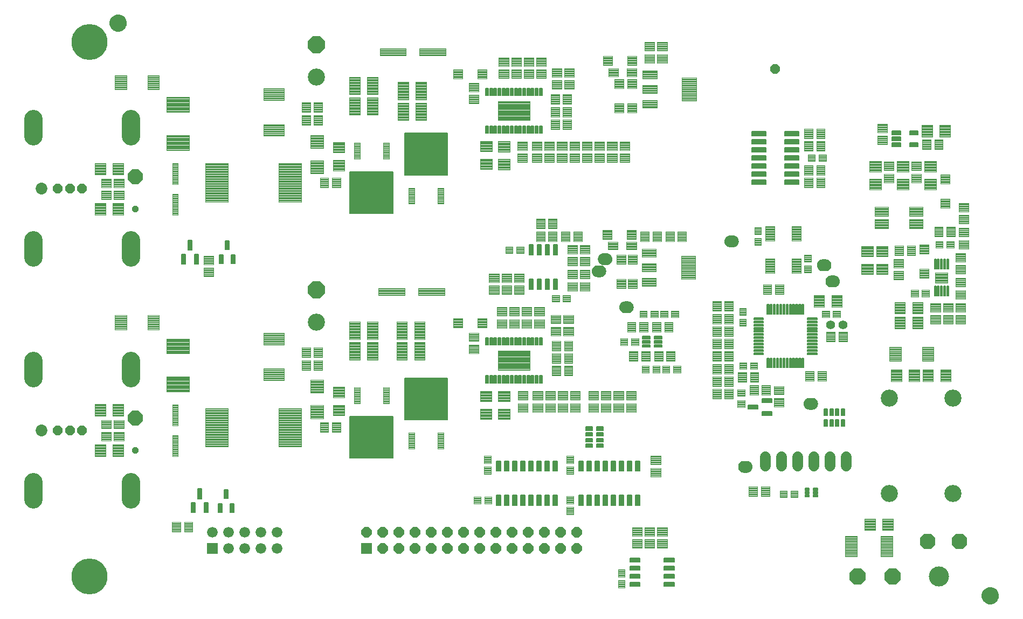
<source format=gts>
G75*
%MOIN*%
%OFA0B0*%
%FSLAX25Y25*%
%IPPOS*%
%LPD*%
%AMOC8*
5,1,8,0,0,1.08239X$1,22.5*
%
%ADD10C,0.13198*%
%ADD11C,0.00454*%
%ADD12C,0.00457*%
%ADD13OC8,0.10293*%
%ADD14C,0.12411*%
%ADD15C,0.00500*%
%ADD16OC8,0.09655*%
%ADD17C,0.00504*%
%ADD18C,0.00514*%
%ADD19C,0.00510*%
%ADD20C,0.00504*%
%ADD21C,0.00414*%
%ADD22C,0.10600*%
%ADD23C,0.00461*%
%ADD24C,0.00594*%
%ADD25C,0.00604*%
%ADD26C,0.06506*%
%ADD27C,0.00100*%
%ADD28C,0.05600*%
%ADD29C,0.00550*%
%ADD30C,0.00366*%
%ADD31C,0.00473*%
%ADD32C,0.00526*%
%ADD33C,0.00441*%
%ADD34C,0.00424*%
%ADD35C,0.00431*%
%ADD36OC8,0.05915*%
%ADD37OC8,0.09200*%
%ADD38OC8,0.04143*%
%ADD39C,0.11238*%
%ADD40OC8,0.06506*%
%ADD41R,0.06506X0.06506*%
%ADD42C,0.00428*%
%ADD43C,0.00408*%
%ADD44OC8,0.10600*%
%ADD45R,0.06600X0.06600*%
%ADD46C,0.06600*%
%ADD47C,0.07293*%
%ADD48C,0.00386*%
%ADD49C,0.00468*%
%ADD50C,0.00432*%
%ADD51C,0.00463*%
%ADD52C,0.00426*%
%ADD53C,0.00580*%
%ADD54C,0.22254*%
D10*
X0230514Y0052437D03*
X0230514Y0383146D03*
D11*
X0487873Y0256574D02*
X0492349Y0256574D01*
X0492349Y0252492D01*
X0487873Y0252492D01*
X0487873Y0256574D01*
X0487873Y0252945D02*
X0492349Y0252945D01*
X0492349Y0253398D02*
X0487873Y0253398D01*
X0487873Y0253851D02*
X0492349Y0253851D01*
X0492349Y0254304D02*
X0487873Y0254304D01*
X0487873Y0254757D02*
X0492349Y0254757D01*
X0492349Y0255210D02*
X0487873Y0255210D01*
X0487873Y0255663D02*
X0492349Y0255663D01*
X0492349Y0256116D02*
X0487873Y0256116D01*
X0487873Y0256569D02*
X0492349Y0256569D01*
X0494566Y0256574D02*
X0499042Y0256574D01*
X0499042Y0252492D01*
X0494566Y0252492D01*
X0494566Y0256574D01*
X0494566Y0252945D02*
X0499042Y0252945D01*
X0499042Y0253398D02*
X0494566Y0253398D01*
X0494566Y0253851D02*
X0499042Y0253851D01*
X0499042Y0254304D02*
X0494566Y0254304D01*
X0494566Y0254757D02*
X0499042Y0254757D01*
X0499042Y0255210D02*
X0494566Y0255210D01*
X0494566Y0255663D02*
X0499042Y0255663D01*
X0499042Y0256116D02*
X0494566Y0256116D01*
X0494566Y0256569D02*
X0499042Y0256569D01*
X0516623Y0226574D02*
X0521099Y0226574D01*
X0521099Y0222492D01*
X0516623Y0222492D01*
X0516623Y0226574D01*
X0516623Y0222945D02*
X0521099Y0222945D01*
X0521099Y0223398D02*
X0516623Y0223398D01*
X0516623Y0223851D02*
X0521099Y0223851D01*
X0521099Y0224304D02*
X0516623Y0224304D01*
X0516623Y0224757D02*
X0521099Y0224757D01*
X0521099Y0225210D02*
X0516623Y0225210D01*
X0516623Y0225663D02*
X0521099Y0225663D01*
X0521099Y0226116D02*
X0516623Y0226116D01*
X0516623Y0226569D02*
X0521099Y0226569D01*
X0523316Y0226574D02*
X0527792Y0226574D01*
X0527792Y0222492D01*
X0523316Y0222492D01*
X0523316Y0226574D01*
X0523316Y0222945D02*
X0527792Y0222945D01*
X0527792Y0223398D02*
X0523316Y0223398D01*
X0523316Y0223851D02*
X0527792Y0223851D01*
X0527792Y0224304D02*
X0523316Y0224304D01*
X0523316Y0224757D02*
X0527792Y0224757D01*
X0527792Y0225210D02*
X0523316Y0225210D01*
X0523316Y0225663D02*
X0527792Y0225663D01*
X0527792Y0226116D02*
X0523316Y0226116D01*
X0523316Y0226569D02*
X0527792Y0226569D01*
X0570873Y0217074D02*
X0575349Y0217074D01*
X0575349Y0212992D01*
X0570873Y0212992D01*
X0570873Y0217074D01*
X0570873Y0213445D02*
X0575349Y0213445D01*
X0575349Y0213898D02*
X0570873Y0213898D01*
X0570873Y0214351D02*
X0575349Y0214351D01*
X0575349Y0214804D02*
X0570873Y0214804D01*
X0570873Y0215257D02*
X0575349Y0215257D01*
X0575349Y0215710D02*
X0570873Y0215710D01*
X0570873Y0216163D02*
X0575349Y0216163D01*
X0575349Y0216616D02*
X0570873Y0216616D01*
X0570873Y0217069D02*
X0575349Y0217069D01*
X0577566Y0217074D02*
X0582042Y0217074D01*
X0582042Y0212992D01*
X0577566Y0212992D01*
X0577566Y0217074D01*
X0577566Y0213445D02*
X0582042Y0213445D01*
X0582042Y0213898D02*
X0577566Y0213898D01*
X0577566Y0214351D02*
X0582042Y0214351D01*
X0582042Y0214804D02*
X0577566Y0214804D01*
X0577566Y0215257D02*
X0582042Y0215257D01*
X0582042Y0215710D02*
X0577566Y0215710D01*
X0577566Y0216163D02*
X0582042Y0216163D01*
X0582042Y0216616D02*
X0577566Y0216616D01*
X0577566Y0217069D02*
X0582042Y0217069D01*
X0583623Y0212992D02*
X0588099Y0212992D01*
X0583623Y0212992D02*
X0583623Y0217074D01*
X0588099Y0217074D01*
X0588099Y0212992D01*
X0588099Y0213445D02*
X0583623Y0213445D01*
X0583623Y0213898D02*
X0588099Y0213898D01*
X0588099Y0214351D02*
X0583623Y0214351D01*
X0583623Y0214804D02*
X0588099Y0214804D01*
X0588099Y0215257D02*
X0583623Y0215257D01*
X0583623Y0215710D02*
X0588099Y0215710D01*
X0588099Y0216163D02*
X0583623Y0216163D01*
X0583623Y0216616D02*
X0588099Y0216616D01*
X0588099Y0217069D02*
X0583623Y0217069D01*
X0590316Y0212992D02*
X0594792Y0212992D01*
X0590316Y0212992D02*
X0590316Y0217074D01*
X0594792Y0217074D01*
X0594792Y0212992D01*
X0594792Y0213445D02*
X0590316Y0213445D01*
X0590316Y0213898D02*
X0594792Y0213898D01*
X0594792Y0214351D02*
X0590316Y0214351D01*
X0590316Y0214804D02*
X0594792Y0214804D01*
X0594792Y0215257D02*
X0590316Y0215257D01*
X0590316Y0215710D02*
X0594792Y0215710D01*
X0594792Y0216163D02*
X0590316Y0216163D01*
X0590316Y0216616D02*
X0594792Y0216616D01*
X0594792Y0217069D02*
X0590316Y0217069D01*
X0570042Y0199824D02*
X0565566Y0199824D01*
X0570042Y0199824D02*
X0570042Y0195742D01*
X0565566Y0195742D01*
X0565566Y0199824D01*
X0565566Y0196195D02*
X0570042Y0196195D01*
X0570042Y0196648D02*
X0565566Y0196648D01*
X0565566Y0197101D02*
X0570042Y0197101D01*
X0570042Y0197554D02*
X0565566Y0197554D01*
X0565566Y0198007D02*
X0570042Y0198007D01*
X0570042Y0198460D02*
X0565566Y0198460D01*
X0565566Y0198913D02*
X0570042Y0198913D01*
X0570042Y0199366D02*
X0565566Y0199366D01*
X0565566Y0199819D02*
X0570042Y0199819D01*
X0563349Y0199824D02*
X0558873Y0199824D01*
X0563349Y0199824D02*
X0563349Y0195742D01*
X0558873Y0195742D01*
X0558873Y0199824D01*
X0558873Y0196195D02*
X0563349Y0196195D01*
X0563349Y0196648D02*
X0558873Y0196648D01*
X0558873Y0197101D02*
X0563349Y0197101D01*
X0563349Y0197554D02*
X0558873Y0197554D01*
X0558873Y0198007D02*
X0563349Y0198007D01*
X0563349Y0198460D02*
X0558873Y0198460D01*
X0558873Y0198913D02*
X0563349Y0198913D01*
X0563349Y0199366D02*
X0558873Y0199366D01*
X0558873Y0199819D02*
X0563349Y0199819D01*
X0572123Y0182824D02*
X0576599Y0182824D01*
X0576599Y0178742D01*
X0572123Y0178742D01*
X0572123Y0182824D01*
X0572123Y0179195D02*
X0576599Y0179195D01*
X0576599Y0179648D02*
X0572123Y0179648D01*
X0572123Y0180101D02*
X0576599Y0180101D01*
X0576599Y0180554D02*
X0572123Y0180554D01*
X0572123Y0181007D02*
X0576599Y0181007D01*
X0576599Y0181460D02*
X0572123Y0181460D01*
X0572123Y0181913D02*
X0576599Y0181913D01*
X0576599Y0182366D02*
X0572123Y0182366D01*
X0572123Y0182819D02*
X0576599Y0182819D01*
X0578816Y0182824D02*
X0583292Y0182824D01*
X0583292Y0178742D01*
X0578816Y0178742D01*
X0578816Y0182824D01*
X0578816Y0179195D02*
X0583292Y0179195D01*
X0583292Y0179648D02*
X0578816Y0179648D01*
X0578816Y0180101D02*
X0583292Y0180101D01*
X0583292Y0180554D02*
X0578816Y0180554D01*
X0578816Y0181007D02*
X0583292Y0181007D01*
X0583292Y0181460D02*
X0578816Y0181460D01*
X0578816Y0181913D02*
X0583292Y0181913D01*
X0583292Y0182366D02*
X0578816Y0182366D01*
X0578816Y0182819D02*
X0583292Y0182819D01*
X0584873Y0178742D02*
X0589349Y0178742D01*
X0584873Y0178742D02*
X0584873Y0182824D01*
X0589349Y0182824D01*
X0589349Y0178742D01*
X0589349Y0179195D02*
X0584873Y0179195D01*
X0584873Y0179648D02*
X0589349Y0179648D01*
X0589349Y0180101D02*
X0584873Y0180101D01*
X0584873Y0180554D02*
X0589349Y0180554D01*
X0589349Y0181007D02*
X0584873Y0181007D01*
X0584873Y0181460D02*
X0589349Y0181460D01*
X0589349Y0181913D02*
X0584873Y0181913D01*
X0584873Y0182366D02*
X0589349Y0182366D01*
X0589349Y0182819D02*
X0584873Y0182819D01*
X0591566Y0178742D02*
X0596042Y0178742D01*
X0591566Y0178742D02*
X0591566Y0182824D01*
X0596042Y0182824D01*
X0596042Y0178742D01*
X0596042Y0179195D02*
X0591566Y0179195D01*
X0591566Y0179648D02*
X0596042Y0179648D01*
X0596042Y0180101D02*
X0591566Y0180101D01*
X0591566Y0180554D02*
X0596042Y0180554D01*
X0596042Y0181007D02*
X0591566Y0181007D01*
X0591566Y0181460D02*
X0596042Y0181460D01*
X0596042Y0181913D02*
X0591566Y0181913D01*
X0591566Y0182366D02*
X0596042Y0182366D01*
X0596042Y0182819D02*
X0591566Y0182819D01*
X0632373Y0185074D02*
X0636849Y0185074D01*
X0636849Y0180992D01*
X0632373Y0180992D01*
X0632373Y0185074D01*
X0632373Y0181445D02*
X0636849Y0181445D01*
X0636849Y0181898D02*
X0632373Y0181898D01*
X0632373Y0182351D02*
X0636849Y0182351D01*
X0636849Y0182804D02*
X0632373Y0182804D01*
X0632373Y0183257D02*
X0636849Y0183257D01*
X0636849Y0183710D02*
X0632373Y0183710D01*
X0632373Y0184163D02*
X0636849Y0184163D01*
X0636849Y0184616D02*
X0632373Y0184616D01*
X0632373Y0185069D02*
X0636849Y0185069D01*
X0639066Y0185074D02*
X0643542Y0185074D01*
X0643542Y0180992D01*
X0639066Y0180992D01*
X0639066Y0185074D01*
X0639066Y0181445D02*
X0643542Y0181445D01*
X0643542Y0181898D02*
X0639066Y0181898D01*
X0639066Y0182351D02*
X0643542Y0182351D01*
X0643542Y0182804D02*
X0639066Y0182804D01*
X0639066Y0183257D02*
X0643542Y0183257D01*
X0643542Y0183710D02*
X0639066Y0183710D01*
X0639066Y0184163D02*
X0643542Y0184163D01*
X0643542Y0184616D02*
X0639066Y0184616D01*
X0639066Y0185069D02*
X0643542Y0185069D01*
X0635695Y0168171D02*
X0635695Y0164089D01*
X0631219Y0164089D01*
X0631219Y0168171D01*
X0635695Y0168171D01*
X0635695Y0164542D02*
X0631219Y0164542D01*
X0631219Y0164995D02*
X0635695Y0164995D01*
X0635695Y0165448D02*
X0631219Y0165448D01*
X0631219Y0165901D02*
X0635695Y0165901D01*
X0635695Y0166354D02*
X0631219Y0166354D01*
X0631219Y0166807D02*
X0635695Y0166807D01*
X0635695Y0167260D02*
X0631219Y0167260D01*
X0631219Y0167713D02*
X0635695Y0167713D01*
X0635695Y0168166D02*
X0631219Y0168166D01*
X0635695Y0161478D02*
X0635695Y0157396D01*
X0631219Y0157396D01*
X0631219Y0161478D01*
X0635695Y0161478D01*
X0635695Y0157849D02*
X0631219Y0157849D01*
X0631219Y0158302D02*
X0635695Y0158302D01*
X0635695Y0158755D02*
X0631219Y0158755D01*
X0631219Y0159208D02*
X0635695Y0159208D01*
X0635695Y0159661D02*
X0631219Y0159661D01*
X0631219Y0160114D02*
X0635695Y0160114D01*
X0635695Y0160567D02*
X0631219Y0160567D01*
X0631219Y0161020D02*
X0635695Y0161020D01*
X0635695Y0161473D02*
X0631219Y0161473D01*
X0632416Y0207449D02*
X0632416Y0211925D01*
X0636498Y0211925D01*
X0636498Y0207449D01*
X0632416Y0207449D01*
X0632416Y0207902D02*
X0636498Y0207902D01*
X0636498Y0208355D02*
X0632416Y0208355D01*
X0632416Y0208808D02*
X0636498Y0208808D01*
X0636498Y0209261D02*
X0632416Y0209261D01*
X0632416Y0209714D02*
X0636498Y0209714D01*
X0636498Y0210167D02*
X0632416Y0210167D01*
X0632416Y0210620D02*
X0636498Y0210620D01*
X0636498Y0211073D02*
X0632416Y0211073D01*
X0632416Y0211526D02*
X0636498Y0211526D01*
X0632416Y0214142D02*
X0632416Y0218618D01*
X0636498Y0218618D01*
X0636498Y0214142D01*
X0632416Y0214142D01*
X0632416Y0214595D02*
X0636498Y0214595D01*
X0636498Y0215048D02*
X0632416Y0215048D01*
X0632416Y0215501D02*
X0636498Y0215501D01*
X0636498Y0215954D02*
X0632416Y0215954D01*
X0632416Y0216407D02*
X0636498Y0216407D01*
X0636498Y0216860D02*
X0632416Y0216860D01*
X0632416Y0217313D02*
X0636498Y0217313D01*
X0636498Y0217766D02*
X0632416Y0217766D01*
X0632416Y0218219D02*
X0636498Y0218219D01*
X0672666Y0240449D02*
X0672666Y0244925D01*
X0676748Y0244925D01*
X0676748Y0240449D01*
X0672666Y0240449D01*
X0672666Y0240902D02*
X0676748Y0240902D01*
X0676748Y0241355D02*
X0672666Y0241355D01*
X0672666Y0241808D02*
X0676748Y0241808D01*
X0676748Y0242261D02*
X0672666Y0242261D01*
X0672666Y0242714D02*
X0676748Y0242714D01*
X0676748Y0243167D02*
X0672666Y0243167D01*
X0672666Y0243620D02*
X0676748Y0243620D01*
X0676748Y0244073D02*
X0672666Y0244073D01*
X0672666Y0244526D02*
X0676748Y0244526D01*
X0672666Y0247142D02*
X0672666Y0251618D01*
X0676748Y0251618D01*
X0676748Y0247142D01*
X0672666Y0247142D01*
X0672666Y0247595D02*
X0676748Y0247595D01*
X0676748Y0248048D02*
X0672666Y0248048D01*
X0672666Y0248501D02*
X0676748Y0248501D01*
X0676748Y0248954D02*
X0672666Y0248954D01*
X0672666Y0249407D02*
X0676748Y0249407D01*
X0676748Y0249860D02*
X0672666Y0249860D01*
X0672666Y0250313D02*
X0676748Y0250313D01*
X0676748Y0250766D02*
X0672666Y0250766D01*
X0672666Y0251219D02*
X0676748Y0251219D01*
X0645998Y0257449D02*
X0645998Y0261925D01*
X0645998Y0257449D02*
X0641916Y0257449D01*
X0641916Y0261925D01*
X0645998Y0261925D01*
X0645998Y0257902D02*
X0641916Y0257902D01*
X0641916Y0258355D02*
X0645998Y0258355D01*
X0645998Y0258808D02*
X0641916Y0258808D01*
X0641916Y0259261D02*
X0645998Y0259261D01*
X0645998Y0259714D02*
X0641916Y0259714D01*
X0641916Y0260167D02*
X0645998Y0260167D01*
X0645998Y0260620D02*
X0641916Y0260620D01*
X0641916Y0261073D02*
X0645998Y0261073D01*
X0645998Y0261526D02*
X0641916Y0261526D01*
X0645998Y0264142D02*
X0645998Y0268618D01*
X0645998Y0264142D02*
X0641916Y0264142D01*
X0641916Y0268618D01*
X0645998Y0268618D01*
X0645998Y0264595D02*
X0641916Y0264595D01*
X0641916Y0265048D02*
X0645998Y0265048D01*
X0645998Y0265501D02*
X0641916Y0265501D01*
X0641916Y0265954D02*
X0645998Y0265954D01*
X0645998Y0266407D02*
X0641916Y0266407D01*
X0641916Y0266860D02*
X0645998Y0266860D01*
X0645998Y0267313D02*
X0641916Y0267313D01*
X0641916Y0267766D02*
X0645998Y0267766D01*
X0645998Y0268219D02*
X0641916Y0268219D01*
X0674873Y0309492D02*
X0679349Y0309492D01*
X0674873Y0309492D02*
X0674873Y0313574D01*
X0679349Y0313574D01*
X0679349Y0309492D01*
X0679349Y0309945D02*
X0674873Y0309945D01*
X0674873Y0310398D02*
X0679349Y0310398D01*
X0679349Y0310851D02*
X0674873Y0310851D01*
X0674873Y0311304D02*
X0679349Y0311304D01*
X0679349Y0311757D02*
X0674873Y0311757D01*
X0674873Y0312210D02*
X0679349Y0312210D01*
X0679349Y0312663D02*
X0674873Y0312663D01*
X0674873Y0313116D02*
X0679349Y0313116D01*
X0679349Y0313569D02*
X0674873Y0313569D01*
X0681566Y0309492D02*
X0686042Y0309492D01*
X0681566Y0309492D02*
X0681566Y0313574D01*
X0686042Y0313574D01*
X0686042Y0309492D01*
X0686042Y0309945D02*
X0681566Y0309945D01*
X0681566Y0310398D02*
X0686042Y0310398D01*
X0686042Y0310851D02*
X0681566Y0310851D01*
X0681566Y0311304D02*
X0686042Y0311304D01*
X0686042Y0311757D02*
X0681566Y0311757D01*
X0681566Y0312210D02*
X0686042Y0312210D01*
X0686042Y0312663D02*
X0681566Y0312663D01*
X0681566Y0313116D02*
X0686042Y0313116D01*
X0686042Y0313569D02*
X0681566Y0313569D01*
X0753873Y0255992D02*
X0758349Y0255992D01*
X0753873Y0255992D02*
X0753873Y0260074D01*
X0758349Y0260074D01*
X0758349Y0255992D01*
X0758349Y0256445D02*
X0753873Y0256445D01*
X0753873Y0256898D02*
X0758349Y0256898D01*
X0758349Y0257351D02*
X0753873Y0257351D01*
X0753873Y0257804D02*
X0758349Y0257804D01*
X0758349Y0258257D02*
X0753873Y0258257D01*
X0753873Y0258710D02*
X0758349Y0258710D01*
X0758349Y0259163D02*
X0753873Y0259163D01*
X0753873Y0259616D02*
X0758349Y0259616D01*
X0758349Y0260069D02*
X0753873Y0260069D01*
X0760566Y0255992D02*
X0765042Y0255992D01*
X0760566Y0255992D02*
X0760566Y0260074D01*
X0765042Y0260074D01*
X0765042Y0255992D01*
X0765042Y0256445D02*
X0760566Y0256445D01*
X0760566Y0256898D02*
X0765042Y0256898D01*
X0765042Y0257351D02*
X0760566Y0257351D01*
X0760566Y0257804D02*
X0765042Y0257804D01*
X0765042Y0258257D02*
X0760566Y0258257D01*
X0760566Y0258710D02*
X0765042Y0258710D01*
X0765042Y0259163D02*
X0760566Y0259163D01*
X0760566Y0259616D02*
X0765042Y0259616D01*
X0765042Y0260069D02*
X0760566Y0260069D01*
X0749792Y0225742D02*
X0745316Y0225742D01*
X0745316Y0229824D01*
X0749792Y0229824D01*
X0749792Y0225742D01*
X0749792Y0226195D02*
X0745316Y0226195D01*
X0745316Y0226648D02*
X0749792Y0226648D01*
X0749792Y0227101D02*
X0745316Y0227101D01*
X0745316Y0227554D02*
X0749792Y0227554D01*
X0749792Y0228007D02*
X0745316Y0228007D01*
X0745316Y0228460D02*
X0749792Y0228460D01*
X0749792Y0228913D02*
X0745316Y0228913D01*
X0745316Y0229366D02*
X0749792Y0229366D01*
X0749792Y0229819D02*
X0745316Y0229819D01*
X0743099Y0225742D02*
X0738623Y0225742D01*
X0738623Y0229824D01*
X0743099Y0229824D01*
X0743099Y0225742D01*
X0743099Y0226195D02*
X0738623Y0226195D01*
X0738623Y0226648D02*
X0743099Y0226648D01*
X0743099Y0227101D02*
X0738623Y0227101D01*
X0738623Y0227554D02*
X0743099Y0227554D01*
X0743099Y0228007D02*
X0738623Y0228007D01*
X0738623Y0228460D02*
X0743099Y0228460D01*
X0743099Y0228913D02*
X0738623Y0228913D01*
X0738623Y0229366D02*
X0743099Y0229366D01*
X0743099Y0229819D02*
X0738623Y0229819D01*
X0694792Y0217074D02*
X0690316Y0217074D01*
X0694792Y0217074D02*
X0694792Y0212992D01*
X0690316Y0212992D01*
X0690316Y0217074D01*
X0690316Y0213445D02*
X0694792Y0213445D01*
X0694792Y0213898D02*
X0690316Y0213898D01*
X0690316Y0214351D02*
X0694792Y0214351D01*
X0694792Y0214804D02*
X0690316Y0214804D01*
X0690316Y0215257D02*
X0694792Y0215257D01*
X0694792Y0215710D02*
X0690316Y0215710D01*
X0690316Y0216163D02*
X0694792Y0216163D01*
X0694792Y0216616D02*
X0690316Y0216616D01*
X0690316Y0217069D02*
X0694792Y0217069D01*
X0688099Y0217074D02*
X0683623Y0217074D01*
X0688099Y0217074D02*
X0688099Y0212992D01*
X0683623Y0212992D01*
X0683623Y0217074D01*
X0683623Y0213445D02*
X0688099Y0213445D01*
X0688099Y0213898D02*
X0683623Y0213898D01*
X0683623Y0214351D02*
X0688099Y0214351D01*
X0688099Y0214804D02*
X0683623Y0214804D01*
X0683623Y0215257D02*
X0688099Y0215257D01*
X0688099Y0215710D02*
X0683623Y0215710D01*
X0683623Y0216163D02*
X0688099Y0216163D01*
X0688099Y0216616D02*
X0683623Y0216616D01*
X0683623Y0217069D02*
X0688099Y0217069D01*
X0525666Y0127118D02*
X0525666Y0122642D01*
X0525666Y0127118D02*
X0529748Y0127118D01*
X0529748Y0122642D01*
X0525666Y0122642D01*
X0525666Y0123095D02*
X0529748Y0123095D01*
X0529748Y0123548D02*
X0525666Y0123548D01*
X0525666Y0124001D02*
X0529748Y0124001D01*
X0529748Y0124454D02*
X0525666Y0124454D01*
X0525666Y0124907D02*
X0529748Y0124907D01*
X0529748Y0125360D02*
X0525666Y0125360D01*
X0525666Y0125813D02*
X0529748Y0125813D01*
X0529748Y0126266D02*
X0525666Y0126266D01*
X0525666Y0126719D02*
X0529748Y0126719D01*
X0525666Y0120425D02*
X0525666Y0115949D01*
X0525666Y0120425D02*
X0529748Y0120425D01*
X0529748Y0115949D01*
X0525666Y0115949D01*
X0525666Y0116402D02*
X0529748Y0116402D01*
X0529748Y0116855D02*
X0525666Y0116855D01*
X0525666Y0117308D02*
X0529748Y0117308D01*
X0529748Y0117761D02*
X0525666Y0117761D01*
X0525666Y0118214D02*
X0529748Y0118214D01*
X0529748Y0118667D02*
X0525666Y0118667D01*
X0525666Y0119120D02*
X0529748Y0119120D01*
X0529748Y0119573D02*
X0525666Y0119573D01*
X0525666Y0120026D02*
X0529748Y0120026D01*
X0525666Y0102118D02*
X0525666Y0097642D01*
X0525666Y0102118D02*
X0529748Y0102118D01*
X0529748Y0097642D01*
X0525666Y0097642D01*
X0525666Y0098095D02*
X0529748Y0098095D01*
X0529748Y0098548D02*
X0525666Y0098548D01*
X0525666Y0099001D02*
X0529748Y0099001D01*
X0529748Y0099454D02*
X0525666Y0099454D01*
X0525666Y0099907D02*
X0529748Y0099907D01*
X0529748Y0100360D02*
X0525666Y0100360D01*
X0525666Y0100813D02*
X0529748Y0100813D01*
X0529748Y0101266D02*
X0525666Y0101266D01*
X0525666Y0101719D02*
X0529748Y0101719D01*
X0525666Y0095425D02*
X0525666Y0090949D01*
X0525666Y0095425D02*
X0529748Y0095425D01*
X0529748Y0090949D01*
X0525666Y0090949D01*
X0525666Y0091402D02*
X0529748Y0091402D01*
X0529748Y0091855D02*
X0525666Y0091855D01*
X0525666Y0092308D02*
X0529748Y0092308D01*
X0529748Y0092761D02*
X0525666Y0092761D01*
X0525666Y0093214D02*
X0529748Y0093214D01*
X0529748Y0093667D02*
X0525666Y0093667D01*
X0525666Y0094120D02*
X0529748Y0094120D01*
X0529748Y0094573D02*
X0525666Y0094573D01*
X0525666Y0095026D02*
X0529748Y0095026D01*
X0479292Y0101824D02*
X0474816Y0101824D01*
X0479292Y0101824D02*
X0479292Y0097742D01*
X0474816Y0097742D01*
X0474816Y0101824D01*
X0474816Y0098195D02*
X0479292Y0098195D01*
X0479292Y0098648D02*
X0474816Y0098648D01*
X0474816Y0099101D02*
X0479292Y0099101D01*
X0479292Y0099554D02*
X0474816Y0099554D01*
X0474816Y0100007D02*
X0479292Y0100007D01*
X0479292Y0100460D02*
X0474816Y0100460D01*
X0474816Y0100913D02*
X0479292Y0100913D01*
X0479292Y0101366D02*
X0474816Y0101366D01*
X0474816Y0101819D02*
X0479292Y0101819D01*
X0472599Y0101824D02*
X0468123Y0101824D01*
X0472599Y0101824D02*
X0472599Y0097742D01*
X0468123Y0097742D01*
X0468123Y0101824D01*
X0468123Y0098195D02*
X0472599Y0098195D01*
X0472599Y0098648D02*
X0468123Y0098648D01*
X0468123Y0099101D02*
X0472599Y0099101D01*
X0472599Y0099554D02*
X0468123Y0099554D01*
X0468123Y0100007D02*
X0472599Y0100007D01*
X0472599Y0100460D02*
X0468123Y0100460D01*
X0468123Y0100913D02*
X0472599Y0100913D01*
X0472599Y0101366D02*
X0468123Y0101366D01*
X0468123Y0101819D02*
X0472599Y0101819D01*
X0474666Y0115949D02*
X0474666Y0120425D01*
X0478748Y0120425D01*
X0478748Y0115949D01*
X0474666Y0115949D01*
X0474666Y0116402D02*
X0478748Y0116402D01*
X0478748Y0116855D02*
X0474666Y0116855D01*
X0474666Y0117308D02*
X0478748Y0117308D01*
X0478748Y0117761D02*
X0474666Y0117761D01*
X0474666Y0118214D02*
X0478748Y0118214D01*
X0478748Y0118667D02*
X0474666Y0118667D01*
X0474666Y0119120D02*
X0478748Y0119120D01*
X0478748Y0119573D02*
X0474666Y0119573D01*
X0474666Y0120026D02*
X0478748Y0120026D01*
X0474666Y0122642D02*
X0474666Y0127118D01*
X0478748Y0127118D01*
X0478748Y0122642D01*
X0474666Y0122642D01*
X0474666Y0123095D02*
X0478748Y0123095D01*
X0478748Y0123548D02*
X0474666Y0123548D01*
X0474666Y0124001D02*
X0478748Y0124001D01*
X0478748Y0124454D02*
X0474666Y0124454D01*
X0474666Y0124907D02*
X0478748Y0124907D01*
X0478748Y0125360D02*
X0474666Y0125360D01*
X0474666Y0125813D02*
X0478748Y0125813D01*
X0478748Y0126266D02*
X0474666Y0126266D01*
X0474666Y0126719D02*
X0478748Y0126719D01*
X0557416Y0056868D02*
X0557416Y0052392D01*
X0557416Y0056868D02*
X0561498Y0056868D01*
X0561498Y0052392D01*
X0557416Y0052392D01*
X0557416Y0052845D02*
X0561498Y0052845D01*
X0561498Y0053298D02*
X0557416Y0053298D01*
X0557416Y0053751D02*
X0561498Y0053751D01*
X0561498Y0054204D02*
X0557416Y0054204D01*
X0557416Y0054657D02*
X0561498Y0054657D01*
X0561498Y0055110D02*
X0557416Y0055110D01*
X0557416Y0055563D02*
X0561498Y0055563D01*
X0561498Y0056016D02*
X0557416Y0056016D01*
X0557416Y0056469D02*
X0561498Y0056469D01*
X0557416Y0050175D02*
X0557416Y0045699D01*
X0557416Y0050175D02*
X0561498Y0050175D01*
X0561498Y0045699D01*
X0557416Y0045699D01*
X0557416Y0046152D02*
X0561498Y0046152D01*
X0561498Y0046605D02*
X0557416Y0046605D01*
X0557416Y0047058D02*
X0561498Y0047058D01*
X0561498Y0047511D02*
X0557416Y0047511D01*
X0557416Y0047964D02*
X0561498Y0047964D01*
X0561498Y0048417D02*
X0557416Y0048417D01*
X0557416Y0048870D02*
X0561498Y0048870D01*
X0561498Y0049323D02*
X0557416Y0049323D01*
X0557416Y0049776D02*
X0561498Y0049776D01*
X0657373Y0105574D02*
X0661849Y0105574D01*
X0661849Y0101492D01*
X0657373Y0101492D01*
X0657373Y0105574D01*
X0657373Y0101945D02*
X0661849Y0101945D01*
X0661849Y0102398D02*
X0657373Y0102398D01*
X0657373Y0102851D02*
X0661849Y0102851D01*
X0661849Y0103304D02*
X0657373Y0103304D01*
X0657373Y0103757D02*
X0661849Y0103757D01*
X0661849Y0104210D02*
X0657373Y0104210D01*
X0657373Y0104663D02*
X0661849Y0104663D01*
X0661849Y0105116D02*
X0657373Y0105116D01*
X0657373Y0105569D02*
X0661849Y0105569D01*
X0664066Y0105574D02*
X0668542Y0105574D01*
X0668542Y0101492D01*
X0664066Y0101492D01*
X0664066Y0105574D01*
X0664066Y0101945D02*
X0668542Y0101945D01*
X0668542Y0102398D02*
X0664066Y0102398D01*
X0664066Y0102851D02*
X0668542Y0102851D01*
X0668542Y0103304D02*
X0664066Y0103304D01*
X0664066Y0103757D02*
X0668542Y0103757D01*
X0668542Y0104210D02*
X0664066Y0104210D01*
X0664066Y0104663D02*
X0668542Y0104663D01*
X0668542Y0105116D02*
X0664066Y0105116D01*
X0664066Y0105569D02*
X0668542Y0105569D01*
D12*
X0651079Y0108308D02*
X0645817Y0108308D01*
X0651079Y0108308D02*
X0651079Y0102258D01*
X0645817Y0102258D01*
X0645817Y0108308D01*
X0645817Y0102714D02*
X0651079Y0102714D01*
X0651079Y0103170D02*
X0645817Y0103170D01*
X0645817Y0103626D02*
X0651079Y0103626D01*
X0651079Y0104082D02*
X0645817Y0104082D01*
X0645817Y0104538D02*
X0651079Y0104538D01*
X0651079Y0104994D02*
X0645817Y0104994D01*
X0645817Y0105450D02*
X0651079Y0105450D01*
X0651079Y0105906D02*
X0645817Y0105906D01*
X0645817Y0106362D02*
X0651079Y0106362D01*
X0651079Y0106818D02*
X0645817Y0106818D01*
X0645817Y0107274D02*
X0651079Y0107274D01*
X0651079Y0107730D02*
X0645817Y0107730D01*
X0645817Y0108186D02*
X0651079Y0108186D01*
X0643598Y0108308D02*
X0638336Y0108308D01*
X0643598Y0108308D02*
X0643598Y0102258D01*
X0638336Y0102258D01*
X0638336Y0108308D01*
X0638336Y0102714D02*
X0643598Y0102714D01*
X0643598Y0103170D02*
X0638336Y0103170D01*
X0638336Y0103626D02*
X0643598Y0103626D01*
X0643598Y0104082D02*
X0638336Y0104082D01*
X0638336Y0104538D02*
X0643598Y0104538D01*
X0643598Y0104994D02*
X0638336Y0104994D01*
X0638336Y0105450D02*
X0643598Y0105450D01*
X0643598Y0105906D02*
X0638336Y0105906D01*
X0638336Y0106362D02*
X0643598Y0106362D01*
X0643598Y0106818D02*
X0638336Y0106818D01*
X0638336Y0107274D02*
X0643598Y0107274D01*
X0643598Y0107730D02*
X0638336Y0107730D01*
X0638336Y0108186D02*
X0643598Y0108186D01*
X0581682Y0082905D02*
X0581682Y0077643D01*
X0581682Y0082905D02*
X0587732Y0082905D01*
X0587732Y0077643D01*
X0581682Y0077643D01*
X0581682Y0078099D02*
X0587732Y0078099D01*
X0587732Y0078555D02*
X0581682Y0078555D01*
X0581682Y0079011D02*
X0587732Y0079011D01*
X0587732Y0079467D02*
X0581682Y0079467D01*
X0581682Y0079923D02*
X0587732Y0079923D01*
X0587732Y0080379D02*
X0581682Y0080379D01*
X0581682Y0080835D02*
X0587732Y0080835D01*
X0587732Y0081291D02*
X0581682Y0081291D01*
X0581682Y0081747D02*
X0587732Y0081747D01*
X0587732Y0082203D02*
X0581682Y0082203D01*
X0581682Y0082659D02*
X0587732Y0082659D01*
X0573932Y0082905D02*
X0573932Y0077643D01*
X0573932Y0082905D02*
X0579982Y0082905D01*
X0579982Y0077643D01*
X0573932Y0077643D01*
X0573932Y0078099D02*
X0579982Y0078099D01*
X0579982Y0078555D02*
X0573932Y0078555D01*
X0573932Y0079011D02*
X0579982Y0079011D01*
X0579982Y0079467D02*
X0573932Y0079467D01*
X0573932Y0079923D02*
X0579982Y0079923D01*
X0579982Y0080379D02*
X0573932Y0080379D01*
X0573932Y0080835D02*
X0579982Y0080835D01*
X0579982Y0081291D02*
X0573932Y0081291D01*
X0573932Y0081747D02*
X0579982Y0081747D01*
X0579982Y0082203D02*
X0573932Y0082203D01*
X0573932Y0082659D02*
X0579982Y0082659D01*
X0566182Y0082905D02*
X0566182Y0077643D01*
X0566182Y0082905D02*
X0572232Y0082905D01*
X0572232Y0077643D01*
X0566182Y0077643D01*
X0566182Y0078099D02*
X0572232Y0078099D01*
X0572232Y0078555D02*
X0566182Y0078555D01*
X0566182Y0079011D02*
X0572232Y0079011D01*
X0572232Y0079467D02*
X0566182Y0079467D01*
X0566182Y0079923D02*
X0572232Y0079923D01*
X0572232Y0080379D02*
X0566182Y0080379D01*
X0566182Y0080835D02*
X0572232Y0080835D01*
X0572232Y0081291D02*
X0566182Y0081291D01*
X0566182Y0081747D02*
X0572232Y0081747D01*
X0572232Y0082203D02*
X0566182Y0082203D01*
X0566182Y0082659D02*
X0572232Y0082659D01*
X0566182Y0075424D02*
X0566182Y0070162D01*
X0566182Y0075424D02*
X0572232Y0075424D01*
X0572232Y0070162D01*
X0566182Y0070162D01*
X0566182Y0070618D02*
X0572232Y0070618D01*
X0572232Y0071074D02*
X0566182Y0071074D01*
X0566182Y0071530D02*
X0572232Y0071530D01*
X0572232Y0071986D02*
X0566182Y0071986D01*
X0566182Y0072442D02*
X0572232Y0072442D01*
X0572232Y0072898D02*
X0566182Y0072898D01*
X0566182Y0073354D02*
X0572232Y0073354D01*
X0572232Y0073810D02*
X0566182Y0073810D01*
X0566182Y0074266D02*
X0572232Y0074266D01*
X0572232Y0074722D02*
X0566182Y0074722D01*
X0566182Y0075178D02*
X0572232Y0075178D01*
X0573932Y0075424D02*
X0573932Y0070162D01*
X0573932Y0075424D02*
X0579982Y0075424D01*
X0579982Y0070162D01*
X0573932Y0070162D01*
X0573932Y0070618D02*
X0579982Y0070618D01*
X0579982Y0071074D02*
X0573932Y0071074D01*
X0573932Y0071530D02*
X0579982Y0071530D01*
X0579982Y0071986D02*
X0573932Y0071986D01*
X0573932Y0072442D02*
X0579982Y0072442D01*
X0579982Y0072898D02*
X0573932Y0072898D01*
X0573932Y0073354D02*
X0579982Y0073354D01*
X0579982Y0073810D02*
X0573932Y0073810D01*
X0573932Y0074266D02*
X0579982Y0074266D01*
X0579982Y0074722D02*
X0573932Y0074722D01*
X0573932Y0075178D02*
X0579982Y0075178D01*
X0581682Y0075424D02*
X0581682Y0070162D01*
X0581682Y0075424D02*
X0587732Y0075424D01*
X0587732Y0070162D01*
X0581682Y0070162D01*
X0581682Y0070618D02*
X0587732Y0070618D01*
X0587732Y0071074D02*
X0581682Y0071074D01*
X0581682Y0071530D02*
X0587732Y0071530D01*
X0587732Y0071986D02*
X0581682Y0071986D01*
X0581682Y0072442D02*
X0587732Y0072442D01*
X0587732Y0072898D02*
X0581682Y0072898D01*
X0581682Y0073354D02*
X0587732Y0073354D01*
X0587732Y0073810D02*
X0581682Y0073810D01*
X0581682Y0074266D02*
X0587732Y0074266D01*
X0587732Y0074722D02*
X0581682Y0074722D01*
X0581682Y0075178D02*
X0587732Y0075178D01*
X0577682Y0114412D02*
X0577682Y0119674D01*
X0583732Y0119674D01*
X0583732Y0114412D01*
X0577682Y0114412D01*
X0577682Y0114868D02*
X0583732Y0114868D01*
X0583732Y0115324D02*
X0577682Y0115324D01*
X0577682Y0115780D02*
X0583732Y0115780D01*
X0583732Y0116236D02*
X0577682Y0116236D01*
X0577682Y0116692D02*
X0583732Y0116692D01*
X0583732Y0117148D02*
X0577682Y0117148D01*
X0577682Y0117604D02*
X0583732Y0117604D01*
X0583732Y0118060D02*
X0577682Y0118060D01*
X0577682Y0118516D02*
X0583732Y0118516D01*
X0583732Y0118972D02*
X0577682Y0118972D01*
X0577682Y0119428D02*
X0583732Y0119428D01*
X0577682Y0121893D02*
X0577682Y0127155D01*
X0583732Y0127155D01*
X0583732Y0121893D01*
X0577682Y0121893D01*
X0577682Y0122349D02*
X0583732Y0122349D01*
X0583732Y0122805D02*
X0577682Y0122805D01*
X0577682Y0123261D02*
X0583732Y0123261D01*
X0583732Y0123717D02*
X0577682Y0123717D01*
X0577682Y0124173D02*
X0583732Y0124173D01*
X0583732Y0124629D02*
X0577682Y0124629D01*
X0577682Y0125085D02*
X0583732Y0125085D01*
X0583732Y0125541D02*
X0577682Y0125541D01*
X0577682Y0125997D02*
X0583732Y0125997D01*
X0583732Y0126453D02*
X0577682Y0126453D01*
X0577682Y0126909D02*
X0583732Y0126909D01*
X0562432Y0154412D02*
X0562432Y0159674D01*
X0568482Y0159674D01*
X0568482Y0154412D01*
X0562432Y0154412D01*
X0562432Y0154868D02*
X0568482Y0154868D01*
X0568482Y0155324D02*
X0562432Y0155324D01*
X0562432Y0155780D02*
X0568482Y0155780D01*
X0568482Y0156236D02*
X0562432Y0156236D01*
X0562432Y0156692D02*
X0568482Y0156692D01*
X0568482Y0157148D02*
X0562432Y0157148D01*
X0562432Y0157604D02*
X0568482Y0157604D01*
X0568482Y0158060D02*
X0562432Y0158060D01*
X0562432Y0158516D02*
X0568482Y0158516D01*
X0568482Y0158972D02*
X0562432Y0158972D01*
X0562432Y0159428D02*
X0568482Y0159428D01*
X0562432Y0161893D02*
X0562432Y0167155D01*
X0568482Y0167155D01*
X0568482Y0161893D01*
X0562432Y0161893D01*
X0562432Y0162349D02*
X0568482Y0162349D01*
X0568482Y0162805D02*
X0562432Y0162805D01*
X0562432Y0163261D02*
X0568482Y0163261D01*
X0568482Y0163717D02*
X0562432Y0163717D01*
X0562432Y0164173D02*
X0568482Y0164173D01*
X0568482Y0164629D02*
X0562432Y0164629D01*
X0562432Y0165085D02*
X0568482Y0165085D01*
X0568482Y0165541D02*
X0562432Y0165541D01*
X0562432Y0165997D02*
X0568482Y0165997D01*
X0568482Y0166453D02*
X0562432Y0166453D01*
X0562432Y0166909D02*
X0568482Y0166909D01*
X0560732Y0167155D02*
X0560732Y0161893D01*
X0554682Y0161893D01*
X0554682Y0167155D01*
X0560732Y0167155D01*
X0560732Y0162349D02*
X0554682Y0162349D01*
X0554682Y0162805D02*
X0560732Y0162805D01*
X0560732Y0163261D02*
X0554682Y0163261D01*
X0554682Y0163717D02*
X0560732Y0163717D01*
X0560732Y0164173D02*
X0554682Y0164173D01*
X0554682Y0164629D02*
X0560732Y0164629D01*
X0560732Y0165085D02*
X0554682Y0165085D01*
X0554682Y0165541D02*
X0560732Y0165541D01*
X0560732Y0165997D02*
X0554682Y0165997D01*
X0554682Y0166453D02*
X0560732Y0166453D01*
X0560732Y0166909D02*
X0554682Y0166909D01*
X0552982Y0167155D02*
X0552982Y0161893D01*
X0546932Y0161893D01*
X0546932Y0167155D01*
X0552982Y0167155D01*
X0552982Y0162349D02*
X0546932Y0162349D01*
X0546932Y0162805D02*
X0552982Y0162805D01*
X0552982Y0163261D02*
X0546932Y0163261D01*
X0546932Y0163717D02*
X0552982Y0163717D01*
X0552982Y0164173D02*
X0546932Y0164173D01*
X0546932Y0164629D02*
X0552982Y0164629D01*
X0552982Y0165085D02*
X0546932Y0165085D01*
X0546932Y0165541D02*
X0552982Y0165541D01*
X0552982Y0165997D02*
X0546932Y0165997D01*
X0546932Y0166453D02*
X0552982Y0166453D01*
X0552982Y0166909D02*
X0546932Y0166909D01*
X0539182Y0167155D02*
X0539182Y0161893D01*
X0539182Y0167155D02*
X0545232Y0167155D01*
X0545232Y0161893D01*
X0539182Y0161893D01*
X0539182Y0162349D02*
X0545232Y0162349D01*
X0545232Y0162805D02*
X0539182Y0162805D01*
X0539182Y0163261D02*
X0545232Y0163261D01*
X0545232Y0163717D02*
X0539182Y0163717D01*
X0539182Y0164173D02*
X0545232Y0164173D01*
X0545232Y0164629D02*
X0539182Y0164629D01*
X0539182Y0165085D02*
X0545232Y0165085D01*
X0545232Y0165541D02*
X0539182Y0165541D01*
X0539182Y0165997D02*
X0545232Y0165997D01*
X0545232Y0166453D02*
X0539182Y0166453D01*
X0539182Y0166909D02*
X0545232Y0166909D01*
X0539182Y0159674D02*
X0539182Y0154412D01*
X0539182Y0159674D02*
X0545232Y0159674D01*
X0545232Y0154412D01*
X0539182Y0154412D01*
X0539182Y0154868D02*
X0545232Y0154868D01*
X0545232Y0155324D02*
X0539182Y0155324D01*
X0539182Y0155780D02*
X0545232Y0155780D01*
X0545232Y0156236D02*
X0539182Y0156236D01*
X0539182Y0156692D02*
X0545232Y0156692D01*
X0545232Y0157148D02*
X0539182Y0157148D01*
X0539182Y0157604D02*
X0545232Y0157604D01*
X0545232Y0158060D02*
X0539182Y0158060D01*
X0539182Y0158516D02*
X0545232Y0158516D01*
X0545232Y0158972D02*
X0539182Y0158972D01*
X0539182Y0159428D02*
X0545232Y0159428D01*
X0552982Y0159674D02*
X0552982Y0154412D01*
X0546932Y0154412D01*
X0546932Y0159674D01*
X0552982Y0159674D01*
X0552982Y0154868D02*
X0546932Y0154868D01*
X0546932Y0155324D02*
X0552982Y0155324D01*
X0552982Y0155780D02*
X0546932Y0155780D01*
X0546932Y0156236D02*
X0552982Y0156236D01*
X0552982Y0156692D02*
X0546932Y0156692D01*
X0546932Y0157148D02*
X0552982Y0157148D01*
X0552982Y0157604D02*
X0546932Y0157604D01*
X0546932Y0158060D02*
X0552982Y0158060D01*
X0552982Y0158516D02*
X0546932Y0158516D01*
X0546932Y0158972D02*
X0552982Y0158972D01*
X0552982Y0159428D02*
X0546932Y0159428D01*
X0560732Y0159674D02*
X0560732Y0154412D01*
X0554682Y0154412D01*
X0554682Y0159674D01*
X0560732Y0159674D01*
X0560732Y0154868D02*
X0554682Y0154868D01*
X0554682Y0155324D02*
X0560732Y0155324D01*
X0560732Y0155780D02*
X0554682Y0155780D01*
X0554682Y0156236D02*
X0560732Y0156236D01*
X0560732Y0156692D02*
X0554682Y0156692D01*
X0554682Y0157148D02*
X0560732Y0157148D01*
X0560732Y0157604D02*
X0554682Y0157604D01*
X0554682Y0158060D02*
X0560732Y0158060D01*
X0560732Y0158516D02*
X0554682Y0158516D01*
X0554682Y0158972D02*
X0560732Y0158972D01*
X0560732Y0159428D02*
X0554682Y0159428D01*
X0527932Y0159674D02*
X0527932Y0154412D01*
X0527932Y0159674D02*
X0533982Y0159674D01*
X0533982Y0154412D01*
X0527932Y0154412D01*
X0527932Y0154868D02*
X0533982Y0154868D01*
X0533982Y0155324D02*
X0527932Y0155324D01*
X0527932Y0155780D02*
X0533982Y0155780D01*
X0533982Y0156236D02*
X0527932Y0156236D01*
X0527932Y0156692D02*
X0533982Y0156692D01*
X0533982Y0157148D02*
X0527932Y0157148D01*
X0527932Y0157604D02*
X0533982Y0157604D01*
X0533982Y0158060D02*
X0527932Y0158060D01*
X0527932Y0158516D02*
X0533982Y0158516D01*
X0533982Y0158972D02*
X0527932Y0158972D01*
X0527932Y0159428D02*
X0533982Y0159428D01*
X0527932Y0161893D02*
X0527932Y0167155D01*
X0533982Y0167155D01*
X0533982Y0161893D01*
X0527932Y0161893D01*
X0527932Y0162349D02*
X0533982Y0162349D01*
X0533982Y0162805D02*
X0527932Y0162805D01*
X0527932Y0163261D02*
X0533982Y0163261D01*
X0533982Y0163717D02*
X0527932Y0163717D01*
X0527932Y0164173D02*
X0533982Y0164173D01*
X0533982Y0164629D02*
X0527932Y0164629D01*
X0527932Y0165085D02*
X0533982Y0165085D01*
X0533982Y0165541D02*
X0527932Y0165541D01*
X0527932Y0165997D02*
X0533982Y0165997D01*
X0533982Y0166453D02*
X0527932Y0166453D01*
X0527932Y0166909D02*
X0533982Y0166909D01*
X0520182Y0167155D02*
X0520182Y0161893D01*
X0520182Y0167155D02*
X0526232Y0167155D01*
X0526232Y0161893D01*
X0520182Y0161893D01*
X0520182Y0162349D02*
X0526232Y0162349D01*
X0526232Y0162805D02*
X0520182Y0162805D01*
X0520182Y0163261D02*
X0526232Y0163261D01*
X0526232Y0163717D02*
X0520182Y0163717D01*
X0520182Y0164173D02*
X0526232Y0164173D01*
X0526232Y0164629D02*
X0520182Y0164629D01*
X0520182Y0165085D02*
X0526232Y0165085D01*
X0526232Y0165541D02*
X0520182Y0165541D01*
X0520182Y0165997D02*
X0526232Y0165997D01*
X0526232Y0166453D02*
X0520182Y0166453D01*
X0520182Y0166909D02*
X0526232Y0166909D01*
X0520182Y0159674D02*
X0520182Y0154412D01*
X0520182Y0159674D02*
X0526232Y0159674D01*
X0526232Y0154412D01*
X0520182Y0154412D01*
X0520182Y0154868D02*
X0526232Y0154868D01*
X0526232Y0155324D02*
X0520182Y0155324D01*
X0520182Y0155780D02*
X0526232Y0155780D01*
X0526232Y0156236D02*
X0520182Y0156236D01*
X0520182Y0156692D02*
X0526232Y0156692D01*
X0526232Y0157148D02*
X0520182Y0157148D01*
X0520182Y0157604D02*
X0526232Y0157604D01*
X0526232Y0158060D02*
X0520182Y0158060D01*
X0520182Y0158516D02*
X0526232Y0158516D01*
X0526232Y0158972D02*
X0520182Y0158972D01*
X0520182Y0159428D02*
X0526232Y0159428D01*
X0518482Y0159674D02*
X0518482Y0154412D01*
X0512432Y0154412D01*
X0512432Y0159674D01*
X0518482Y0159674D01*
X0518482Y0154868D02*
X0512432Y0154868D01*
X0512432Y0155324D02*
X0518482Y0155324D01*
X0518482Y0155780D02*
X0512432Y0155780D01*
X0512432Y0156236D02*
X0518482Y0156236D01*
X0518482Y0156692D02*
X0512432Y0156692D01*
X0512432Y0157148D02*
X0518482Y0157148D01*
X0518482Y0157604D02*
X0512432Y0157604D01*
X0512432Y0158060D02*
X0518482Y0158060D01*
X0518482Y0158516D02*
X0512432Y0158516D01*
X0512432Y0158972D02*
X0518482Y0158972D01*
X0518482Y0159428D02*
X0512432Y0159428D01*
X0504682Y0159674D02*
X0504682Y0154412D01*
X0504682Y0159674D02*
X0510732Y0159674D01*
X0510732Y0154412D01*
X0504682Y0154412D01*
X0504682Y0154868D02*
X0510732Y0154868D01*
X0510732Y0155324D02*
X0504682Y0155324D01*
X0504682Y0155780D02*
X0510732Y0155780D01*
X0510732Y0156236D02*
X0504682Y0156236D01*
X0504682Y0156692D02*
X0510732Y0156692D01*
X0510732Y0157148D02*
X0504682Y0157148D01*
X0504682Y0157604D02*
X0510732Y0157604D01*
X0510732Y0158060D02*
X0504682Y0158060D01*
X0504682Y0158516D02*
X0510732Y0158516D01*
X0510732Y0158972D02*
X0504682Y0158972D01*
X0504682Y0159428D02*
X0510732Y0159428D01*
X0504682Y0161893D02*
X0504682Y0167155D01*
X0510732Y0167155D01*
X0510732Y0161893D01*
X0504682Y0161893D01*
X0504682Y0162349D02*
X0510732Y0162349D01*
X0510732Y0162805D02*
X0504682Y0162805D01*
X0504682Y0163261D02*
X0510732Y0163261D01*
X0510732Y0163717D02*
X0504682Y0163717D01*
X0504682Y0164173D02*
X0510732Y0164173D01*
X0510732Y0164629D02*
X0504682Y0164629D01*
X0504682Y0165085D02*
X0510732Y0165085D01*
X0510732Y0165541D02*
X0504682Y0165541D01*
X0504682Y0165997D02*
X0510732Y0165997D01*
X0510732Y0166453D02*
X0504682Y0166453D01*
X0504682Y0166909D02*
X0510732Y0166909D01*
X0518482Y0167155D02*
X0518482Y0161893D01*
X0512432Y0161893D01*
X0512432Y0167155D01*
X0518482Y0167155D01*
X0518482Y0162349D02*
X0512432Y0162349D01*
X0512432Y0162805D02*
X0518482Y0162805D01*
X0518482Y0163261D02*
X0512432Y0163261D01*
X0512432Y0163717D02*
X0518482Y0163717D01*
X0518482Y0164173D02*
X0512432Y0164173D01*
X0512432Y0164629D02*
X0518482Y0164629D01*
X0518482Y0165085D02*
X0512432Y0165085D01*
X0512432Y0165541D02*
X0518482Y0165541D01*
X0518482Y0165997D02*
X0512432Y0165997D01*
X0512432Y0166453D02*
X0518482Y0166453D01*
X0518482Y0166909D02*
X0512432Y0166909D01*
X0495432Y0167155D02*
X0495432Y0161893D01*
X0495432Y0167155D02*
X0501482Y0167155D01*
X0501482Y0161893D01*
X0495432Y0161893D01*
X0495432Y0162349D02*
X0501482Y0162349D01*
X0501482Y0162805D02*
X0495432Y0162805D01*
X0495432Y0163261D02*
X0501482Y0163261D01*
X0501482Y0163717D02*
X0495432Y0163717D01*
X0495432Y0164173D02*
X0501482Y0164173D01*
X0501482Y0164629D02*
X0495432Y0164629D01*
X0495432Y0165085D02*
X0501482Y0165085D01*
X0501482Y0165541D02*
X0495432Y0165541D01*
X0495432Y0165997D02*
X0501482Y0165997D01*
X0501482Y0166453D02*
X0495432Y0166453D01*
X0495432Y0166909D02*
X0501482Y0166909D01*
X0495432Y0159674D02*
X0495432Y0154412D01*
X0495432Y0159674D02*
X0501482Y0159674D01*
X0501482Y0154412D01*
X0495432Y0154412D01*
X0495432Y0154868D02*
X0501482Y0154868D01*
X0501482Y0155324D02*
X0495432Y0155324D01*
X0495432Y0155780D02*
X0501482Y0155780D01*
X0501482Y0156236D02*
X0495432Y0156236D01*
X0495432Y0156692D02*
X0501482Y0156692D01*
X0501482Y0157148D02*
X0495432Y0157148D01*
X0495432Y0157604D02*
X0501482Y0157604D01*
X0501482Y0158060D02*
X0495432Y0158060D01*
X0495432Y0158516D02*
X0501482Y0158516D01*
X0501482Y0158972D02*
X0495432Y0158972D01*
X0495432Y0159428D02*
X0501482Y0159428D01*
X0516586Y0182808D02*
X0521848Y0182808D01*
X0521848Y0176758D01*
X0516586Y0176758D01*
X0516586Y0182808D01*
X0516586Y0177214D02*
X0521848Y0177214D01*
X0521848Y0177670D02*
X0516586Y0177670D01*
X0516586Y0178126D02*
X0521848Y0178126D01*
X0521848Y0178582D02*
X0516586Y0178582D01*
X0516586Y0179038D02*
X0521848Y0179038D01*
X0521848Y0179494D02*
X0516586Y0179494D01*
X0516586Y0179950D02*
X0521848Y0179950D01*
X0521848Y0180406D02*
X0516586Y0180406D01*
X0516586Y0180862D02*
X0521848Y0180862D01*
X0521848Y0181318D02*
X0516586Y0181318D01*
X0516586Y0181774D02*
X0521848Y0181774D01*
X0521848Y0182230D02*
X0516586Y0182230D01*
X0516586Y0182686D02*
X0521848Y0182686D01*
X0521848Y0184508D02*
X0516586Y0184508D01*
X0516586Y0190558D01*
X0521848Y0190558D01*
X0521848Y0184508D01*
X0521848Y0184964D02*
X0516586Y0184964D01*
X0516586Y0185420D02*
X0521848Y0185420D01*
X0521848Y0185876D02*
X0516586Y0185876D01*
X0516586Y0186332D02*
X0521848Y0186332D01*
X0521848Y0186788D02*
X0516586Y0186788D01*
X0516586Y0187244D02*
X0521848Y0187244D01*
X0521848Y0187700D02*
X0516586Y0187700D01*
X0516586Y0188156D02*
X0521848Y0188156D01*
X0521848Y0188612D02*
X0516586Y0188612D01*
X0516586Y0189068D02*
X0521848Y0189068D01*
X0521848Y0189524D02*
X0516586Y0189524D01*
X0516586Y0189980D02*
X0521848Y0189980D01*
X0521848Y0190436D02*
X0516586Y0190436D01*
X0516586Y0198308D02*
X0521848Y0198308D01*
X0521848Y0192258D01*
X0516586Y0192258D01*
X0516586Y0198308D01*
X0516586Y0192714D02*
X0521848Y0192714D01*
X0521848Y0193170D02*
X0516586Y0193170D01*
X0516586Y0193626D02*
X0521848Y0193626D01*
X0521848Y0194082D02*
X0516586Y0194082D01*
X0516586Y0194538D02*
X0521848Y0194538D01*
X0521848Y0194994D02*
X0516586Y0194994D01*
X0516586Y0195450D02*
X0521848Y0195450D01*
X0521848Y0195906D02*
X0516586Y0195906D01*
X0516586Y0196362D02*
X0521848Y0196362D01*
X0521848Y0196818D02*
X0516586Y0196818D01*
X0516586Y0197274D02*
X0521848Y0197274D01*
X0521848Y0197730D02*
X0516586Y0197730D01*
X0516586Y0198186D02*
X0521848Y0198186D01*
X0524067Y0198308D02*
X0529329Y0198308D01*
X0529329Y0192258D01*
X0524067Y0192258D01*
X0524067Y0198308D01*
X0524067Y0192714D02*
X0529329Y0192714D01*
X0529329Y0193170D02*
X0524067Y0193170D01*
X0524067Y0193626D02*
X0529329Y0193626D01*
X0529329Y0194082D02*
X0524067Y0194082D01*
X0524067Y0194538D02*
X0529329Y0194538D01*
X0529329Y0194994D02*
X0524067Y0194994D01*
X0524067Y0195450D02*
X0529329Y0195450D01*
X0529329Y0195906D02*
X0524067Y0195906D01*
X0524067Y0196362D02*
X0529329Y0196362D01*
X0529329Y0196818D02*
X0524067Y0196818D01*
X0524067Y0197274D02*
X0529329Y0197274D01*
X0529329Y0197730D02*
X0524067Y0197730D01*
X0524067Y0198186D02*
X0529329Y0198186D01*
X0523682Y0201662D02*
X0523682Y0206924D01*
X0529732Y0206924D01*
X0529732Y0201662D01*
X0523682Y0201662D01*
X0523682Y0202118D02*
X0529732Y0202118D01*
X0529732Y0202574D02*
X0523682Y0202574D01*
X0523682Y0203030D02*
X0529732Y0203030D01*
X0529732Y0203486D02*
X0523682Y0203486D01*
X0523682Y0203942D02*
X0529732Y0203942D01*
X0529732Y0204398D02*
X0523682Y0204398D01*
X0523682Y0204854D02*
X0529732Y0204854D01*
X0529732Y0205310D02*
X0523682Y0205310D01*
X0523682Y0205766D02*
X0529732Y0205766D01*
X0529732Y0206222D02*
X0523682Y0206222D01*
X0523682Y0206678D02*
X0529732Y0206678D01*
X0523682Y0209143D02*
X0523682Y0214405D01*
X0529732Y0214405D01*
X0529732Y0209143D01*
X0523682Y0209143D01*
X0523682Y0209599D02*
X0529732Y0209599D01*
X0529732Y0210055D02*
X0523682Y0210055D01*
X0523682Y0210511D02*
X0529732Y0210511D01*
X0529732Y0210967D02*
X0523682Y0210967D01*
X0523682Y0211423D02*
X0529732Y0211423D01*
X0529732Y0211879D02*
X0523682Y0211879D01*
X0523682Y0212335D02*
X0529732Y0212335D01*
X0529732Y0212791D02*
X0523682Y0212791D01*
X0523682Y0213247D02*
X0529732Y0213247D01*
X0529732Y0213703D02*
X0523682Y0213703D01*
X0523682Y0214159D02*
X0529732Y0214159D01*
X0515932Y0214405D02*
X0515932Y0209143D01*
X0515932Y0214405D02*
X0521982Y0214405D01*
X0521982Y0209143D01*
X0515932Y0209143D01*
X0515932Y0209599D02*
X0521982Y0209599D01*
X0521982Y0210055D02*
X0515932Y0210055D01*
X0515932Y0210511D02*
X0521982Y0210511D01*
X0521982Y0210967D02*
X0515932Y0210967D01*
X0515932Y0211423D02*
X0521982Y0211423D01*
X0521982Y0211879D02*
X0515932Y0211879D01*
X0515932Y0212335D02*
X0521982Y0212335D01*
X0521982Y0212791D02*
X0515932Y0212791D01*
X0515932Y0213247D02*
X0521982Y0213247D01*
X0521982Y0213703D02*
X0515932Y0213703D01*
X0515932Y0214159D02*
X0521982Y0214159D01*
X0511732Y0213893D02*
X0511732Y0219155D01*
X0511732Y0213893D02*
X0505682Y0213893D01*
X0505682Y0219155D01*
X0511732Y0219155D01*
X0511732Y0214349D02*
X0505682Y0214349D01*
X0505682Y0214805D02*
X0511732Y0214805D01*
X0511732Y0215261D02*
X0505682Y0215261D01*
X0505682Y0215717D02*
X0511732Y0215717D01*
X0511732Y0216173D02*
X0505682Y0216173D01*
X0505682Y0216629D02*
X0511732Y0216629D01*
X0511732Y0217085D02*
X0505682Y0217085D01*
X0505682Y0217541D02*
X0511732Y0217541D01*
X0511732Y0217997D02*
X0505682Y0217997D01*
X0505682Y0218453D02*
X0511732Y0218453D01*
X0511732Y0218909D02*
X0505682Y0218909D01*
X0497932Y0219155D02*
X0497932Y0213893D01*
X0497932Y0219155D02*
X0503982Y0219155D01*
X0503982Y0213893D01*
X0497932Y0213893D01*
X0497932Y0214349D02*
X0503982Y0214349D01*
X0503982Y0214805D02*
X0497932Y0214805D01*
X0497932Y0215261D02*
X0503982Y0215261D01*
X0503982Y0215717D02*
X0497932Y0215717D01*
X0497932Y0216173D02*
X0503982Y0216173D01*
X0503982Y0216629D02*
X0497932Y0216629D01*
X0497932Y0217085D02*
X0503982Y0217085D01*
X0503982Y0217541D02*
X0497932Y0217541D01*
X0497932Y0217997D02*
X0503982Y0217997D01*
X0503982Y0218453D02*
X0497932Y0218453D01*
X0497932Y0218909D02*
X0503982Y0218909D01*
X0490182Y0219155D02*
X0490182Y0213893D01*
X0490182Y0219155D02*
X0496232Y0219155D01*
X0496232Y0213893D01*
X0490182Y0213893D01*
X0490182Y0214349D02*
X0496232Y0214349D01*
X0496232Y0214805D02*
X0490182Y0214805D01*
X0490182Y0215261D02*
X0496232Y0215261D01*
X0496232Y0215717D02*
X0490182Y0215717D01*
X0490182Y0216173D02*
X0496232Y0216173D01*
X0496232Y0216629D02*
X0490182Y0216629D01*
X0490182Y0217085D02*
X0496232Y0217085D01*
X0496232Y0217541D02*
X0490182Y0217541D01*
X0490182Y0217997D02*
X0496232Y0217997D01*
X0496232Y0218453D02*
X0490182Y0218453D01*
X0490182Y0218909D02*
X0496232Y0218909D01*
X0482432Y0219155D02*
X0482432Y0213893D01*
X0482432Y0219155D02*
X0488482Y0219155D01*
X0488482Y0213893D01*
X0482432Y0213893D01*
X0482432Y0214349D02*
X0488482Y0214349D01*
X0488482Y0214805D02*
X0482432Y0214805D01*
X0482432Y0215261D02*
X0488482Y0215261D01*
X0488482Y0215717D02*
X0482432Y0215717D01*
X0482432Y0216173D02*
X0488482Y0216173D01*
X0488482Y0216629D02*
X0482432Y0216629D01*
X0482432Y0217085D02*
X0488482Y0217085D01*
X0488482Y0217541D02*
X0482432Y0217541D01*
X0482432Y0217997D02*
X0488482Y0217997D01*
X0488482Y0218453D02*
X0482432Y0218453D01*
X0482432Y0218909D02*
X0488482Y0218909D01*
X0482432Y0211674D02*
X0482432Y0206412D01*
X0482432Y0211674D02*
X0488482Y0211674D01*
X0488482Y0206412D01*
X0482432Y0206412D01*
X0482432Y0206868D02*
X0488482Y0206868D01*
X0488482Y0207324D02*
X0482432Y0207324D01*
X0482432Y0207780D02*
X0488482Y0207780D01*
X0488482Y0208236D02*
X0482432Y0208236D01*
X0482432Y0208692D02*
X0488482Y0208692D01*
X0488482Y0209148D02*
X0482432Y0209148D01*
X0482432Y0209604D02*
X0488482Y0209604D01*
X0488482Y0210060D02*
X0482432Y0210060D01*
X0482432Y0210516D02*
X0488482Y0210516D01*
X0488482Y0210972D02*
X0482432Y0210972D01*
X0482432Y0211428D02*
X0488482Y0211428D01*
X0490182Y0211674D02*
X0490182Y0206412D01*
X0490182Y0211674D02*
X0496232Y0211674D01*
X0496232Y0206412D01*
X0490182Y0206412D01*
X0490182Y0206868D02*
X0496232Y0206868D01*
X0496232Y0207324D02*
X0490182Y0207324D01*
X0490182Y0207780D02*
X0496232Y0207780D01*
X0496232Y0208236D02*
X0490182Y0208236D01*
X0490182Y0208692D02*
X0496232Y0208692D01*
X0496232Y0209148D02*
X0490182Y0209148D01*
X0490182Y0209604D02*
X0496232Y0209604D01*
X0496232Y0210060D02*
X0490182Y0210060D01*
X0490182Y0210516D02*
X0496232Y0210516D01*
X0496232Y0210972D02*
X0490182Y0210972D01*
X0490182Y0211428D02*
X0496232Y0211428D01*
X0497932Y0211674D02*
X0497932Y0206412D01*
X0497932Y0211674D02*
X0503982Y0211674D01*
X0503982Y0206412D01*
X0497932Y0206412D01*
X0497932Y0206868D02*
X0503982Y0206868D01*
X0503982Y0207324D02*
X0497932Y0207324D01*
X0497932Y0207780D02*
X0503982Y0207780D01*
X0503982Y0208236D02*
X0497932Y0208236D01*
X0497932Y0208692D02*
X0503982Y0208692D01*
X0503982Y0209148D02*
X0497932Y0209148D01*
X0497932Y0209604D02*
X0503982Y0209604D01*
X0503982Y0210060D02*
X0497932Y0210060D01*
X0497932Y0210516D02*
X0503982Y0210516D01*
X0503982Y0210972D02*
X0497932Y0210972D01*
X0497932Y0211428D02*
X0503982Y0211428D01*
X0511732Y0211674D02*
X0511732Y0206412D01*
X0505682Y0206412D01*
X0505682Y0211674D01*
X0511732Y0211674D01*
X0511732Y0206868D02*
X0505682Y0206868D01*
X0505682Y0207324D02*
X0511732Y0207324D01*
X0511732Y0207780D02*
X0505682Y0207780D01*
X0505682Y0208236D02*
X0511732Y0208236D01*
X0511732Y0208692D02*
X0505682Y0208692D01*
X0505682Y0209148D02*
X0511732Y0209148D01*
X0511732Y0209604D02*
X0505682Y0209604D01*
X0505682Y0210060D02*
X0511732Y0210060D01*
X0511732Y0210516D02*
X0505682Y0210516D01*
X0505682Y0210972D02*
X0511732Y0210972D01*
X0511732Y0211428D02*
X0505682Y0211428D01*
X0515932Y0206924D02*
X0515932Y0201662D01*
X0515932Y0206924D02*
X0521982Y0206924D01*
X0521982Y0201662D01*
X0515932Y0201662D01*
X0515932Y0202118D02*
X0521982Y0202118D01*
X0521982Y0202574D02*
X0515932Y0202574D01*
X0515932Y0203030D02*
X0521982Y0203030D01*
X0521982Y0203486D02*
X0515932Y0203486D01*
X0515932Y0203942D02*
X0521982Y0203942D01*
X0521982Y0204398D02*
X0515932Y0204398D01*
X0515932Y0204854D02*
X0521982Y0204854D01*
X0521982Y0205310D02*
X0515932Y0205310D01*
X0515932Y0205766D02*
X0521982Y0205766D01*
X0521982Y0206222D02*
X0515932Y0206222D01*
X0515932Y0206678D02*
X0521982Y0206678D01*
X0524067Y0184508D02*
X0529329Y0184508D01*
X0524067Y0184508D02*
X0524067Y0190558D01*
X0529329Y0190558D01*
X0529329Y0184508D01*
X0529329Y0184964D02*
X0524067Y0184964D01*
X0524067Y0185420D02*
X0529329Y0185420D01*
X0529329Y0185876D02*
X0524067Y0185876D01*
X0524067Y0186332D02*
X0529329Y0186332D01*
X0529329Y0186788D02*
X0524067Y0186788D01*
X0524067Y0187244D02*
X0529329Y0187244D01*
X0529329Y0187700D02*
X0524067Y0187700D01*
X0524067Y0188156D02*
X0529329Y0188156D01*
X0529329Y0188612D02*
X0524067Y0188612D01*
X0524067Y0189068D02*
X0529329Y0189068D01*
X0529329Y0189524D02*
X0524067Y0189524D01*
X0524067Y0189980D02*
X0529329Y0189980D01*
X0529329Y0190436D02*
X0524067Y0190436D01*
X0524067Y0182808D02*
X0529329Y0182808D01*
X0529329Y0176758D01*
X0524067Y0176758D01*
X0524067Y0182808D01*
X0524067Y0177214D02*
X0529329Y0177214D01*
X0529329Y0177670D02*
X0524067Y0177670D01*
X0524067Y0178126D02*
X0529329Y0178126D01*
X0529329Y0178582D02*
X0524067Y0178582D01*
X0524067Y0179038D02*
X0529329Y0179038D01*
X0529329Y0179494D02*
X0524067Y0179494D01*
X0524067Y0179950D02*
X0529329Y0179950D01*
X0529329Y0180406D02*
X0524067Y0180406D01*
X0524067Y0180862D02*
X0529329Y0180862D01*
X0529329Y0181318D02*
X0524067Y0181318D01*
X0524067Y0181774D02*
X0529329Y0181774D01*
X0529329Y0182230D02*
X0524067Y0182230D01*
X0524067Y0182686D02*
X0529329Y0182686D01*
X0564336Y0191808D02*
X0569598Y0191808D01*
X0569598Y0185758D01*
X0564336Y0185758D01*
X0564336Y0191808D01*
X0564336Y0186214D02*
X0569598Y0186214D01*
X0569598Y0186670D02*
X0564336Y0186670D01*
X0564336Y0187126D02*
X0569598Y0187126D01*
X0569598Y0187582D02*
X0564336Y0187582D01*
X0564336Y0188038D02*
X0569598Y0188038D01*
X0569598Y0188494D02*
X0564336Y0188494D01*
X0564336Y0188950D02*
X0569598Y0188950D01*
X0569598Y0189406D02*
X0564336Y0189406D01*
X0564336Y0189862D02*
X0569598Y0189862D01*
X0569598Y0190318D02*
X0564336Y0190318D01*
X0564336Y0190774D02*
X0569598Y0190774D01*
X0569598Y0191230D02*
X0564336Y0191230D01*
X0564336Y0191686D02*
X0569598Y0191686D01*
X0571817Y0191808D02*
X0577079Y0191808D01*
X0577079Y0185758D01*
X0571817Y0185758D01*
X0571817Y0191808D01*
X0571817Y0186214D02*
X0577079Y0186214D01*
X0577079Y0186670D02*
X0571817Y0186670D01*
X0571817Y0187126D02*
X0577079Y0187126D01*
X0577079Y0187582D02*
X0571817Y0187582D01*
X0571817Y0188038D02*
X0577079Y0188038D01*
X0577079Y0188494D02*
X0571817Y0188494D01*
X0571817Y0188950D02*
X0577079Y0188950D01*
X0577079Y0189406D02*
X0571817Y0189406D01*
X0571817Y0189862D02*
X0577079Y0189862D01*
X0577079Y0190318D02*
X0571817Y0190318D01*
X0571817Y0190774D02*
X0577079Y0190774D01*
X0577079Y0191230D02*
X0571817Y0191230D01*
X0571817Y0191686D02*
X0577079Y0191686D01*
X0579836Y0191808D02*
X0585098Y0191808D01*
X0585098Y0185758D01*
X0579836Y0185758D01*
X0579836Y0191808D01*
X0579836Y0186214D02*
X0585098Y0186214D01*
X0585098Y0186670D02*
X0579836Y0186670D01*
X0579836Y0187126D02*
X0585098Y0187126D01*
X0585098Y0187582D02*
X0579836Y0187582D01*
X0579836Y0188038D02*
X0585098Y0188038D01*
X0585098Y0188494D02*
X0579836Y0188494D01*
X0579836Y0188950D02*
X0585098Y0188950D01*
X0585098Y0189406D02*
X0579836Y0189406D01*
X0579836Y0189862D02*
X0585098Y0189862D01*
X0585098Y0190318D02*
X0579836Y0190318D01*
X0579836Y0190774D02*
X0585098Y0190774D01*
X0585098Y0191230D02*
X0579836Y0191230D01*
X0579836Y0191686D02*
X0585098Y0191686D01*
X0587317Y0191808D02*
X0592579Y0191808D01*
X0592579Y0185758D01*
X0587317Y0185758D01*
X0587317Y0191808D01*
X0587317Y0186214D02*
X0592579Y0186214D01*
X0592579Y0186670D02*
X0587317Y0186670D01*
X0587317Y0187126D02*
X0592579Y0187126D01*
X0592579Y0187582D02*
X0587317Y0187582D01*
X0587317Y0188038D02*
X0592579Y0188038D01*
X0592579Y0188494D02*
X0587317Y0188494D01*
X0587317Y0188950D02*
X0592579Y0188950D01*
X0592579Y0189406D02*
X0587317Y0189406D01*
X0587317Y0189862D02*
X0592579Y0189862D01*
X0592579Y0190318D02*
X0587317Y0190318D01*
X0587317Y0190774D02*
X0592579Y0190774D01*
X0592579Y0191230D02*
X0587317Y0191230D01*
X0587317Y0191686D02*
X0592579Y0191686D01*
X0591329Y0210058D02*
X0586067Y0210058D01*
X0591329Y0210058D02*
X0591329Y0204008D01*
X0586067Y0204008D01*
X0586067Y0210058D01*
X0586067Y0204464D02*
X0591329Y0204464D01*
X0591329Y0204920D02*
X0586067Y0204920D01*
X0586067Y0205376D02*
X0591329Y0205376D01*
X0591329Y0205832D02*
X0586067Y0205832D01*
X0586067Y0206288D02*
X0591329Y0206288D01*
X0591329Y0206744D02*
X0586067Y0206744D01*
X0586067Y0207200D02*
X0591329Y0207200D01*
X0591329Y0207656D02*
X0586067Y0207656D01*
X0586067Y0208112D02*
X0591329Y0208112D01*
X0591329Y0208568D02*
X0586067Y0208568D01*
X0586067Y0209024D02*
X0591329Y0209024D01*
X0591329Y0209480D02*
X0586067Y0209480D01*
X0586067Y0209936D02*
X0591329Y0209936D01*
X0583848Y0210058D02*
X0578586Y0210058D01*
X0583848Y0210058D02*
X0583848Y0204008D01*
X0578586Y0204008D01*
X0578586Y0210058D01*
X0578586Y0204464D02*
X0583848Y0204464D01*
X0583848Y0204920D02*
X0578586Y0204920D01*
X0578586Y0205376D02*
X0583848Y0205376D01*
X0583848Y0205832D02*
X0578586Y0205832D01*
X0578586Y0206288D02*
X0583848Y0206288D01*
X0583848Y0206744D02*
X0578586Y0206744D01*
X0578586Y0207200D02*
X0583848Y0207200D01*
X0583848Y0207656D02*
X0578586Y0207656D01*
X0578586Y0208112D02*
X0583848Y0208112D01*
X0583848Y0208568D02*
X0578586Y0208568D01*
X0578586Y0209024D02*
X0583848Y0209024D01*
X0583848Y0209480D02*
X0578586Y0209480D01*
X0578586Y0209936D02*
X0583848Y0209936D01*
X0575829Y0210058D02*
X0570567Y0210058D01*
X0575829Y0210058D02*
X0575829Y0204008D01*
X0570567Y0204008D01*
X0570567Y0210058D01*
X0570567Y0204464D02*
X0575829Y0204464D01*
X0575829Y0204920D02*
X0570567Y0204920D01*
X0570567Y0205376D02*
X0575829Y0205376D01*
X0575829Y0205832D02*
X0570567Y0205832D01*
X0570567Y0206288D02*
X0575829Y0206288D01*
X0575829Y0206744D02*
X0570567Y0206744D01*
X0570567Y0207200D02*
X0575829Y0207200D01*
X0575829Y0207656D02*
X0570567Y0207656D01*
X0570567Y0208112D02*
X0575829Y0208112D01*
X0575829Y0208568D02*
X0570567Y0208568D01*
X0570567Y0209024D02*
X0575829Y0209024D01*
X0575829Y0209480D02*
X0570567Y0209480D01*
X0570567Y0209936D02*
X0575829Y0209936D01*
X0568348Y0210058D02*
X0563086Y0210058D01*
X0568348Y0210058D02*
X0568348Y0204008D01*
X0563086Y0204008D01*
X0563086Y0210058D01*
X0563086Y0204464D02*
X0568348Y0204464D01*
X0568348Y0204920D02*
X0563086Y0204920D01*
X0563086Y0205376D02*
X0568348Y0205376D01*
X0568348Y0205832D02*
X0563086Y0205832D01*
X0563086Y0206288D02*
X0568348Y0206288D01*
X0568348Y0206744D02*
X0563086Y0206744D01*
X0563086Y0207200D02*
X0568348Y0207200D01*
X0568348Y0207656D02*
X0563086Y0207656D01*
X0563086Y0208112D02*
X0568348Y0208112D01*
X0568348Y0208568D02*
X0563086Y0208568D01*
X0563086Y0209024D02*
X0568348Y0209024D01*
X0568348Y0209480D02*
X0563086Y0209480D01*
X0563086Y0209936D02*
X0568348Y0209936D01*
X0533932Y0229412D02*
X0533932Y0234674D01*
X0539982Y0234674D01*
X0539982Y0229412D01*
X0533932Y0229412D01*
X0533932Y0229868D02*
X0539982Y0229868D01*
X0539982Y0230324D02*
X0533932Y0230324D01*
X0533932Y0230780D02*
X0539982Y0230780D01*
X0539982Y0231236D02*
X0533932Y0231236D01*
X0533932Y0231692D02*
X0539982Y0231692D01*
X0539982Y0232148D02*
X0533932Y0232148D01*
X0533932Y0232604D02*
X0539982Y0232604D01*
X0539982Y0233060D02*
X0533932Y0233060D01*
X0533932Y0233516D02*
X0539982Y0233516D01*
X0539982Y0233972D02*
X0533932Y0233972D01*
X0533932Y0234428D02*
X0539982Y0234428D01*
X0533932Y0236893D02*
X0533932Y0242155D01*
X0539982Y0242155D01*
X0539982Y0236893D01*
X0533932Y0236893D01*
X0533932Y0237349D02*
X0539982Y0237349D01*
X0539982Y0237805D02*
X0533932Y0237805D01*
X0533932Y0238261D02*
X0539982Y0238261D01*
X0539982Y0238717D02*
X0533932Y0238717D01*
X0533932Y0239173D02*
X0539982Y0239173D01*
X0539982Y0239629D02*
X0533932Y0239629D01*
X0533932Y0240085D02*
X0539982Y0240085D01*
X0539982Y0240541D02*
X0533932Y0240541D01*
X0533932Y0240997D02*
X0539982Y0240997D01*
X0539982Y0241453D02*
X0533932Y0241453D01*
X0533932Y0241909D02*
X0539982Y0241909D01*
X0526182Y0242155D02*
X0526182Y0236893D01*
X0526182Y0242155D02*
X0532232Y0242155D01*
X0532232Y0236893D01*
X0526182Y0236893D01*
X0526182Y0237349D02*
X0532232Y0237349D01*
X0532232Y0237805D02*
X0526182Y0237805D01*
X0526182Y0238261D02*
X0532232Y0238261D01*
X0532232Y0238717D02*
X0526182Y0238717D01*
X0526182Y0239173D02*
X0532232Y0239173D01*
X0532232Y0239629D02*
X0526182Y0239629D01*
X0526182Y0240085D02*
X0532232Y0240085D01*
X0532232Y0240541D02*
X0526182Y0240541D01*
X0526182Y0240997D02*
X0532232Y0240997D01*
X0532232Y0241453D02*
X0526182Y0241453D01*
X0526182Y0241909D02*
X0532232Y0241909D01*
X0532232Y0244912D02*
X0532232Y0250174D01*
X0532232Y0244912D02*
X0526182Y0244912D01*
X0526182Y0250174D01*
X0532232Y0250174D01*
X0532232Y0245368D02*
X0526182Y0245368D01*
X0526182Y0245824D02*
X0532232Y0245824D01*
X0532232Y0246280D02*
X0526182Y0246280D01*
X0526182Y0246736D02*
X0532232Y0246736D01*
X0532232Y0247192D02*
X0526182Y0247192D01*
X0526182Y0247648D02*
X0532232Y0247648D01*
X0532232Y0248104D02*
X0526182Y0248104D01*
X0526182Y0248560D02*
X0532232Y0248560D01*
X0532232Y0249016D02*
X0526182Y0249016D01*
X0526182Y0249472D02*
X0532232Y0249472D01*
X0532232Y0249928D02*
X0526182Y0249928D01*
X0532232Y0252393D02*
X0532232Y0257655D01*
X0532232Y0252393D02*
X0526182Y0252393D01*
X0526182Y0257655D01*
X0532232Y0257655D01*
X0532232Y0252849D02*
X0526182Y0252849D01*
X0526182Y0253305D02*
X0532232Y0253305D01*
X0532232Y0253761D02*
X0526182Y0253761D01*
X0526182Y0254217D02*
X0532232Y0254217D01*
X0532232Y0254673D02*
X0526182Y0254673D01*
X0526182Y0255129D02*
X0532232Y0255129D01*
X0532232Y0255585D02*
X0526182Y0255585D01*
X0526182Y0256041D02*
X0532232Y0256041D01*
X0532232Y0256497D02*
X0526182Y0256497D01*
X0526182Y0256953D02*
X0532232Y0256953D01*
X0532232Y0257409D02*
X0526182Y0257409D01*
X0527598Y0266058D02*
X0522336Y0266058D01*
X0527598Y0266058D02*
X0527598Y0260008D01*
X0522336Y0260008D01*
X0522336Y0266058D01*
X0522336Y0260464D02*
X0527598Y0260464D01*
X0527598Y0260920D02*
X0522336Y0260920D01*
X0522336Y0261376D02*
X0527598Y0261376D01*
X0527598Y0261832D02*
X0522336Y0261832D01*
X0522336Y0262288D02*
X0527598Y0262288D01*
X0527598Y0262744D02*
X0522336Y0262744D01*
X0522336Y0263200D02*
X0527598Y0263200D01*
X0527598Y0263656D02*
X0522336Y0263656D01*
X0522336Y0264112D02*
X0527598Y0264112D01*
X0527598Y0264568D02*
X0522336Y0264568D01*
X0522336Y0265024D02*
X0527598Y0265024D01*
X0527598Y0265480D02*
X0522336Y0265480D01*
X0522336Y0265936D02*
X0527598Y0265936D01*
X0529817Y0266058D02*
X0535079Y0266058D01*
X0535079Y0260008D01*
X0529817Y0260008D01*
X0529817Y0266058D01*
X0529817Y0260464D02*
X0535079Y0260464D01*
X0535079Y0260920D02*
X0529817Y0260920D01*
X0529817Y0261376D02*
X0535079Y0261376D01*
X0535079Y0261832D02*
X0529817Y0261832D01*
X0529817Y0262288D02*
X0535079Y0262288D01*
X0535079Y0262744D02*
X0529817Y0262744D01*
X0529817Y0263200D02*
X0535079Y0263200D01*
X0535079Y0263656D02*
X0529817Y0263656D01*
X0529817Y0264112D02*
X0535079Y0264112D01*
X0535079Y0264568D02*
X0529817Y0264568D01*
X0529817Y0265024D02*
X0535079Y0265024D01*
X0535079Y0265480D02*
X0529817Y0265480D01*
X0529817Y0265936D02*
X0535079Y0265936D01*
X0519579Y0266058D02*
X0514317Y0266058D01*
X0519579Y0266058D02*
X0519579Y0260008D01*
X0514317Y0260008D01*
X0514317Y0266058D01*
X0514317Y0260464D02*
X0519579Y0260464D01*
X0519579Y0260920D02*
X0514317Y0260920D01*
X0514317Y0261376D02*
X0519579Y0261376D01*
X0519579Y0261832D02*
X0514317Y0261832D01*
X0514317Y0262288D02*
X0519579Y0262288D01*
X0519579Y0262744D02*
X0514317Y0262744D01*
X0514317Y0263200D02*
X0519579Y0263200D01*
X0519579Y0263656D02*
X0514317Y0263656D01*
X0514317Y0264112D02*
X0519579Y0264112D01*
X0519579Y0264568D02*
X0514317Y0264568D01*
X0514317Y0265024D02*
X0519579Y0265024D01*
X0519579Y0265480D02*
X0514317Y0265480D01*
X0514317Y0265936D02*
X0519579Y0265936D01*
X0519579Y0267758D02*
X0514317Y0267758D01*
X0514317Y0273808D01*
X0519579Y0273808D01*
X0519579Y0267758D01*
X0519579Y0268214D02*
X0514317Y0268214D01*
X0514317Y0268670D02*
X0519579Y0268670D01*
X0519579Y0269126D02*
X0514317Y0269126D01*
X0514317Y0269582D02*
X0519579Y0269582D01*
X0519579Y0270038D02*
X0514317Y0270038D01*
X0514317Y0270494D02*
X0519579Y0270494D01*
X0519579Y0270950D02*
X0514317Y0270950D01*
X0514317Y0271406D02*
X0519579Y0271406D01*
X0519579Y0271862D02*
X0514317Y0271862D01*
X0514317Y0272318D02*
X0519579Y0272318D01*
X0519579Y0272774D02*
X0514317Y0272774D01*
X0514317Y0273230D02*
X0519579Y0273230D01*
X0519579Y0273686D02*
X0514317Y0273686D01*
X0512098Y0267758D02*
X0506836Y0267758D01*
X0506836Y0273808D01*
X0512098Y0273808D01*
X0512098Y0267758D01*
X0512098Y0268214D02*
X0506836Y0268214D01*
X0506836Y0268670D02*
X0512098Y0268670D01*
X0512098Y0269126D02*
X0506836Y0269126D01*
X0506836Y0269582D02*
X0512098Y0269582D01*
X0512098Y0270038D02*
X0506836Y0270038D01*
X0506836Y0270494D02*
X0512098Y0270494D01*
X0512098Y0270950D02*
X0506836Y0270950D01*
X0506836Y0271406D02*
X0512098Y0271406D01*
X0512098Y0271862D02*
X0506836Y0271862D01*
X0506836Y0272318D02*
X0512098Y0272318D01*
X0512098Y0272774D02*
X0506836Y0272774D01*
X0506836Y0273230D02*
X0512098Y0273230D01*
X0512098Y0273686D02*
X0506836Y0273686D01*
X0506836Y0266058D02*
X0512098Y0266058D01*
X0512098Y0260008D01*
X0506836Y0260008D01*
X0506836Y0266058D01*
X0506836Y0260464D02*
X0512098Y0260464D01*
X0512098Y0260920D02*
X0506836Y0260920D01*
X0506836Y0261376D02*
X0512098Y0261376D01*
X0512098Y0261832D02*
X0506836Y0261832D01*
X0506836Y0262288D02*
X0512098Y0262288D01*
X0512098Y0262744D02*
X0506836Y0262744D01*
X0506836Y0263200D02*
X0512098Y0263200D01*
X0512098Y0263656D02*
X0506836Y0263656D01*
X0506836Y0264112D02*
X0512098Y0264112D01*
X0512098Y0264568D02*
X0506836Y0264568D01*
X0506836Y0265024D02*
X0512098Y0265024D01*
X0512098Y0265480D02*
X0506836Y0265480D01*
X0506836Y0265936D02*
X0512098Y0265936D01*
X0539982Y0257655D02*
X0539982Y0252393D01*
X0533932Y0252393D01*
X0533932Y0257655D01*
X0539982Y0257655D01*
X0539982Y0252849D02*
X0533932Y0252849D01*
X0533932Y0253305D02*
X0539982Y0253305D01*
X0539982Y0253761D02*
X0533932Y0253761D01*
X0533932Y0254217D02*
X0539982Y0254217D01*
X0539982Y0254673D02*
X0533932Y0254673D01*
X0533932Y0255129D02*
X0539982Y0255129D01*
X0539982Y0255585D02*
X0533932Y0255585D01*
X0533932Y0256041D02*
X0539982Y0256041D01*
X0539982Y0256497D02*
X0533932Y0256497D01*
X0533932Y0256953D02*
X0539982Y0256953D01*
X0539982Y0257409D02*
X0533932Y0257409D01*
X0539982Y0250174D02*
X0539982Y0244912D01*
X0533932Y0244912D01*
X0533932Y0250174D01*
X0539982Y0250174D01*
X0539982Y0245368D02*
X0533932Y0245368D01*
X0533932Y0245824D02*
X0539982Y0245824D01*
X0539982Y0246280D02*
X0533932Y0246280D01*
X0533932Y0246736D02*
X0539982Y0246736D01*
X0539982Y0247192D02*
X0533932Y0247192D01*
X0533932Y0247648D02*
X0539982Y0247648D01*
X0539982Y0248104D02*
X0533932Y0248104D01*
X0533932Y0248560D02*
X0539982Y0248560D01*
X0539982Y0249016D02*
X0533932Y0249016D01*
X0533932Y0249472D02*
X0539982Y0249472D01*
X0539982Y0249928D02*
X0533932Y0249928D01*
X0526182Y0234674D02*
X0526182Y0229412D01*
X0526182Y0234674D02*
X0532232Y0234674D01*
X0532232Y0229412D01*
X0526182Y0229412D01*
X0526182Y0229868D02*
X0532232Y0229868D01*
X0532232Y0230324D02*
X0526182Y0230324D01*
X0526182Y0230780D02*
X0532232Y0230780D01*
X0532232Y0231236D02*
X0526182Y0231236D01*
X0526182Y0231692D02*
X0532232Y0231692D01*
X0532232Y0232148D02*
X0526182Y0232148D01*
X0526182Y0232604D02*
X0532232Y0232604D01*
X0532232Y0233060D02*
X0526182Y0233060D01*
X0526182Y0233516D02*
X0532232Y0233516D01*
X0532232Y0233972D02*
X0526182Y0233972D01*
X0526182Y0234428D02*
X0532232Y0234428D01*
X0493182Y0234643D02*
X0493182Y0239905D01*
X0499232Y0239905D01*
X0499232Y0234643D01*
X0493182Y0234643D01*
X0493182Y0235099D02*
X0499232Y0235099D01*
X0499232Y0235555D02*
X0493182Y0235555D01*
X0493182Y0236011D02*
X0499232Y0236011D01*
X0499232Y0236467D02*
X0493182Y0236467D01*
X0493182Y0236923D02*
X0499232Y0236923D01*
X0499232Y0237379D02*
X0493182Y0237379D01*
X0493182Y0237835D02*
X0499232Y0237835D01*
X0499232Y0238291D02*
X0493182Y0238291D01*
X0493182Y0238747D02*
X0499232Y0238747D01*
X0499232Y0239203D02*
X0493182Y0239203D01*
X0493182Y0239659D02*
X0499232Y0239659D01*
X0491482Y0239905D02*
X0491482Y0234643D01*
X0485432Y0234643D01*
X0485432Y0239905D01*
X0491482Y0239905D01*
X0491482Y0235099D02*
X0485432Y0235099D01*
X0485432Y0235555D02*
X0491482Y0235555D01*
X0491482Y0236011D02*
X0485432Y0236011D01*
X0485432Y0236467D02*
X0491482Y0236467D01*
X0491482Y0236923D02*
X0485432Y0236923D01*
X0485432Y0237379D02*
X0491482Y0237379D01*
X0491482Y0237835D02*
X0485432Y0237835D01*
X0485432Y0238291D02*
X0491482Y0238291D01*
X0491482Y0238747D02*
X0485432Y0238747D01*
X0485432Y0239203D02*
X0491482Y0239203D01*
X0491482Y0239659D02*
X0485432Y0239659D01*
X0483732Y0239905D02*
X0483732Y0234643D01*
X0477682Y0234643D01*
X0477682Y0239905D01*
X0483732Y0239905D01*
X0483732Y0235099D02*
X0477682Y0235099D01*
X0477682Y0235555D02*
X0483732Y0235555D01*
X0483732Y0236011D02*
X0477682Y0236011D01*
X0477682Y0236467D02*
X0483732Y0236467D01*
X0483732Y0236923D02*
X0477682Y0236923D01*
X0477682Y0237379D02*
X0483732Y0237379D01*
X0483732Y0237835D02*
X0477682Y0237835D01*
X0477682Y0238291D02*
X0483732Y0238291D01*
X0483732Y0238747D02*
X0477682Y0238747D01*
X0477682Y0239203D02*
X0483732Y0239203D01*
X0483732Y0239659D02*
X0477682Y0239659D01*
X0483732Y0232424D02*
X0483732Y0227162D01*
X0477682Y0227162D01*
X0477682Y0232424D01*
X0483732Y0232424D01*
X0483732Y0227618D02*
X0477682Y0227618D01*
X0477682Y0228074D02*
X0483732Y0228074D01*
X0483732Y0228530D02*
X0477682Y0228530D01*
X0477682Y0228986D02*
X0483732Y0228986D01*
X0483732Y0229442D02*
X0477682Y0229442D01*
X0477682Y0229898D02*
X0483732Y0229898D01*
X0483732Y0230354D02*
X0477682Y0230354D01*
X0477682Y0230810D02*
X0483732Y0230810D01*
X0483732Y0231266D02*
X0477682Y0231266D01*
X0477682Y0231722D02*
X0483732Y0231722D01*
X0483732Y0232178D02*
X0477682Y0232178D01*
X0491482Y0232424D02*
X0491482Y0227162D01*
X0485432Y0227162D01*
X0485432Y0232424D01*
X0491482Y0232424D01*
X0491482Y0227618D02*
X0485432Y0227618D01*
X0485432Y0228074D02*
X0491482Y0228074D01*
X0491482Y0228530D02*
X0485432Y0228530D01*
X0485432Y0228986D02*
X0491482Y0228986D01*
X0491482Y0229442D02*
X0485432Y0229442D01*
X0485432Y0229898D02*
X0491482Y0229898D01*
X0491482Y0230354D02*
X0485432Y0230354D01*
X0485432Y0230810D02*
X0491482Y0230810D01*
X0491482Y0231266D02*
X0485432Y0231266D01*
X0485432Y0231722D02*
X0491482Y0231722D01*
X0491482Y0232178D02*
X0485432Y0232178D01*
X0493182Y0232424D02*
X0493182Y0227162D01*
X0493182Y0232424D02*
X0499232Y0232424D01*
X0499232Y0227162D01*
X0493182Y0227162D01*
X0493182Y0227618D02*
X0499232Y0227618D01*
X0499232Y0228074D02*
X0493182Y0228074D01*
X0493182Y0228530D02*
X0499232Y0228530D01*
X0499232Y0228986D02*
X0493182Y0228986D01*
X0493182Y0229442D02*
X0499232Y0229442D01*
X0499232Y0229898D02*
X0493182Y0229898D01*
X0493182Y0230354D02*
X0499232Y0230354D01*
X0499232Y0230810D02*
X0493182Y0230810D01*
X0493182Y0231266D02*
X0499232Y0231266D01*
X0499232Y0231722D02*
X0493182Y0231722D01*
X0493182Y0232178D02*
X0499232Y0232178D01*
X0465182Y0203405D02*
X0465182Y0198143D01*
X0465182Y0203405D02*
X0471232Y0203405D01*
X0471232Y0198143D01*
X0465182Y0198143D01*
X0465182Y0198599D02*
X0471232Y0198599D01*
X0471232Y0199055D02*
X0465182Y0199055D01*
X0465182Y0199511D02*
X0471232Y0199511D01*
X0471232Y0199967D02*
X0465182Y0199967D01*
X0465182Y0200423D02*
X0471232Y0200423D01*
X0471232Y0200879D02*
X0465182Y0200879D01*
X0465182Y0201335D02*
X0471232Y0201335D01*
X0471232Y0201791D02*
X0465182Y0201791D01*
X0465182Y0202247D02*
X0471232Y0202247D01*
X0471232Y0202703D02*
X0465182Y0202703D01*
X0465182Y0203159D02*
X0471232Y0203159D01*
X0465182Y0195924D02*
X0465182Y0190662D01*
X0465182Y0195924D02*
X0471232Y0195924D01*
X0471232Y0190662D01*
X0465182Y0190662D01*
X0465182Y0191118D02*
X0471232Y0191118D01*
X0471232Y0191574D02*
X0465182Y0191574D01*
X0465182Y0192030D02*
X0471232Y0192030D01*
X0471232Y0192486D02*
X0465182Y0192486D01*
X0465182Y0192942D02*
X0471232Y0192942D01*
X0471232Y0193398D02*
X0465182Y0193398D01*
X0465182Y0193854D02*
X0471232Y0193854D01*
X0471232Y0194310D02*
X0465182Y0194310D01*
X0465182Y0194766D02*
X0471232Y0194766D01*
X0471232Y0195222D02*
X0465182Y0195222D01*
X0465182Y0195678D02*
X0471232Y0195678D01*
X0374579Y0194308D02*
X0369317Y0194308D01*
X0374579Y0194308D02*
X0374579Y0188258D01*
X0369317Y0188258D01*
X0369317Y0194308D01*
X0369317Y0188714D02*
X0374579Y0188714D01*
X0374579Y0189170D02*
X0369317Y0189170D01*
X0369317Y0189626D02*
X0374579Y0189626D01*
X0374579Y0190082D02*
X0369317Y0190082D01*
X0369317Y0190538D02*
X0374579Y0190538D01*
X0374579Y0190994D02*
X0369317Y0190994D01*
X0369317Y0191450D02*
X0374579Y0191450D01*
X0374579Y0191906D02*
X0369317Y0191906D01*
X0369317Y0192362D02*
X0374579Y0192362D01*
X0374579Y0192818D02*
X0369317Y0192818D01*
X0369317Y0193274D02*
X0374579Y0193274D01*
X0374579Y0193730D02*
X0369317Y0193730D01*
X0369317Y0194186D02*
X0374579Y0194186D01*
X0367098Y0194308D02*
X0361836Y0194308D01*
X0367098Y0194308D02*
X0367098Y0188258D01*
X0361836Y0188258D01*
X0361836Y0194308D01*
X0361836Y0188714D02*
X0367098Y0188714D01*
X0367098Y0189170D02*
X0361836Y0189170D01*
X0361836Y0189626D02*
X0367098Y0189626D01*
X0367098Y0190082D02*
X0361836Y0190082D01*
X0361836Y0190538D02*
X0367098Y0190538D01*
X0367098Y0190994D02*
X0361836Y0190994D01*
X0361836Y0191450D02*
X0367098Y0191450D01*
X0367098Y0191906D02*
X0361836Y0191906D01*
X0361836Y0192362D02*
X0367098Y0192362D01*
X0367098Y0192818D02*
X0361836Y0192818D01*
X0361836Y0193274D02*
X0367098Y0193274D01*
X0367098Y0193730D02*
X0361836Y0193730D01*
X0361836Y0194186D02*
X0367098Y0194186D01*
X0367098Y0186308D02*
X0361836Y0186308D01*
X0367098Y0186308D02*
X0367098Y0180258D01*
X0361836Y0180258D01*
X0361836Y0186308D01*
X0361836Y0180714D02*
X0367098Y0180714D01*
X0367098Y0181170D02*
X0361836Y0181170D01*
X0361836Y0181626D02*
X0367098Y0181626D01*
X0367098Y0182082D02*
X0361836Y0182082D01*
X0361836Y0182538D02*
X0367098Y0182538D01*
X0367098Y0182994D02*
X0361836Y0182994D01*
X0361836Y0183450D02*
X0367098Y0183450D01*
X0367098Y0183906D02*
X0361836Y0183906D01*
X0361836Y0184362D02*
X0367098Y0184362D01*
X0367098Y0184818D02*
X0361836Y0184818D01*
X0361836Y0185274D02*
X0367098Y0185274D01*
X0367098Y0185730D02*
X0361836Y0185730D01*
X0361836Y0186186D02*
X0367098Y0186186D01*
X0369317Y0186308D02*
X0374579Y0186308D01*
X0374579Y0180258D01*
X0369317Y0180258D01*
X0369317Y0186308D01*
X0369317Y0180714D02*
X0374579Y0180714D01*
X0374579Y0181170D02*
X0369317Y0181170D01*
X0369317Y0181626D02*
X0374579Y0181626D01*
X0374579Y0182082D02*
X0369317Y0182082D01*
X0369317Y0182538D02*
X0374579Y0182538D01*
X0374579Y0182994D02*
X0369317Y0182994D01*
X0369317Y0183450D02*
X0374579Y0183450D01*
X0374579Y0183906D02*
X0369317Y0183906D01*
X0369317Y0184362D02*
X0374579Y0184362D01*
X0374579Y0184818D02*
X0369317Y0184818D01*
X0369317Y0185274D02*
X0374579Y0185274D01*
X0374579Y0185730D02*
X0369317Y0185730D01*
X0369317Y0186186D02*
X0374579Y0186186D01*
X0373086Y0141758D02*
X0378348Y0141758D01*
X0373086Y0141758D02*
X0373086Y0147808D01*
X0378348Y0147808D01*
X0378348Y0141758D01*
X0378348Y0142214D02*
X0373086Y0142214D01*
X0373086Y0142670D02*
X0378348Y0142670D01*
X0378348Y0143126D02*
X0373086Y0143126D01*
X0373086Y0143582D02*
X0378348Y0143582D01*
X0378348Y0144038D02*
X0373086Y0144038D01*
X0373086Y0144494D02*
X0378348Y0144494D01*
X0378348Y0144950D02*
X0373086Y0144950D01*
X0373086Y0145406D02*
X0378348Y0145406D01*
X0378348Y0145862D02*
X0373086Y0145862D01*
X0373086Y0146318D02*
X0378348Y0146318D01*
X0378348Y0146774D02*
X0373086Y0146774D01*
X0373086Y0147230D02*
X0378348Y0147230D01*
X0378348Y0147686D02*
X0373086Y0147686D01*
X0380567Y0141758D02*
X0385829Y0141758D01*
X0380567Y0141758D02*
X0380567Y0147808D01*
X0385829Y0147808D01*
X0385829Y0141758D01*
X0385829Y0142214D02*
X0380567Y0142214D01*
X0380567Y0142670D02*
X0385829Y0142670D01*
X0385829Y0143126D02*
X0380567Y0143126D01*
X0380567Y0143582D02*
X0385829Y0143582D01*
X0385829Y0144038D02*
X0380567Y0144038D01*
X0380567Y0144494D02*
X0385829Y0144494D01*
X0385829Y0144950D02*
X0380567Y0144950D01*
X0380567Y0145406D02*
X0385829Y0145406D01*
X0385829Y0145862D02*
X0380567Y0145862D01*
X0380567Y0146318D02*
X0385829Y0146318D01*
X0385829Y0146774D02*
X0380567Y0146774D01*
X0380567Y0147230D02*
X0385829Y0147230D01*
X0385829Y0147686D02*
X0380567Y0147686D01*
X0294329Y0080258D02*
X0289067Y0080258D01*
X0289067Y0086308D01*
X0294329Y0086308D01*
X0294329Y0080258D01*
X0294329Y0080714D02*
X0289067Y0080714D01*
X0289067Y0081170D02*
X0294329Y0081170D01*
X0294329Y0081626D02*
X0289067Y0081626D01*
X0289067Y0082082D02*
X0294329Y0082082D01*
X0294329Y0082538D02*
X0289067Y0082538D01*
X0289067Y0082994D02*
X0294329Y0082994D01*
X0294329Y0083450D02*
X0289067Y0083450D01*
X0289067Y0083906D02*
X0294329Y0083906D01*
X0294329Y0084362D02*
X0289067Y0084362D01*
X0289067Y0084818D02*
X0294329Y0084818D01*
X0294329Y0085274D02*
X0289067Y0085274D01*
X0289067Y0085730D02*
X0294329Y0085730D01*
X0294329Y0086186D02*
X0289067Y0086186D01*
X0286848Y0080258D02*
X0281586Y0080258D01*
X0281586Y0086308D01*
X0286848Y0086308D01*
X0286848Y0080258D01*
X0286848Y0080714D02*
X0281586Y0080714D01*
X0281586Y0081170D02*
X0286848Y0081170D01*
X0286848Y0081626D02*
X0281586Y0081626D01*
X0281586Y0082082D02*
X0286848Y0082082D01*
X0286848Y0082538D02*
X0281586Y0082538D01*
X0281586Y0082994D02*
X0286848Y0082994D01*
X0286848Y0083450D02*
X0281586Y0083450D01*
X0281586Y0083906D02*
X0286848Y0083906D01*
X0286848Y0084362D02*
X0281586Y0084362D01*
X0281586Y0084818D02*
X0286848Y0084818D01*
X0286848Y0085274D02*
X0281586Y0085274D01*
X0281586Y0085730D02*
X0286848Y0085730D01*
X0286848Y0086186D02*
X0281586Y0086186D01*
X0245682Y0136662D02*
X0245682Y0141924D01*
X0251732Y0141924D01*
X0251732Y0136662D01*
X0245682Y0136662D01*
X0245682Y0137118D02*
X0251732Y0137118D01*
X0251732Y0137574D02*
X0245682Y0137574D01*
X0245682Y0138030D02*
X0251732Y0138030D01*
X0251732Y0138486D02*
X0245682Y0138486D01*
X0245682Y0138942D02*
X0251732Y0138942D01*
X0251732Y0139398D02*
X0245682Y0139398D01*
X0245682Y0139854D02*
X0251732Y0139854D01*
X0251732Y0140310D02*
X0245682Y0140310D01*
X0245682Y0140766D02*
X0251732Y0140766D01*
X0251732Y0141222D02*
X0245682Y0141222D01*
X0245682Y0141678D02*
X0251732Y0141678D01*
X0245682Y0144143D02*
X0245682Y0149405D01*
X0251732Y0149405D01*
X0251732Y0144143D01*
X0245682Y0144143D01*
X0245682Y0144599D02*
X0251732Y0144599D01*
X0251732Y0145055D02*
X0245682Y0145055D01*
X0245682Y0145511D02*
X0251732Y0145511D01*
X0251732Y0145967D02*
X0245682Y0145967D01*
X0245682Y0146423D02*
X0251732Y0146423D01*
X0251732Y0146879D02*
X0245682Y0146879D01*
X0245682Y0147335D02*
X0251732Y0147335D01*
X0251732Y0147791D02*
X0245682Y0147791D01*
X0245682Y0148247D02*
X0251732Y0148247D01*
X0251732Y0148703D02*
X0245682Y0148703D01*
X0245682Y0149159D02*
X0251732Y0149159D01*
X0237932Y0149405D02*
X0237932Y0144143D01*
X0237932Y0149405D02*
X0243982Y0149405D01*
X0243982Y0144143D01*
X0237932Y0144143D01*
X0237932Y0144599D02*
X0243982Y0144599D01*
X0243982Y0145055D02*
X0237932Y0145055D01*
X0237932Y0145511D02*
X0243982Y0145511D01*
X0243982Y0145967D02*
X0237932Y0145967D01*
X0237932Y0146423D02*
X0243982Y0146423D01*
X0243982Y0146879D02*
X0237932Y0146879D01*
X0237932Y0147335D02*
X0243982Y0147335D01*
X0243982Y0147791D02*
X0237932Y0147791D01*
X0237932Y0148247D02*
X0243982Y0148247D01*
X0243982Y0148703D02*
X0237932Y0148703D01*
X0237932Y0149159D02*
X0243982Y0149159D01*
X0237932Y0141924D02*
X0237932Y0136662D01*
X0237932Y0141924D02*
X0243982Y0141924D01*
X0243982Y0136662D01*
X0237932Y0136662D01*
X0237932Y0137118D02*
X0243982Y0137118D01*
X0243982Y0137574D02*
X0237932Y0137574D01*
X0237932Y0138030D02*
X0243982Y0138030D01*
X0243982Y0138486D02*
X0237932Y0138486D01*
X0237932Y0138942D02*
X0243982Y0138942D01*
X0243982Y0139398D02*
X0237932Y0139398D01*
X0237932Y0139854D02*
X0243982Y0139854D01*
X0243982Y0140310D02*
X0237932Y0140310D01*
X0237932Y0140766D02*
X0243982Y0140766D01*
X0243982Y0141222D02*
X0237932Y0141222D01*
X0237932Y0141678D02*
X0243982Y0141678D01*
X0307232Y0238162D02*
X0307232Y0243424D01*
X0307232Y0238162D02*
X0301182Y0238162D01*
X0301182Y0243424D01*
X0307232Y0243424D01*
X0307232Y0238618D02*
X0301182Y0238618D01*
X0301182Y0239074D02*
X0307232Y0239074D01*
X0307232Y0239530D02*
X0301182Y0239530D01*
X0301182Y0239986D02*
X0307232Y0239986D01*
X0307232Y0240442D02*
X0301182Y0240442D01*
X0301182Y0240898D02*
X0307232Y0240898D01*
X0307232Y0241354D02*
X0301182Y0241354D01*
X0301182Y0241810D02*
X0307232Y0241810D01*
X0307232Y0242266D02*
X0301182Y0242266D01*
X0301182Y0242722D02*
X0307232Y0242722D01*
X0307232Y0243178D02*
X0301182Y0243178D01*
X0307232Y0245643D02*
X0307232Y0250905D01*
X0307232Y0245643D02*
X0301182Y0245643D01*
X0301182Y0250905D01*
X0307232Y0250905D01*
X0307232Y0246099D02*
X0301182Y0246099D01*
X0301182Y0246555D02*
X0307232Y0246555D01*
X0307232Y0247011D02*
X0301182Y0247011D01*
X0301182Y0247467D02*
X0307232Y0247467D01*
X0307232Y0247923D02*
X0301182Y0247923D01*
X0301182Y0248379D02*
X0307232Y0248379D01*
X0307232Y0248835D02*
X0301182Y0248835D01*
X0301182Y0249291D02*
X0307232Y0249291D01*
X0307232Y0249747D02*
X0301182Y0249747D01*
X0301182Y0250203D02*
X0307232Y0250203D01*
X0307232Y0250659D02*
X0301182Y0250659D01*
X0245682Y0285912D02*
X0245682Y0291174D01*
X0251732Y0291174D01*
X0251732Y0285912D01*
X0245682Y0285912D01*
X0245682Y0286368D02*
X0251732Y0286368D01*
X0251732Y0286824D02*
X0245682Y0286824D01*
X0245682Y0287280D02*
X0251732Y0287280D01*
X0251732Y0287736D02*
X0245682Y0287736D01*
X0245682Y0288192D02*
X0251732Y0288192D01*
X0251732Y0288648D02*
X0245682Y0288648D01*
X0245682Y0289104D02*
X0251732Y0289104D01*
X0251732Y0289560D02*
X0245682Y0289560D01*
X0245682Y0290016D02*
X0251732Y0290016D01*
X0251732Y0290472D02*
X0245682Y0290472D01*
X0245682Y0290928D02*
X0251732Y0290928D01*
X0237932Y0291174D02*
X0237932Y0285912D01*
X0237932Y0291174D02*
X0243982Y0291174D01*
X0243982Y0285912D01*
X0237932Y0285912D01*
X0237932Y0286368D02*
X0243982Y0286368D01*
X0243982Y0286824D02*
X0237932Y0286824D01*
X0237932Y0287280D02*
X0243982Y0287280D01*
X0243982Y0287736D02*
X0237932Y0287736D01*
X0237932Y0288192D02*
X0243982Y0288192D01*
X0243982Y0288648D02*
X0237932Y0288648D01*
X0237932Y0289104D02*
X0243982Y0289104D01*
X0243982Y0289560D02*
X0237932Y0289560D01*
X0237932Y0290016D02*
X0243982Y0290016D01*
X0243982Y0290472D02*
X0237932Y0290472D01*
X0237932Y0290928D02*
X0243982Y0290928D01*
X0237932Y0293393D02*
X0237932Y0298655D01*
X0243982Y0298655D01*
X0243982Y0293393D01*
X0237932Y0293393D01*
X0237932Y0293849D02*
X0243982Y0293849D01*
X0243982Y0294305D02*
X0237932Y0294305D01*
X0237932Y0294761D02*
X0243982Y0294761D01*
X0243982Y0295217D02*
X0237932Y0295217D01*
X0237932Y0295673D02*
X0243982Y0295673D01*
X0243982Y0296129D02*
X0237932Y0296129D01*
X0237932Y0296585D02*
X0243982Y0296585D01*
X0243982Y0297041D02*
X0237932Y0297041D01*
X0237932Y0297497D02*
X0243982Y0297497D01*
X0243982Y0297953D02*
X0237932Y0297953D01*
X0237932Y0298409D02*
X0243982Y0298409D01*
X0245682Y0298655D02*
X0245682Y0293393D01*
X0245682Y0298655D02*
X0251732Y0298655D01*
X0251732Y0293393D01*
X0245682Y0293393D01*
X0245682Y0293849D02*
X0251732Y0293849D01*
X0251732Y0294305D02*
X0245682Y0294305D01*
X0245682Y0294761D02*
X0251732Y0294761D01*
X0251732Y0295217D02*
X0245682Y0295217D01*
X0245682Y0295673D02*
X0251732Y0295673D01*
X0251732Y0296129D02*
X0245682Y0296129D01*
X0245682Y0296585D02*
X0251732Y0296585D01*
X0251732Y0297041D02*
X0245682Y0297041D01*
X0245682Y0297497D02*
X0251732Y0297497D01*
X0251732Y0297953D02*
X0245682Y0297953D01*
X0245682Y0298409D02*
X0251732Y0298409D01*
X0361836Y0337808D02*
X0367098Y0337808D01*
X0367098Y0331758D01*
X0361836Y0331758D01*
X0361836Y0337808D01*
X0361836Y0332214D02*
X0367098Y0332214D01*
X0367098Y0332670D02*
X0361836Y0332670D01*
X0361836Y0333126D02*
X0367098Y0333126D01*
X0367098Y0333582D02*
X0361836Y0333582D01*
X0361836Y0334038D02*
X0367098Y0334038D01*
X0367098Y0334494D02*
X0361836Y0334494D01*
X0361836Y0334950D02*
X0367098Y0334950D01*
X0367098Y0335406D02*
X0361836Y0335406D01*
X0361836Y0335862D02*
X0367098Y0335862D01*
X0367098Y0336318D02*
X0361836Y0336318D01*
X0361836Y0336774D02*
X0367098Y0336774D01*
X0367098Y0337230D02*
X0361836Y0337230D01*
X0361836Y0337686D02*
X0367098Y0337686D01*
X0369317Y0337808D02*
X0374579Y0337808D01*
X0374579Y0331758D01*
X0369317Y0331758D01*
X0369317Y0337808D01*
X0369317Y0332214D02*
X0374579Y0332214D01*
X0374579Y0332670D02*
X0369317Y0332670D01*
X0369317Y0333126D02*
X0374579Y0333126D01*
X0374579Y0333582D02*
X0369317Y0333582D01*
X0369317Y0334038D02*
X0374579Y0334038D01*
X0374579Y0334494D02*
X0369317Y0334494D01*
X0369317Y0334950D02*
X0374579Y0334950D01*
X0374579Y0335406D02*
X0369317Y0335406D01*
X0369317Y0335862D02*
X0374579Y0335862D01*
X0374579Y0336318D02*
X0369317Y0336318D01*
X0369317Y0336774D02*
X0374579Y0336774D01*
X0374579Y0337230D02*
X0369317Y0337230D01*
X0369317Y0337686D02*
X0374579Y0337686D01*
X0374579Y0345808D02*
X0369317Y0345808D01*
X0374579Y0345808D02*
X0374579Y0339758D01*
X0369317Y0339758D01*
X0369317Y0345808D01*
X0369317Y0340214D02*
X0374579Y0340214D01*
X0374579Y0340670D02*
X0369317Y0340670D01*
X0369317Y0341126D02*
X0374579Y0341126D01*
X0374579Y0341582D02*
X0369317Y0341582D01*
X0369317Y0342038D02*
X0374579Y0342038D01*
X0374579Y0342494D02*
X0369317Y0342494D01*
X0369317Y0342950D02*
X0374579Y0342950D01*
X0374579Y0343406D02*
X0369317Y0343406D01*
X0369317Y0343862D02*
X0374579Y0343862D01*
X0374579Y0344318D02*
X0369317Y0344318D01*
X0369317Y0344774D02*
X0374579Y0344774D01*
X0374579Y0345230D02*
X0369317Y0345230D01*
X0369317Y0345686D02*
X0374579Y0345686D01*
X0367098Y0345808D02*
X0361836Y0345808D01*
X0367098Y0345808D02*
X0367098Y0339758D01*
X0361836Y0339758D01*
X0361836Y0345808D01*
X0361836Y0340214D02*
X0367098Y0340214D01*
X0367098Y0340670D02*
X0361836Y0340670D01*
X0361836Y0341126D02*
X0367098Y0341126D01*
X0367098Y0341582D02*
X0361836Y0341582D01*
X0361836Y0342038D02*
X0367098Y0342038D01*
X0367098Y0342494D02*
X0361836Y0342494D01*
X0361836Y0342950D02*
X0367098Y0342950D01*
X0367098Y0343406D02*
X0361836Y0343406D01*
X0361836Y0343862D02*
X0367098Y0343862D01*
X0367098Y0344318D02*
X0361836Y0344318D01*
X0361836Y0344774D02*
X0367098Y0344774D01*
X0367098Y0345230D02*
X0361836Y0345230D01*
X0361836Y0345686D02*
X0367098Y0345686D01*
X0373086Y0293258D02*
X0378348Y0293258D01*
X0373086Y0293258D02*
X0373086Y0299308D01*
X0378348Y0299308D01*
X0378348Y0293258D01*
X0378348Y0293714D02*
X0373086Y0293714D01*
X0373086Y0294170D02*
X0378348Y0294170D01*
X0378348Y0294626D02*
X0373086Y0294626D01*
X0373086Y0295082D02*
X0378348Y0295082D01*
X0378348Y0295538D02*
X0373086Y0295538D01*
X0373086Y0295994D02*
X0378348Y0295994D01*
X0378348Y0296450D02*
X0373086Y0296450D01*
X0373086Y0296906D02*
X0378348Y0296906D01*
X0378348Y0297362D02*
X0373086Y0297362D01*
X0373086Y0297818D02*
X0378348Y0297818D01*
X0378348Y0298274D02*
X0373086Y0298274D01*
X0373086Y0298730D02*
X0378348Y0298730D01*
X0378348Y0299186D02*
X0373086Y0299186D01*
X0380567Y0293258D02*
X0385829Y0293258D01*
X0380567Y0293258D02*
X0380567Y0299308D01*
X0385829Y0299308D01*
X0385829Y0293258D01*
X0385829Y0293714D02*
X0380567Y0293714D01*
X0380567Y0294170D02*
X0385829Y0294170D01*
X0385829Y0294626D02*
X0380567Y0294626D01*
X0380567Y0295082D02*
X0385829Y0295082D01*
X0385829Y0295538D02*
X0380567Y0295538D01*
X0380567Y0295994D02*
X0385829Y0295994D01*
X0385829Y0296450D02*
X0380567Y0296450D01*
X0380567Y0296906D02*
X0385829Y0296906D01*
X0385829Y0297362D02*
X0380567Y0297362D01*
X0380567Y0297818D02*
X0385829Y0297818D01*
X0385829Y0298274D02*
X0380567Y0298274D01*
X0380567Y0298730D02*
X0385829Y0298730D01*
X0385829Y0299186D02*
X0380567Y0299186D01*
X0465182Y0345162D02*
X0465182Y0350424D01*
X0471232Y0350424D01*
X0471232Y0345162D01*
X0465182Y0345162D01*
X0465182Y0345618D02*
X0471232Y0345618D01*
X0471232Y0346074D02*
X0465182Y0346074D01*
X0465182Y0346530D02*
X0471232Y0346530D01*
X0471232Y0346986D02*
X0465182Y0346986D01*
X0465182Y0347442D02*
X0471232Y0347442D01*
X0471232Y0347898D02*
X0465182Y0347898D01*
X0465182Y0348354D02*
X0471232Y0348354D01*
X0471232Y0348810D02*
X0465182Y0348810D01*
X0465182Y0349266D02*
X0471232Y0349266D01*
X0471232Y0349722D02*
X0465182Y0349722D01*
X0465182Y0350178D02*
X0471232Y0350178D01*
X0465182Y0352643D02*
X0465182Y0357905D01*
X0471232Y0357905D01*
X0471232Y0352643D01*
X0465182Y0352643D01*
X0465182Y0353099D02*
X0471232Y0353099D01*
X0471232Y0353555D02*
X0465182Y0353555D01*
X0465182Y0354011D02*
X0471232Y0354011D01*
X0471232Y0354467D02*
X0465182Y0354467D01*
X0465182Y0354923D02*
X0471232Y0354923D01*
X0471232Y0355379D02*
X0465182Y0355379D01*
X0465182Y0355835D02*
X0471232Y0355835D01*
X0471232Y0356291D02*
X0465182Y0356291D01*
X0465182Y0356747D02*
X0471232Y0356747D01*
X0471232Y0357203D02*
X0465182Y0357203D01*
X0465182Y0357659D02*
X0471232Y0357659D01*
X0483682Y0360912D02*
X0483682Y0366174D01*
X0489732Y0366174D01*
X0489732Y0360912D01*
X0483682Y0360912D01*
X0483682Y0361368D02*
X0489732Y0361368D01*
X0489732Y0361824D02*
X0483682Y0361824D01*
X0483682Y0362280D02*
X0489732Y0362280D01*
X0489732Y0362736D02*
X0483682Y0362736D01*
X0483682Y0363192D02*
X0489732Y0363192D01*
X0489732Y0363648D02*
X0483682Y0363648D01*
X0483682Y0364104D02*
X0489732Y0364104D01*
X0489732Y0364560D02*
X0483682Y0364560D01*
X0483682Y0365016D02*
X0489732Y0365016D01*
X0489732Y0365472D02*
X0483682Y0365472D01*
X0483682Y0365928D02*
X0489732Y0365928D01*
X0491432Y0366174D02*
X0491432Y0360912D01*
X0491432Y0366174D02*
X0497482Y0366174D01*
X0497482Y0360912D01*
X0491432Y0360912D01*
X0491432Y0361368D02*
X0497482Y0361368D01*
X0497482Y0361824D02*
X0491432Y0361824D01*
X0491432Y0362280D02*
X0497482Y0362280D01*
X0497482Y0362736D02*
X0491432Y0362736D01*
X0491432Y0363192D02*
X0497482Y0363192D01*
X0497482Y0363648D02*
X0491432Y0363648D01*
X0491432Y0364104D02*
X0497482Y0364104D01*
X0497482Y0364560D02*
X0491432Y0364560D01*
X0491432Y0365016D02*
X0497482Y0365016D01*
X0497482Y0365472D02*
X0491432Y0365472D01*
X0491432Y0365928D02*
X0497482Y0365928D01*
X0499182Y0366174D02*
X0499182Y0360912D01*
X0499182Y0366174D02*
X0505232Y0366174D01*
X0505232Y0360912D01*
X0499182Y0360912D01*
X0499182Y0361368D02*
X0505232Y0361368D01*
X0505232Y0361824D02*
X0499182Y0361824D01*
X0499182Y0362280D02*
X0505232Y0362280D01*
X0505232Y0362736D02*
X0499182Y0362736D01*
X0499182Y0363192D02*
X0505232Y0363192D01*
X0505232Y0363648D02*
X0499182Y0363648D01*
X0499182Y0364104D02*
X0505232Y0364104D01*
X0505232Y0364560D02*
X0499182Y0364560D01*
X0499182Y0365016D02*
X0505232Y0365016D01*
X0505232Y0365472D02*
X0499182Y0365472D01*
X0499182Y0365928D02*
X0505232Y0365928D01*
X0512982Y0366174D02*
X0512982Y0360912D01*
X0506932Y0360912D01*
X0506932Y0366174D01*
X0512982Y0366174D01*
X0512982Y0361368D02*
X0506932Y0361368D01*
X0506932Y0361824D02*
X0512982Y0361824D01*
X0512982Y0362280D02*
X0506932Y0362280D01*
X0506932Y0362736D02*
X0512982Y0362736D01*
X0512982Y0363192D02*
X0506932Y0363192D01*
X0506932Y0363648D02*
X0512982Y0363648D01*
X0512982Y0364104D02*
X0506932Y0364104D01*
X0506932Y0364560D02*
X0512982Y0364560D01*
X0512982Y0365016D02*
X0506932Y0365016D01*
X0506932Y0365472D02*
X0512982Y0365472D01*
X0512982Y0365928D02*
X0506932Y0365928D01*
X0512982Y0368393D02*
X0512982Y0373655D01*
X0512982Y0368393D02*
X0506932Y0368393D01*
X0506932Y0373655D01*
X0512982Y0373655D01*
X0512982Y0368849D02*
X0506932Y0368849D01*
X0506932Y0369305D02*
X0512982Y0369305D01*
X0512982Y0369761D02*
X0506932Y0369761D01*
X0506932Y0370217D02*
X0512982Y0370217D01*
X0512982Y0370673D02*
X0506932Y0370673D01*
X0506932Y0371129D02*
X0512982Y0371129D01*
X0512982Y0371585D02*
X0506932Y0371585D01*
X0506932Y0372041D02*
X0512982Y0372041D01*
X0512982Y0372497D02*
X0506932Y0372497D01*
X0506932Y0372953D02*
X0512982Y0372953D01*
X0512982Y0373409D02*
X0506932Y0373409D01*
X0499182Y0373655D02*
X0499182Y0368393D01*
X0499182Y0373655D02*
X0505232Y0373655D01*
X0505232Y0368393D01*
X0499182Y0368393D01*
X0499182Y0368849D02*
X0505232Y0368849D01*
X0505232Y0369305D02*
X0499182Y0369305D01*
X0499182Y0369761D02*
X0505232Y0369761D01*
X0505232Y0370217D02*
X0499182Y0370217D01*
X0499182Y0370673D02*
X0505232Y0370673D01*
X0505232Y0371129D02*
X0499182Y0371129D01*
X0499182Y0371585D02*
X0505232Y0371585D01*
X0505232Y0372041D02*
X0499182Y0372041D01*
X0499182Y0372497D02*
X0505232Y0372497D01*
X0505232Y0372953D02*
X0499182Y0372953D01*
X0499182Y0373409D02*
X0505232Y0373409D01*
X0491432Y0373655D02*
X0491432Y0368393D01*
X0491432Y0373655D02*
X0497482Y0373655D01*
X0497482Y0368393D01*
X0491432Y0368393D01*
X0491432Y0368849D02*
X0497482Y0368849D01*
X0497482Y0369305D02*
X0491432Y0369305D01*
X0491432Y0369761D02*
X0497482Y0369761D01*
X0497482Y0370217D02*
X0491432Y0370217D01*
X0491432Y0370673D02*
X0497482Y0370673D01*
X0497482Y0371129D02*
X0491432Y0371129D01*
X0491432Y0371585D02*
X0497482Y0371585D01*
X0497482Y0372041D02*
X0491432Y0372041D01*
X0491432Y0372497D02*
X0497482Y0372497D01*
X0497482Y0372953D02*
X0491432Y0372953D01*
X0491432Y0373409D02*
X0497482Y0373409D01*
X0483682Y0373655D02*
X0483682Y0368393D01*
X0483682Y0373655D02*
X0489732Y0373655D01*
X0489732Y0368393D01*
X0483682Y0368393D01*
X0483682Y0368849D02*
X0489732Y0368849D01*
X0489732Y0369305D02*
X0483682Y0369305D01*
X0483682Y0369761D02*
X0489732Y0369761D01*
X0489732Y0370217D02*
X0483682Y0370217D01*
X0483682Y0370673D02*
X0489732Y0370673D01*
X0489732Y0371129D02*
X0483682Y0371129D01*
X0483682Y0371585D02*
X0489732Y0371585D01*
X0489732Y0372041D02*
X0483682Y0372041D01*
X0483682Y0372497D02*
X0489732Y0372497D01*
X0489732Y0372953D02*
X0483682Y0372953D01*
X0483682Y0373409D02*
X0489732Y0373409D01*
X0516432Y0366905D02*
X0516432Y0361643D01*
X0516432Y0366905D02*
X0522482Y0366905D01*
X0522482Y0361643D01*
X0516432Y0361643D01*
X0516432Y0362099D02*
X0522482Y0362099D01*
X0522482Y0362555D02*
X0516432Y0362555D01*
X0516432Y0363011D02*
X0522482Y0363011D01*
X0522482Y0363467D02*
X0516432Y0363467D01*
X0516432Y0363923D02*
X0522482Y0363923D01*
X0522482Y0364379D02*
X0516432Y0364379D01*
X0516432Y0364835D02*
X0522482Y0364835D01*
X0522482Y0365291D02*
X0516432Y0365291D01*
X0516432Y0365747D02*
X0522482Y0365747D01*
X0522482Y0366203D02*
X0516432Y0366203D01*
X0516432Y0366659D02*
X0522482Y0366659D01*
X0524182Y0366905D02*
X0524182Y0361643D01*
X0524182Y0366905D02*
X0530232Y0366905D01*
X0530232Y0361643D01*
X0524182Y0361643D01*
X0524182Y0362099D02*
X0530232Y0362099D01*
X0530232Y0362555D02*
X0524182Y0362555D01*
X0524182Y0363011D02*
X0530232Y0363011D01*
X0530232Y0363467D02*
X0524182Y0363467D01*
X0524182Y0363923D02*
X0530232Y0363923D01*
X0530232Y0364379D02*
X0524182Y0364379D01*
X0524182Y0364835D02*
X0530232Y0364835D01*
X0530232Y0365291D02*
X0524182Y0365291D01*
X0524182Y0365747D02*
X0530232Y0365747D01*
X0530232Y0366203D02*
X0524182Y0366203D01*
X0524182Y0366659D02*
X0530232Y0366659D01*
X0524182Y0359424D02*
X0524182Y0354162D01*
X0524182Y0359424D02*
X0530232Y0359424D01*
X0530232Y0354162D01*
X0524182Y0354162D01*
X0524182Y0354618D02*
X0530232Y0354618D01*
X0530232Y0355074D02*
X0524182Y0355074D01*
X0524182Y0355530D02*
X0530232Y0355530D01*
X0530232Y0355986D02*
X0524182Y0355986D01*
X0524182Y0356442D02*
X0530232Y0356442D01*
X0530232Y0356898D02*
X0524182Y0356898D01*
X0524182Y0357354D02*
X0530232Y0357354D01*
X0530232Y0357810D02*
X0524182Y0357810D01*
X0524182Y0358266D02*
X0530232Y0358266D01*
X0530232Y0358722D02*
X0524182Y0358722D01*
X0524182Y0359178D02*
X0530232Y0359178D01*
X0516432Y0359424D02*
X0516432Y0354162D01*
X0516432Y0359424D02*
X0522482Y0359424D01*
X0522482Y0354162D01*
X0516432Y0354162D01*
X0516432Y0354618D02*
X0522482Y0354618D01*
X0522482Y0355074D02*
X0516432Y0355074D01*
X0516432Y0355530D02*
X0522482Y0355530D01*
X0522482Y0355986D02*
X0516432Y0355986D01*
X0516432Y0356442D02*
X0522482Y0356442D01*
X0522482Y0356898D02*
X0516432Y0356898D01*
X0516432Y0357354D02*
X0522482Y0357354D01*
X0522482Y0357810D02*
X0516432Y0357810D01*
X0516432Y0358266D02*
X0522482Y0358266D01*
X0522482Y0358722D02*
X0516432Y0358722D01*
X0516432Y0359178D02*
X0522482Y0359178D01*
X0523317Y0350808D02*
X0528579Y0350808D01*
X0528579Y0344758D01*
X0523317Y0344758D01*
X0523317Y0350808D01*
X0523317Y0345214D02*
X0528579Y0345214D01*
X0528579Y0345670D02*
X0523317Y0345670D01*
X0523317Y0346126D02*
X0528579Y0346126D01*
X0528579Y0346582D02*
X0523317Y0346582D01*
X0523317Y0347038D02*
X0528579Y0347038D01*
X0528579Y0347494D02*
X0523317Y0347494D01*
X0523317Y0347950D02*
X0528579Y0347950D01*
X0528579Y0348406D02*
X0523317Y0348406D01*
X0523317Y0348862D02*
X0528579Y0348862D01*
X0528579Y0349318D02*
X0523317Y0349318D01*
X0523317Y0349774D02*
X0528579Y0349774D01*
X0528579Y0350230D02*
X0523317Y0350230D01*
X0523317Y0350686D02*
X0528579Y0350686D01*
X0521098Y0350808D02*
X0515836Y0350808D01*
X0521098Y0350808D02*
X0521098Y0344758D01*
X0515836Y0344758D01*
X0515836Y0350808D01*
X0515836Y0345214D02*
X0521098Y0345214D01*
X0521098Y0345670D02*
X0515836Y0345670D01*
X0515836Y0346126D02*
X0521098Y0346126D01*
X0521098Y0346582D02*
X0515836Y0346582D01*
X0515836Y0347038D02*
X0521098Y0347038D01*
X0521098Y0347494D02*
X0515836Y0347494D01*
X0515836Y0347950D02*
X0521098Y0347950D01*
X0521098Y0348406D02*
X0515836Y0348406D01*
X0515836Y0348862D02*
X0521098Y0348862D01*
X0521098Y0349318D02*
X0515836Y0349318D01*
X0515836Y0349774D02*
X0521098Y0349774D01*
X0521098Y0350230D02*
X0515836Y0350230D01*
X0515836Y0350686D02*
X0521098Y0350686D01*
X0521098Y0337008D02*
X0515836Y0337008D01*
X0515836Y0343058D01*
X0521098Y0343058D01*
X0521098Y0337008D01*
X0521098Y0337464D02*
X0515836Y0337464D01*
X0515836Y0337920D02*
X0521098Y0337920D01*
X0521098Y0338376D02*
X0515836Y0338376D01*
X0515836Y0338832D02*
X0521098Y0338832D01*
X0521098Y0339288D02*
X0515836Y0339288D01*
X0515836Y0339744D02*
X0521098Y0339744D01*
X0521098Y0340200D02*
X0515836Y0340200D01*
X0515836Y0340656D02*
X0521098Y0340656D01*
X0521098Y0341112D02*
X0515836Y0341112D01*
X0515836Y0341568D02*
X0521098Y0341568D01*
X0521098Y0342024D02*
X0515836Y0342024D01*
X0515836Y0342480D02*
X0521098Y0342480D01*
X0521098Y0342936D02*
X0515836Y0342936D01*
X0523317Y0337008D02*
X0528579Y0337008D01*
X0523317Y0337008D02*
X0523317Y0343058D01*
X0528579Y0343058D01*
X0528579Y0337008D01*
X0528579Y0337464D02*
X0523317Y0337464D01*
X0523317Y0337920D02*
X0528579Y0337920D01*
X0528579Y0338376D02*
X0523317Y0338376D01*
X0523317Y0338832D02*
X0528579Y0338832D01*
X0528579Y0339288D02*
X0523317Y0339288D01*
X0523317Y0339744D02*
X0528579Y0339744D01*
X0528579Y0340200D02*
X0523317Y0340200D01*
X0523317Y0340656D02*
X0528579Y0340656D01*
X0528579Y0341112D02*
X0523317Y0341112D01*
X0523317Y0341568D02*
X0528579Y0341568D01*
X0528579Y0342024D02*
X0523317Y0342024D01*
X0523317Y0342480D02*
X0528579Y0342480D01*
X0528579Y0342936D02*
X0523317Y0342936D01*
X0523317Y0335308D02*
X0528579Y0335308D01*
X0528579Y0329258D01*
X0523317Y0329258D01*
X0523317Y0335308D01*
X0523317Y0329714D02*
X0528579Y0329714D01*
X0528579Y0330170D02*
X0523317Y0330170D01*
X0523317Y0330626D02*
X0528579Y0330626D01*
X0528579Y0331082D02*
X0523317Y0331082D01*
X0523317Y0331538D02*
X0528579Y0331538D01*
X0528579Y0331994D02*
X0523317Y0331994D01*
X0523317Y0332450D02*
X0528579Y0332450D01*
X0528579Y0332906D02*
X0523317Y0332906D01*
X0523317Y0333362D02*
X0528579Y0333362D01*
X0528579Y0333818D02*
X0523317Y0333818D01*
X0523317Y0334274D02*
X0528579Y0334274D01*
X0528579Y0334730D02*
X0523317Y0334730D01*
X0523317Y0335186D02*
X0528579Y0335186D01*
X0521098Y0335308D02*
X0515836Y0335308D01*
X0521098Y0335308D02*
X0521098Y0329258D01*
X0515836Y0329258D01*
X0515836Y0335308D01*
X0515836Y0329714D02*
X0521098Y0329714D01*
X0521098Y0330170D02*
X0515836Y0330170D01*
X0515836Y0330626D02*
X0521098Y0330626D01*
X0521098Y0331082D02*
X0515836Y0331082D01*
X0515836Y0331538D02*
X0521098Y0331538D01*
X0521098Y0331994D02*
X0515836Y0331994D01*
X0515836Y0332450D02*
X0521098Y0332450D01*
X0521098Y0332906D02*
X0515836Y0332906D01*
X0515836Y0333362D02*
X0521098Y0333362D01*
X0521098Y0333818D02*
X0515836Y0333818D01*
X0515836Y0334274D02*
X0521098Y0334274D01*
X0521098Y0334730D02*
X0515836Y0334730D01*
X0515836Y0335186D02*
X0521098Y0335186D01*
X0519682Y0321655D02*
X0519682Y0316393D01*
X0519682Y0321655D02*
X0525732Y0321655D01*
X0525732Y0316393D01*
X0519682Y0316393D01*
X0519682Y0316849D02*
X0525732Y0316849D01*
X0525732Y0317305D02*
X0519682Y0317305D01*
X0519682Y0317761D02*
X0525732Y0317761D01*
X0525732Y0318217D02*
X0519682Y0318217D01*
X0519682Y0318673D02*
X0525732Y0318673D01*
X0525732Y0319129D02*
X0519682Y0319129D01*
X0519682Y0319585D02*
X0525732Y0319585D01*
X0525732Y0320041D02*
X0519682Y0320041D01*
X0519682Y0320497D02*
X0525732Y0320497D01*
X0525732Y0320953D02*
X0519682Y0320953D01*
X0519682Y0321409D02*
X0525732Y0321409D01*
X0533482Y0321655D02*
X0533482Y0316393D01*
X0527432Y0316393D01*
X0527432Y0321655D01*
X0533482Y0321655D01*
X0533482Y0316849D02*
X0527432Y0316849D01*
X0527432Y0317305D02*
X0533482Y0317305D01*
X0533482Y0317761D02*
X0527432Y0317761D01*
X0527432Y0318217D02*
X0533482Y0318217D01*
X0533482Y0318673D02*
X0527432Y0318673D01*
X0527432Y0319129D02*
X0533482Y0319129D01*
X0533482Y0319585D02*
X0527432Y0319585D01*
X0527432Y0320041D02*
X0533482Y0320041D01*
X0533482Y0320497D02*
X0527432Y0320497D01*
X0527432Y0320953D02*
X0533482Y0320953D01*
X0533482Y0321409D02*
X0527432Y0321409D01*
X0541232Y0321655D02*
X0541232Y0316393D01*
X0535182Y0316393D01*
X0535182Y0321655D01*
X0541232Y0321655D01*
X0541232Y0316849D02*
X0535182Y0316849D01*
X0535182Y0317305D02*
X0541232Y0317305D01*
X0541232Y0317761D02*
X0535182Y0317761D01*
X0535182Y0318217D02*
X0541232Y0318217D01*
X0541232Y0318673D02*
X0535182Y0318673D01*
X0535182Y0319129D02*
X0541232Y0319129D01*
X0541232Y0319585D02*
X0535182Y0319585D01*
X0535182Y0320041D02*
X0541232Y0320041D01*
X0541232Y0320497D02*
X0535182Y0320497D01*
X0535182Y0320953D02*
X0541232Y0320953D01*
X0541232Y0321409D02*
X0535182Y0321409D01*
X0542932Y0321655D02*
X0542932Y0316393D01*
X0542932Y0321655D02*
X0548982Y0321655D01*
X0548982Y0316393D01*
X0542932Y0316393D01*
X0542932Y0316849D02*
X0548982Y0316849D01*
X0548982Y0317305D02*
X0542932Y0317305D01*
X0542932Y0317761D02*
X0548982Y0317761D01*
X0548982Y0318217D02*
X0542932Y0318217D01*
X0542932Y0318673D02*
X0548982Y0318673D01*
X0548982Y0319129D02*
X0542932Y0319129D01*
X0542932Y0319585D02*
X0548982Y0319585D01*
X0548982Y0320041D02*
X0542932Y0320041D01*
X0542932Y0320497D02*
X0548982Y0320497D01*
X0548982Y0320953D02*
X0542932Y0320953D01*
X0542932Y0321409D02*
X0548982Y0321409D01*
X0550682Y0321655D02*
X0550682Y0316393D01*
X0550682Y0321655D02*
X0556732Y0321655D01*
X0556732Y0316393D01*
X0550682Y0316393D01*
X0550682Y0316849D02*
X0556732Y0316849D01*
X0556732Y0317305D02*
X0550682Y0317305D01*
X0550682Y0317761D02*
X0556732Y0317761D01*
X0556732Y0318217D02*
X0550682Y0318217D01*
X0550682Y0318673D02*
X0556732Y0318673D01*
X0556732Y0319129D02*
X0550682Y0319129D01*
X0550682Y0319585D02*
X0556732Y0319585D01*
X0556732Y0320041D02*
X0550682Y0320041D01*
X0550682Y0320497D02*
X0556732Y0320497D01*
X0556732Y0320953D02*
X0550682Y0320953D01*
X0550682Y0321409D02*
X0556732Y0321409D01*
X0564482Y0321655D02*
X0564482Y0316393D01*
X0558432Y0316393D01*
X0558432Y0321655D01*
X0564482Y0321655D01*
X0564482Y0316849D02*
X0558432Y0316849D01*
X0558432Y0317305D02*
X0564482Y0317305D01*
X0564482Y0317761D02*
X0558432Y0317761D01*
X0558432Y0318217D02*
X0564482Y0318217D01*
X0564482Y0318673D02*
X0558432Y0318673D01*
X0558432Y0319129D02*
X0564482Y0319129D01*
X0564482Y0319585D02*
X0558432Y0319585D01*
X0558432Y0320041D02*
X0564482Y0320041D01*
X0564482Y0320497D02*
X0558432Y0320497D01*
X0558432Y0320953D02*
X0564482Y0320953D01*
X0564482Y0321409D02*
X0558432Y0321409D01*
X0564482Y0314174D02*
X0564482Y0308912D01*
X0558432Y0308912D01*
X0558432Y0314174D01*
X0564482Y0314174D01*
X0564482Y0309368D02*
X0558432Y0309368D01*
X0558432Y0309824D02*
X0564482Y0309824D01*
X0564482Y0310280D02*
X0558432Y0310280D01*
X0558432Y0310736D02*
X0564482Y0310736D01*
X0564482Y0311192D02*
X0558432Y0311192D01*
X0558432Y0311648D02*
X0564482Y0311648D01*
X0564482Y0312104D02*
X0558432Y0312104D01*
X0558432Y0312560D02*
X0564482Y0312560D01*
X0564482Y0313016D02*
X0558432Y0313016D01*
X0558432Y0313472D02*
X0564482Y0313472D01*
X0564482Y0313928D02*
X0558432Y0313928D01*
X0550682Y0314174D02*
X0550682Y0308912D01*
X0550682Y0314174D02*
X0556732Y0314174D01*
X0556732Y0308912D01*
X0550682Y0308912D01*
X0550682Y0309368D02*
X0556732Y0309368D01*
X0556732Y0309824D02*
X0550682Y0309824D01*
X0550682Y0310280D02*
X0556732Y0310280D01*
X0556732Y0310736D02*
X0550682Y0310736D01*
X0550682Y0311192D02*
X0556732Y0311192D01*
X0556732Y0311648D02*
X0550682Y0311648D01*
X0550682Y0312104D02*
X0556732Y0312104D01*
X0556732Y0312560D02*
X0550682Y0312560D01*
X0550682Y0313016D02*
X0556732Y0313016D01*
X0556732Y0313472D02*
X0550682Y0313472D01*
X0550682Y0313928D02*
X0556732Y0313928D01*
X0542932Y0314174D02*
X0542932Y0308912D01*
X0542932Y0314174D02*
X0548982Y0314174D01*
X0548982Y0308912D01*
X0542932Y0308912D01*
X0542932Y0309368D02*
X0548982Y0309368D01*
X0548982Y0309824D02*
X0542932Y0309824D01*
X0542932Y0310280D02*
X0548982Y0310280D01*
X0548982Y0310736D02*
X0542932Y0310736D01*
X0542932Y0311192D02*
X0548982Y0311192D01*
X0548982Y0311648D02*
X0542932Y0311648D01*
X0542932Y0312104D02*
X0548982Y0312104D01*
X0548982Y0312560D02*
X0542932Y0312560D01*
X0542932Y0313016D02*
X0548982Y0313016D01*
X0548982Y0313472D02*
X0542932Y0313472D01*
X0542932Y0313928D02*
X0548982Y0313928D01*
X0541232Y0314174D02*
X0541232Y0308912D01*
X0535182Y0308912D01*
X0535182Y0314174D01*
X0541232Y0314174D01*
X0541232Y0309368D02*
X0535182Y0309368D01*
X0535182Y0309824D02*
X0541232Y0309824D01*
X0541232Y0310280D02*
X0535182Y0310280D01*
X0535182Y0310736D02*
X0541232Y0310736D01*
X0541232Y0311192D02*
X0535182Y0311192D01*
X0535182Y0311648D02*
X0541232Y0311648D01*
X0541232Y0312104D02*
X0535182Y0312104D01*
X0535182Y0312560D02*
X0541232Y0312560D01*
X0541232Y0313016D02*
X0535182Y0313016D01*
X0535182Y0313472D02*
X0541232Y0313472D01*
X0541232Y0313928D02*
X0535182Y0313928D01*
X0533482Y0314174D02*
X0533482Y0308912D01*
X0527432Y0308912D01*
X0527432Y0314174D01*
X0533482Y0314174D01*
X0533482Y0309368D02*
X0527432Y0309368D01*
X0527432Y0309824D02*
X0533482Y0309824D01*
X0533482Y0310280D02*
X0527432Y0310280D01*
X0527432Y0310736D02*
X0533482Y0310736D01*
X0533482Y0311192D02*
X0527432Y0311192D01*
X0527432Y0311648D02*
X0533482Y0311648D01*
X0533482Y0312104D02*
X0527432Y0312104D01*
X0527432Y0312560D02*
X0533482Y0312560D01*
X0533482Y0313016D02*
X0527432Y0313016D01*
X0527432Y0313472D02*
X0533482Y0313472D01*
X0533482Y0313928D02*
X0527432Y0313928D01*
X0519682Y0314174D02*
X0519682Y0308912D01*
X0519682Y0314174D02*
X0525732Y0314174D01*
X0525732Y0308912D01*
X0519682Y0308912D01*
X0519682Y0309368D02*
X0525732Y0309368D01*
X0525732Y0309824D02*
X0519682Y0309824D01*
X0519682Y0310280D02*
X0525732Y0310280D01*
X0525732Y0310736D02*
X0519682Y0310736D01*
X0519682Y0311192D02*
X0525732Y0311192D01*
X0525732Y0311648D02*
X0519682Y0311648D01*
X0519682Y0312104D02*
X0525732Y0312104D01*
X0525732Y0312560D02*
X0519682Y0312560D01*
X0519682Y0313016D02*
X0525732Y0313016D01*
X0525732Y0313472D02*
X0519682Y0313472D01*
X0519682Y0313928D02*
X0525732Y0313928D01*
X0517982Y0314174D02*
X0517982Y0308912D01*
X0511932Y0308912D01*
X0511932Y0314174D01*
X0517982Y0314174D01*
X0517982Y0309368D02*
X0511932Y0309368D01*
X0511932Y0309824D02*
X0517982Y0309824D01*
X0517982Y0310280D02*
X0511932Y0310280D01*
X0511932Y0310736D02*
X0517982Y0310736D01*
X0517982Y0311192D02*
X0511932Y0311192D01*
X0511932Y0311648D02*
X0517982Y0311648D01*
X0517982Y0312104D02*
X0511932Y0312104D01*
X0511932Y0312560D02*
X0517982Y0312560D01*
X0517982Y0313016D02*
X0511932Y0313016D01*
X0511932Y0313472D02*
X0517982Y0313472D01*
X0517982Y0313928D02*
X0511932Y0313928D01*
X0504182Y0314174D02*
X0504182Y0308912D01*
X0504182Y0314174D02*
X0510232Y0314174D01*
X0510232Y0308912D01*
X0504182Y0308912D01*
X0504182Y0309368D02*
X0510232Y0309368D01*
X0510232Y0309824D02*
X0504182Y0309824D01*
X0504182Y0310280D02*
X0510232Y0310280D01*
X0510232Y0310736D02*
X0504182Y0310736D01*
X0504182Y0311192D02*
X0510232Y0311192D01*
X0510232Y0311648D02*
X0504182Y0311648D01*
X0504182Y0312104D02*
X0510232Y0312104D01*
X0510232Y0312560D02*
X0504182Y0312560D01*
X0504182Y0313016D02*
X0510232Y0313016D01*
X0510232Y0313472D02*
X0504182Y0313472D01*
X0504182Y0313928D02*
X0510232Y0313928D01*
X0504182Y0316393D02*
X0504182Y0321655D01*
X0510232Y0321655D01*
X0510232Y0316393D01*
X0504182Y0316393D01*
X0504182Y0316849D02*
X0510232Y0316849D01*
X0510232Y0317305D02*
X0504182Y0317305D01*
X0504182Y0317761D02*
X0510232Y0317761D01*
X0510232Y0318217D02*
X0504182Y0318217D01*
X0504182Y0318673D02*
X0510232Y0318673D01*
X0510232Y0319129D02*
X0504182Y0319129D01*
X0504182Y0319585D02*
X0510232Y0319585D01*
X0510232Y0320041D02*
X0504182Y0320041D01*
X0504182Y0320497D02*
X0510232Y0320497D01*
X0510232Y0320953D02*
X0504182Y0320953D01*
X0504182Y0321409D02*
X0510232Y0321409D01*
X0517982Y0321655D02*
X0517982Y0316393D01*
X0511932Y0316393D01*
X0511932Y0321655D01*
X0517982Y0321655D01*
X0517982Y0316849D02*
X0511932Y0316849D01*
X0511932Y0317305D02*
X0517982Y0317305D01*
X0517982Y0317761D02*
X0511932Y0317761D01*
X0511932Y0318217D02*
X0517982Y0318217D01*
X0517982Y0318673D02*
X0511932Y0318673D01*
X0511932Y0319129D02*
X0517982Y0319129D01*
X0517982Y0319585D02*
X0511932Y0319585D01*
X0511932Y0320041D02*
X0517982Y0320041D01*
X0517982Y0320497D02*
X0511932Y0320497D01*
X0511932Y0320953D02*
X0517982Y0320953D01*
X0517982Y0321409D02*
X0511932Y0321409D01*
X0495182Y0321655D02*
X0495182Y0316393D01*
X0495182Y0321655D02*
X0501232Y0321655D01*
X0501232Y0316393D01*
X0495182Y0316393D01*
X0495182Y0316849D02*
X0501232Y0316849D01*
X0501232Y0317305D02*
X0495182Y0317305D01*
X0495182Y0317761D02*
X0501232Y0317761D01*
X0501232Y0318217D02*
X0495182Y0318217D01*
X0495182Y0318673D02*
X0501232Y0318673D01*
X0501232Y0319129D02*
X0495182Y0319129D01*
X0495182Y0319585D02*
X0501232Y0319585D01*
X0501232Y0320041D02*
X0495182Y0320041D01*
X0495182Y0320497D02*
X0501232Y0320497D01*
X0501232Y0320953D02*
X0495182Y0320953D01*
X0495182Y0321409D02*
X0501232Y0321409D01*
X0495182Y0314174D02*
X0495182Y0308912D01*
X0495182Y0314174D02*
X0501232Y0314174D01*
X0501232Y0308912D01*
X0495182Y0308912D01*
X0495182Y0309368D02*
X0501232Y0309368D01*
X0501232Y0309824D02*
X0495182Y0309824D01*
X0495182Y0310280D02*
X0501232Y0310280D01*
X0501232Y0310736D02*
X0495182Y0310736D01*
X0495182Y0311192D02*
X0501232Y0311192D01*
X0501232Y0311648D02*
X0495182Y0311648D01*
X0495182Y0312104D02*
X0501232Y0312104D01*
X0501232Y0312560D02*
X0495182Y0312560D01*
X0495182Y0313016D02*
X0501232Y0313016D01*
X0501232Y0313472D02*
X0495182Y0313472D01*
X0495182Y0313928D02*
X0501232Y0313928D01*
X0571336Y0266058D02*
X0576598Y0266058D01*
X0576598Y0260008D01*
X0571336Y0260008D01*
X0571336Y0266058D01*
X0571336Y0260464D02*
X0576598Y0260464D01*
X0576598Y0260920D02*
X0571336Y0260920D01*
X0571336Y0261376D02*
X0576598Y0261376D01*
X0576598Y0261832D02*
X0571336Y0261832D01*
X0571336Y0262288D02*
X0576598Y0262288D01*
X0576598Y0262744D02*
X0571336Y0262744D01*
X0571336Y0263200D02*
X0576598Y0263200D01*
X0576598Y0263656D02*
X0571336Y0263656D01*
X0571336Y0264112D02*
X0576598Y0264112D01*
X0576598Y0264568D02*
X0571336Y0264568D01*
X0571336Y0265024D02*
X0576598Y0265024D01*
X0576598Y0265480D02*
X0571336Y0265480D01*
X0571336Y0265936D02*
X0576598Y0265936D01*
X0578817Y0266058D02*
X0584079Y0266058D01*
X0584079Y0260008D01*
X0578817Y0260008D01*
X0578817Y0266058D01*
X0578817Y0260464D02*
X0584079Y0260464D01*
X0584079Y0260920D02*
X0578817Y0260920D01*
X0578817Y0261376D02*
X0584079Y0261376D01*
X0584079Y0261832D02*
X0578817Y0261832D01*
X0578817Y0262288D02*
X0584079Y0262288D01*
X0584079Y0262744D02*
X0578817Y0262744D01*
X0578817Y0263200D02*
X0584079Y0263200D01*
X0584079Y0263656D02*
X0578817Y0263656D01*
X0578817Y0264112D02*
X0584079Y0264112D01*
X0584079Y0264568D02*
X0578817Y0264568D01*
X0578817Y0265024D02*
X0584079Y0265024D01*
X0584079Y0265480D02*
X0578817Y0265480D01*
X0578817Y0265936D02*
X0584079Y0265936D01*
X0586836Y0260008D02*
X0592098Y0260008D01*
X0586836Y0260008D02*
X0586836Y0266058D01*
X0592098Y0266058D01*
X0592098Y0260008D01*
X0592098Y0260464D02*
X0586836Y0260464D01*
X0586836Y0260920D02*
X0592098Y0260920D01*
X0592098Y0261376D02*
X0586836Y0261376D01*
X0586836Y0261832D02*
X0592098Y0261832D01*
X0592098Y0262288D02*
X0586836Y0262288D01*
X0586836Y0262744D02*
X0592098Y0262744D01*
X0592098Y0263200D02*
X0586836Y0263200D01*
X0586836Y0263656D02*
X0592098Y0263656D01*
X0592098Y0264112D02*
X0586836Y0264112D01*
X0586836Y0264568D02*
X0592098Y0264568D01*
X0592098Y0265024D02*
X0586836Y0265024D01*
X0586836Y0265480D02*
X0592098Y0265480D01*
X0592098Y0265936D02*
X0586836Y0265936D01*
X0594317Y0260008D02*
X0599579Y0260008D01*
X0594317Y0260008D02*
X0594317Y0266058D01*
X0599579Y0266058D01*
X0599579Y0260008D01*
X0599579Y0260464D02*
X0594317Y0260464D01*
X0594317Y0260920D02*
X0599579Y0260920D01*
X0599579Y0261376D02*
X0594317Y0261376D01*
X0594317Y0261832D02*
X0599579Y0261832D01*
X0599579Y0262288D02*
X0594317Y0262288D01*
X0594317Y0262744D02*
X0599579Y0262744D01*
X0599579Y0263200D02*
X0594317Y0263200D01*
X0594317Y0263656D02*
X0599579Y0263656D01*
X0599579Y0264112D02*
X0594317Y0264112D01*
X0594317Y0264568D02*
X0599579Y0264568D01*
X0599579Y0265024D02*
X0594317Y0265024D01*
X0594317Y0265480D02*
X0599579Y0265480D01*
X0599579Y0265936D02*
X0594317Y0265936D01*
X0647086Y0233308D02*
X0652348Y0233308D01*
X0652348Y0227258D01*
X0647086Y0227258D01*
X0647086Y0233308D01*
X0647086Y0227714D02*
X0652348Y0227714D01*
X0652348Y0228170D02*
X0647086Y0228170D01*
X0647086Y0228626D02*
X0652348Y0228626D01*
X0652348Y0229082D02*
X0647086Y0229082D01*
X0647086Y0229538D02*
X0652348Y0229538D01*
X0652348Y0229994D02*
X0647086Y0229994D01*
X0647086Y0230450D02*
X0652348Y0230450D01*
X0652348Y0230906D02*
X0647086Y0230906D01*
X0647086Y0231362D02*
X0652348Y0231362D01*
X0652348Y0231818D02*
X0647086Y0231818D01*
X0647086Y0232274D02*
X0652348Y0232274D01*
X0652348Y0232730D02*
X0647086Y0232730D01*
X0647086Y0233186D02*
X0652348Y0233186D01*
X0654567Y0233308D02*
X0659829Y0233308D01*
X0659829Y0227258D01*
X0654567Y0227258D01*
X0654567Y0233308D01*
X0654567Y0227714D02*
X0659829Y0227714D01*
X0659829Y0228170D02*
X0654567Y0228170D01*
X0654567Y0228626D02*
X0659829Y0228626D01*
X0659829Y0229082D02*
X0654567Y0229082D01*
X0654567Y0229538D02*
X0659829Y0229538D01*
X0659829Y0229994D02*
X0654567Y0229994D01*
X0654567Y0230450D02*
X0659829Y0230450D01*
X0659829Y0230906D02*
X0654567Y0230906D01*
X0654567Y0231362D02*
X0659829Y0231362D01*
X0659829Y0231818D02*
X0654567Y0231818D01*
X0654567Y0232274D02*
X0659829Y0232274D01*
X0659829Y0232730D02*
X0654567Y0232730D01*
X0654567Y0233186D02*
X0659829Y0233186D01*
X0628579Y0222808D02*
X0623317Y0222808D01*
X0628579Y0222808D02*
X0628579Y0216758D01*
X0623317Y0216758D01*
X0623317Y0222808D01*
X0623317Y0217214D02*
X0628579Y0217214D01*
X0628579Y0217670D02*
X0623317Y0217670D01*
X0623317Y0218126D02*
X0628579Y0218126D01*
X0628579Y0218582D02*
X0623317Y0218582D01*
X0623317Y0219038D02*
X0628579Y0219038D01*
X0628579Y0219494D02*
X0623317Y0219494D01*
X0623317Y0219950D02*
X0628579Y0219950D01*
X0628579Y0220406D02*
X0623317Y0220406D01*
X0623317Y0220862D02*
X0628579Y0220862D01*
X0628579Y0221318D02*
X0623317Y0221318D01*
X0623317Y0221774D02*
X0628579Y0221774D01*
X0628579Y0222230D02*
X0623317Y0222230D01*
X0623317Y0222686D02*
X0628579Y0222686D01*
X0621098Y0222808D02*
X0615836Y0222808D01*
X0621098Y0222808D02*
X0621098Y0216758D01*
X0615836Y0216758D01*
X0615836Y0222808D01*
X0615836Y0217214D02*
X0621098Y0217214D01*
X0621098Y0217670D02*
X0615836Y0217670D01*
X0615836Y0218126D02*
X0621098Y0218126D01*
X0621098Y0218582D02*
X0615836Y0218582D01*
X0615836Y0219038D02*
X0621098Y0219038D01*
X0621098Y0219494D02*
X0615836Y0219494D01*
X0615836Y0219950D02*
X0621098Y0219950D01*
X0621098Y0220406D02*
X0615836Y0220406D01*
X0615836Y0220862D02*
X0621098Y0220862D01*
X0621098Y0221318D02*
X0615836Y0221318D01*
X0615836Y0221774D02*
X0621098Y0221774D01*
X0621098Y0222230D02*
X0615836Y0222230D01*
X0615836Y0222686D02*
X0621098Y0222686D01*
X0621098Y0209008D02*
X0615836Y0209008D01*
X0615836Y0215058D01*
X0621098Y0215058D01*
X0621098Y0209008D01*
X0621098Y0209464D02*
X0615836Y0209464D01*
X0615836Y0209920D02*
X0621098Y0209920D01*
X0621098Y0210376D02*
X0615836Y0210376D01*
X0615836Y0210832D02*
X0621098Y0210832D01*
X0621098Y0211288D02*
X0615836Y0211288D01*
X0615836Y0211744D02*
X0621098Y0211744D01*
X0621098Y0212200D02*
X0615836Y0212200D01*
X0615836Y0212656D02*
X0621098Y0212656D01*
X0621098Y0213112D02*
X0615836Y0213112D01*
X0615836Y0213568D02*
X0621098Y0213568D01*
X0621098Y0214024D02*
X0615836Y0214024D01*
X0615836Y0214480D02*
X0621098Y0214480D01*
X0621098Y0214936D02*
X0615836Y0214936D01*
X0623317Y0209008D02*
X0628579Y0209008D01*
X0623317Y0209008D02*
X0623317Y0215058D01*
X0628579Y0215058D01*
X0628579Y0209008D01*
X0628579Y0209464D02*
X0623317Y0209464D01*
X0623317Y0209920D02*
X0628579Y0209920D01*
X0628579Y0210376D02*
X0623317Y0210376D01*
X0623317Y0210832D02*
X0628579Y0210832D01*
X0628579Y0211288D02*
X0623317Y0211288D01*
X0623317Y0211744D02*
X0628579Y0211744D01*
X0628579Y0212200D02*
X0623317Y0212200D01*
X0623317Y0212656D02*
X0628579Y0212656D01*
X0628579Y0213112D02*
X0623317Y0213112D01*
X0623317Y0213568D02*
X0628579Y0213568D01*
X0628579Y0214024D02*
X0623317Y0214024D01*
X0623317Y0214480D02*
X0628579Y0214480D01*
X0628579Y0214936D02*
X0623317Y0214936D01*
X0623317Y0207308D02*
X0628579Y0207308D01*
X0628579Y0201258D01*
X0623317Y0201258D01*
X0623317Y0207308D01*
X0623317Y0201714D02*
X0628579Y0201714D01*
X0628579Y0202170D02*
X0623317Y0202170D01*
X0623317Y0202626D02*
X0628579Y0202626D01*
X0628579Y0203082D02*
X0623317Y0203082D01*
X0623317Y0203538D02*
X0628579Y0203538D01*
X0628579Y0203994D02*
X0623317Y0203994D01*
X0623317Y0204450D02*
X0628579Y0204450D01*
X0628579Y0204906D02*
X0623317Y0204906D01*
X0623317Y0205362D02*
X0628579Y0205362D01*
X0628579Y0205818D02*
X0623317Y0205818D01*
X0623317Y0206274D02*
X0628579Y0206274D01*
X0628579Y0206730D02*
X0623317Y0206730D01*
X0623317Y0207186D02*
X0628579Y0207186D01*
X0621098Y0207308D02*
X0615836Y0207308D01*
X0621098Y0207308D02*
X0621098Y0201258D01*
X0615836Y0201258D01*
X0615836Y0207308D01*
X0615836Y0201714D02*
X0621098Y0201714D01*
X0621098Y0202170D02*
X0615836Y0202170D01*
X0615836Y0202626D02*
X0621098Y0202626D01*
X0621098Y0203082D02*
X0615836Y0203082D01*
X0615836Y0203538D02*
X0621098Y0203538D01*
X0621098Y0203994D02*
X0615836Y0203994D01*
X0615836Y0204450D02*
X0621098Y0204450D01*
X0621098Y0204906D02*
X0615836Y0204906D01*
X0615836Y0205362D02*
X0621098Y0205362D01*
X0621098Y0205818D02*
X0615836Y0205818D01*
X0615836Y0206274D02*
X0621098Y0206274D01*
X0621098Y0206730D02*
X0615836Y0206730D01*
X0615836Y0207186D02*
X0621098Y0207186D01*
X0621098Y0193508D02*
X0615836Y0193508D01*
X0615836Y0199558D01*
X0621098Y0199558D01*
X0621098Y0193508D01*
X0621098Y0193964D02*
X0615836Y0193964D01*
X0615836Y0194420D02*
X0621098Y0194420D01*
X0621098Y0194876D02*
X0615836Y0194876D01*
X0615836Y0195332D02*
X0621098Y0195332D01*
X0621098Y0195788D02*
X0615836Y0195788D01*
X0615836Y0196244D02*
X0621098Y0196244D01*
X0621098Y0196700D02*
X0615836Y0196700D01*
X0615836Y0197156D02*
X0621098Y0197156D01*
X0621098Y0197612D02*
X0615836Y0197612D01*
X0615836Y0198068D02*
X0621098Y0198068D01*
X0621098Y0198524D02*
X0615836Y0198524D01*
X0615836Y0198980D02*
X0621098Y0198980D01*
X0621098Y0199436D02*
X0615836Y0199436D01*
X0623317Y0193508D02*
X0628579Y0193508D01*
X0623317Y0193508D02*
X0623317Y0199558D01*
X0628579Y0199558D01*
X0628579Y0193508D01*
X0628579Y0193964D02*
X0623317Y0193964D01*
X0623317Y0194420D02*
X0628579Y0194420D01*
X0628579Y0194876D02*
X0623317Y0194876D01*
X0623317Y0195332D02*
X0628579Y0195332D01*
X0628579Y0195788D02*
X0623317Y0195788D01*
X0623317Y0196244D02*
X0628579Y0196244D01*
X0628579Y0196700D02*
X0623317Y0196700D01*
X0623317Y0197156D02*
X0628579Y0197156D01*
X0628579Y0197612D02*
X0623317Y0197612D01*
X0623317Y0198068D02*
X0628579Y0198068D01*
X0628579Y0198524D02*
X0623317Y0198524D01*
X0623317Y0198980D02*
X0628579Y0198980D01*
X0628579Y0199436D02*
X0623317Y0199436D01*
X0623317Y0191808D02*
X0628579Y0191808D01*
X0628579Y0185758D01*
X0623317Y0185758D01*
X0623317Y0191808D01*
X0623317Y0186214D02*
X0628579Y0186214D01*
X0628579Y0186670D02*
X0623317Y0186670D01*
X0623317Y0187126D02*
X0628579Y0187126D01*
X0628579Y0187582D02*
X0623317Y0187582D01*
X0623317Y0188038D02*
X0628579Y0188038D01*
X0628579Y0188494D02*
X0623317Y0188494D01*
X0623317Y0188950D02*
X0628579Y0188950D01*
X0628579Y0189406D02*
X0623317Y0189406D01*
X0623317Y0189862D02*
X0628579Y0189862D01*
X0628579Y0190318D02*
X0623317Y0190318D01*
X0623317Y0190774D02*
X0628579Y0190774D01*
X0628579Y0191230D02*
X0623317Y0191230D01*
X0623317Y0191686D02*
X0628579Y0191686D01*
X0621098Y0191808D02*
X0615836Y0191808D01*
X0621098Y0191808D02*
X0621098Y0185758D01*
X0615836Y0185758D01*
X0615836Y0191808D01*
X0615836Y0186214D02*
X0621098Y0186214D01*
X0621098Y0186670D02*
X0615836Y0186670D01*
X0615836Y0187126D02*
X0621098Y0187126D01*
X0621098Y0187582D02*
X0615836Y0187582D01*
X0615836Y0188038D02*
X0621098Y0188038D01*
X0621098Y0188494D02*
X0615836Y0188494D01*
X0615836Y0188950D02*
X0621098Y0188950D01*
X0621098Y0189406D02*
X0615836Y0189406D01*
X0615836Y0189862D02*
X0621098Y0189862D01*
X0621098Y0190318D02*
X0615836Y0190318D01*
X0615836Y0190774D02*
X0621098Y0190774D01*
X0621098Y0191230D02*
X0615836Y0191230D01*
X0615836Y0191686D02*
X0621098Y0191686D01*
X0621098Y0178008D02*
X0615836Y0178008D01*
X0615836Y0184058D01*
X0621098Y0184058D01*
X0621098Y0178008D01*
X0621098Y0178464D02*
X0615836Y0178464D01*
X0615836Y0178920D02*
X0621098Y0178920D01*
X0621098Y0179376D02*
X0615836Y0179376D01*
X0615836Y0179832D02*
X0621098Y0179832D01*
X0621098Y0180288D02*
X0615836Y0180288D01*
X0615836Y0180744D02*
X0621098Y0180744D01*
X0621098Y0181200D02*
X0615836Y0181200D01*
X0615836Y0181656D02*
X0621098Y0181656D01*
X0621098Y0182112D02*
X0615836Y0182112D01*
X0615836Y0182568D02*
X0621098Y0182568D01*
X0621098Y0183024D02*
X0615836Y0183024D01*
X0615836Y0183480D02*
X0621098Y0183480D01*
X0621098Y0183936D02*
X0615836Y0183936D01*
X0623317Y0178008D02*
X0628579Y0178008D01*
X0623317Y0178008D02*
X0623317Y0184058D01*
X0628579Y0184058D01*
X0628579Y0178008D01*
X0628579Y0178464D02*
X0623317Y0178464D01*
X0623317Y0178920D02*
X0628579Y0178920D01*
X0628579Y0179376D02*
X0623317Y0179376D01*
X0623317Y0179832D02*
X0628579Y0179832D01*
X0628579Y0180288D02*
X0623317Y0180288D01*
X0623317Y0180744D02*
X0628579Y0180744D01*
X0628579Y0181200D02*
X0623317Y0181200D01*
X0623317Y0181656D02*
X0628579Y0181656D01*
X0628579Y0182112D02*
X0623317Y0182112D01*
X0623317Y0182568D02*
X0628579Y0182568D01*
X0628579Y0183024D02*
X0623317Y0183024D01*
X0623317Y0183480D02*
X0628579Y0183480D01*
X0628579Y0183936D02*
X0623317Y0183936D01*
X0623317Y0176308D02*
X0628579Y0176308D01*
X0628579Y0170258D01*
X0623317Y0170258D01*
X0623317Y0176308D01*
X0623317Y0170714D02*
X0628579Y0170714D01*
X0628579Y0171170D02*
X0623317Y0171170D01*
X0623317Y0171626D02*
X0628579Y0171626D01*
X0628579Y0172082D02*
X0623317Y0172082D01*
X0623317Y0172538D02*
X0628579Y0172538D01*
X0628579Y0172994D02*
X0623317Y0172994D01*
X0623317Y0173450D02*
X0628579Y0173450D01*
X0628579Y0173906D02*
X0623317Y0173906D01*
X0623317Y0174362D02*
X0628579Y0174362D01*
X0628579Y0174818D02*
X0623317Y0174818D01*
X0623317Y0175274D02*
X0628579Y0175274D01*
X0628579Y0175730D02*
X0623317Y0175730D01*
X0623317Y0176186D02*
X0628579Y0176186D01*
X0631586Y0178808D02*
X0636848Y0178808D01*
X0636848Y0172758D01*
X0631586Y0172758D01*
X0631586Y0178808D01*
X0631586Y0173214D02*
X0636848Y0173214D01*
X0636848Y0173670D02*
X0631586Y0173670D01*
X0631586Y0174126D02*
X0636848Y0174126D01*
X0636848Y0174582D02*
X0631586Y0174582D01*
X0631586Y0175038D02*
X0636848Y0175038D01*
X0636848Y0175494D02*
X0631586Y0175494D01*
X0631586Y0175950D02*
X0636848Y0175950D01*
X0636848Y0176406D02*
X0631586Y0176406D01*
X0631586Y0176862D02*
X0636848Y0176862D01*
X0636848Y0177318D02*
X0631586Y0177318D01*
X0631586Y0177774D02*
X0636848Y0177774D01*
X0636848Y0178230D02*
X0631586Y0178230D01*
X0631586Y0178686D02*
X0636848Y0178686D01*
X0639067Y0178808D02*
X0644329Y0178808D01*
X0644329Y0172758D01*
X0639067Y0172758D01*
X0639067Y0178808D01*
X0639067Y0173214D02*
X0644329Y0173214D01*
X0644329Y0173670D02*
X0639067Y0173670D01*
X0639067Y0174126D02*
X0644329Y0174126D01*
X0644329Y0174582D02*
X0639067Y0174582D01*
X0639067Y0175038D02*
X0644329Y0175038D01*
X0644329Y0175494D02*
X0639067Y0175494D01*
X0639067Y0175950D02*
X0644329Y0175950D01*
X0644329Y0176406D02*
X0639067Y0176406D01*
X0639067Y0176862D02*
X0644329Y0176862D01*
X0644329Y0177318D02*
X0639067Y0177318D01*
X0639067Y0177774D02*
X0644329Y0177774D01*
X0644329Y0178230D02*
X0639067Y0178230D01*
X0639067Y0178686D02*
X0644329Y0178686D01*
X0644098Y0165008D02*
X0638836Y0165008D01*
X0638836Y0171058D01*
X0644098Y0171058D01*
X0644098Y0165008D01*
X0644098Y0165464D02*
X0638836Y0165464D01*
X0638836Y0165920D02*
X0644098Y0165920D01*
X0644098Y0166376D02*
X0638836Y0166376D01*
X0638836Y0166832D02*
X0644098Y0166832D01*
X0644098Y0167288D02*
X0638836Y0167288D01*
X0638836Y0167744D02*
X0644098Y0167744D01*
X0644098Y0168200D02*
X0638836Y0168200D01*
X0638836Y0168656D02*
X0644098Y0168656D01*
X0644098Y0169112D02*
X0638836Y0169112D01*
X0638836Y0169568D02*
X0644098Y0169568D01*
X0644098Y0170024D02*
X0638836Y0170024D01*
X0638836Y0170480D02*
X0644098Y0170480D01*
X0644098Y0170936D02*
X0638836Y0170936D01*
X0628579Y0162508D02*
X0623317Y0162508D01*
X0623317Y0168558D01*
X0628579Y0168558D01*
X0628579Y0162508D01*
X0628579Y0162964D02*
X0623317Y0162964D01*
X0623317Y0163420D02*
X0628579Y0163420D01*
X0628579Y0163876D02*
X0623317Y0163876D01*
X0623317Y0164332D02*
X0628579Y0164332D01*
X0628579Y0164788D02*
X0623317Y0164788D01*
X0623317Y0165244D02*
X0628579Y0165244D01*
X0628579Y0165700D02*
X0623317Y0165700D01*
X0623317Y0166156D02*
X0628579Y0166156D01*
X0628579Y0166612D02*
X0623317Y0166612D01*
X0623317Y0167068D02*
X0628579Y0167068D01*
X0628579Y0167524D02*
X0623317Y0167524D01*
X0623317Y0167980D02*
X0628579Y0167980D01*
X0628579Y0168436D02*
X0623317Y0168436D01*
X0621098Y0162508D02*
X0615836Y0162508D01*
X0615836Y0168558D01*
X0621098Y0168558D01*
X0621098Y0162508D01*
X0621098Y0162964D02*
X0615836Y0162964D01*
X0615836Y0163420D02*
X0621098Y0163420D01*
X0621098Y0163876D02*
X0615836Y0163876D01*
X0615836Y0164332D02*
X0621098Y0164332D01*
X0621098Y0164788D02*
X0615836Y0164788D01*
X0615836Y0165244D02*
X0621098Y0165244D01*
X0621098Y0165700D02*
X0615836Y0165700D01*
X0615836Y0166156D02*
X0621098Y0166156D01*
X0621098Y0166612D02*
X0615836Y0166612D01*
X0615836Y0167068D02*
X0621098Y0167068D01*
X0621098Y0167524D02*
X0615836Y0167524D01*
X0615836Y0167980D02*
X0621098Y0167980D01*
X0621098Y0168436D02*
X0615836Y0168436D01*
X0615836Y0176308D02*
X0621098Y0176308D01*
X0621098Y0170258D01*
X0615836Y0170258D01*
X0615836Y0176308D01*
X0615836Y0170714D02*
X0621098Y0170714D01*
X0621098Y0171170D02*
X0615836Y0171170D01*
X0615836Y0171626D02*
X0621098Y0171626D01*
X0621098Y0172082D02*
X0615836Y0172082D01*
X0615836Y0172538D02*
X0621098Y0172538D01*
X0621098Y0172994D02*
X0615836Y0172994D01*
X0615836Y0173450D02*
X0621098Y0173450D01*
X0621098Y0173906D02*
X0615836Y0173906D01*
X0615836Y0174362D02*
X0621098Y0174362D01*
X0621098Y0174818D02*
X0615836Y0174818D01*
X0615836Y0175274D02*
X0621098Y0175274D01*
X0621098Y0175730D02*
X0615836Y0175730D01*
X0615836Y0176186D02*
X0621098Y0176186D01*
X0646317Y0165008D02*
X0651579Y0165008D01*
X0646317Y0165008D02*
X0646317Y0171058D01*
X0651579Y0171058D01*
X0651579Y0165008D01*
X0651579Y0165464D02*
X0646317Y0165464D01*
X0646317Y0165920D02*
X0651579Y0165920D01*
X0651579Y0166376D02*
X0646317Y0166376D01*
X0646317Y0166832D02*
X0651579Y0166832D01*
X0651579Y0167288D02*
X0646317Y0167288D01*
X0646317Y0167744D02*
X0651579Y0167744D01*
X0651579Y0168200D02*
X0646317Y0168200D01*
X0646317Y0168656D02*
X0651579Y0168656D01*
X0651579Y0169112D02*
X0646317Y0169112D01*
X0646317Y0169568D02*
X0651579Y0169568D01*
X0651579Y0170024D02*
X0646317Y0170024D01*
X0646317Y0170480D02*
X0651579Y0170480D01*
X0651579Y0170936D02*
X0646317Y0170936D01*
X0659982Y0170405D02*
X0659982Y0165143D01*
X0653932Y0165143D01*
X0653932Y0170405D01*
X0659982Y0170405D01*
X0659982Y0165599D02*
X0653932Y0165599D01*
X0653932Y0166055D02*
X0659982Y0166055D01*
X0659982Y0166511D02*
X0653932Y0166511D01*
X0653932Y0166967D02*
X0659982Y0166967D01*
X0659982Y0167423D02*
X0653932Y0167423D01*
X0653932Y0167879D02*
X0659982Y0167879D01*
X0659982Y0168335D02*
X0653932Y0168335D01*
X0653932Y0168791D02*
X0659982Y0168791D01*
X0659982Y0169247D02*
X0653932Y0169247D01*
X0653932Y0169703D02*
X0659982Y0169703D01*
X0659982Y0170159D02*
X0653932Y0170159D01*
X0659982Y0162924D02*
X0659982Y0157662D01*
X0653932Y0157662D01*
X0653932Y0162924D01*
X0659982Y0162924D01*
X0659982Y0158118D02*
X0653932Y0158118D01*
X0653932Y0158574D02*
X0659982Y0158574D01*
X0659982Y0159030D02*
X0653932Y0159030D01*
X0653932Y0159486D02*
X0659982Y0159486D01*
X0659982Y0159942D02*
X0653932Y0159942D01*
X0653932Y0160398D02*
X0659982Y0160398D01*
X0659982Y0160854D02*
X0653932Y0160854D01*
X0653932Y0161310D02*
X0659982Y0161310D01*
X0659982Y0161766D02*
X0653932Y0161766D01*
X0653932Y0162222D02*
X0659982Y0162222D01*
X0659982Y0162678D02*
X0653932Y0162678D01*
X0673315Y0179702D02*
X0678577Y0179702D01*
X0678577Y0173652D01*
X0673315Y0173652D01*
X0673315Y0179702D01*
X0673315Y0174108D02*
X0678577Y0174108D01*
X0678577Y0174564D02*
X0673315Y0174564D01*
X0673315Y0175020D02*
X0678577Y0175020D01*
X0678577Y0175476D02*
X0673315Y0175476D01*
X0673315Y0175932D02*
X0678577Y0175932D01*
X0678577Y0176388D02*
X0673315Y0176388D01*
X0673315Y0176844D02*
X0678577Y0176844D01*
X0678577Y0177300D02*
X0673315Y0177300D01*
X0673315Y0177756D02*
X0678577Y0177756D01*
X0678577Y0178212D02*
X0673315Y0178212D01*
X0673315Y0178668D02*
X0678577Y0178668D01*
X0678577Y0179124D02*
X0673315Y0179124D01*
X0673315Y0179580D02*
X0678577Y0179580D01*
X0680795Y0179702D02*
X0686057Y0179702D01*
X0686057Y0173652D01*
X0680795Y0173652D01*
X0680795Y0179702D01*
X0680795Y0174108D02*
X0686057Y0174108D01*
X0686057Y0174564D02*
X0680795Y0174564D01*
X0680795Y0175020D02*
X0686057Y0175020D01*
X0686057Y0175476D02*
X0680795Y0175476D01*
X0680795Y0175932D02*
X0686057Y0175932D01*
X0686057Y0176388D02*
X0680795Y0176388D01*
X0680795Y0176844D02*
X0686057Y0176844D01*
X0686057Y0177300D02*
X0680795Y0177300D01*
X0680795Y0177756D02*
X0686057Y0177756D01*
X0686057Y0178212D02*
X0680795Y0178212D01*
X0680795Y0178668D02*
X0686057Y0178668D01*
X0686057Y0179124D02*
X0680795Y0179124D01*
X0680795Y0179580D02*
X0686057Y0179580D01*
X0686336Y0203808D02*
X0691598Y0203808D01*
X0691598Y0197758D01*
X0686336Y0197758D01*
X0686336Y0203808D01*
X0686336Y0198214D02*
X0691598Y0198214D01*
X0691598Y0198670D02*
X0686336Y0198670D01*
X0686336Y0199126D02*
X0691598Y0199126D01*
X0691598Y0199582D02*
X0686336Y0199582D01*
X0686336Y0200038D02*
X0691598Y0200038D01*
X0691598Y0200494D02*
X0686336Y0200494D01*
X0686336Y0200950D02*
X0691598Y0200950D01*
X0691598Y0201406D02*
X0686336Y0201406D01*
X0686336Y0201862D02*
X0691598Y0201862D01*
X0691598Y0202318D02*
X0686336Y0202318D01*
X0686336Y0202774D02*
X0691598Y0202774D01*
X0691598Y0203230D02*
X0686336Y0203230D01*
X0686336Y0203686D02*
X0691598Y0203686D01*
X0693817Y0203808D02*
X0699079Y0203808D01*
X0699079Y0197758D01*
X0693817Y0197758D01*
X0693817Y0203808D01*
X0693817Y0198214D02*
X0699079Y0198214D01*
X0699079Y0198670D02*
X0693817Y0198670D01*
X0693817Y0199126D02*
X0699079Y0199126D01*
X0699079Y0199582D02*
X0693817Y0199582D01*
X0693817Y0200038D02*
X0699079Y0200038D01*
X0699079Y0200494D02*
X0693817Y0200494D01*
X0693817Y0200950D02*
X0699079Y0200950D01*
X0699079Y0201406D02*
X0693817Y0201406D01*
X0693817Y0201862D02*
X0699079Y0201862D01*
X0699079Y0202318D02*
X0693817Y0202318D01*
X0693817Y0202774D02*
X0699079Y0202774D01*
X0699079Y0203230D02*
X0693817Y0203230D01*
X0693817Y0203686D02*
X0699079Y0203686D01*
X0756732Y0208912D02*
X0756732Y0214174D01*
X0756732Y0208912D02*
X0750682Y0208912D01*
X0750682Y0214174D01*
X0756732Y0214174D01*
X0756732Y0209368D02*
X0750682Y0209368D01*
X0750682Y0209824D02*
X0756732Y0209824D01*
X0756732Y0210280D02*
X0750682Y0210280D01*
X0750682Y0210736D02*
X0756732Y0210736D01*
X0756732Y0211192D02*
X0750682Y0211192D01*
X0750682Y0211648D02*
X0756732Y0211648D01*
X0756732Y0212104D02*
X0750682Y0212104D01*
X0750682Y0212560D02*
X0756732Y0212560D01*
X0756732Y0213016D02*
X0750682Y0213016D01*
X0750682Y0213472D02*
X0756732Y0213472D01*
X0756732Y0213928D02*
X0750682Y0213928D01*
X0756732Y0216393D02*
X0756732Y0221655D01*
X0756732Y0216393D02*
X0750682Y0216393D01*
X0750682Y0221655D01*
X0756732Y0221655D01*
X0756732Y0216849D02*
X0750682Y0216849D01*
X0750682Y0217305D02*
X0756732Y0217305D01*
X0756732Y0217761D02*
X0750682Y0217761D01*
X0750682Y0218217D02*
X0756732Y0218217D01*
X0756732Y0218673D02*
X0750682Y0218673D01*
X0750682Y0219129D02*
X0756732Y0219129D01*
X0756732Y0219585D02*
X0750682Y0219585D01*
X0750682Y0220041D02*
X0756732Y0220041D01*
X0756732Y0220497D02*
X0750682Y0220497D01*
X0750682Y0220953D02*
X0756732Y0220953D01*
X0756732Y0221409D02*
X0750682Y0221409D01*
X0764482Y0221655D02*
X0764482Y0216393D01*
X0758432Y0216393D01*
X0758432Y0221655D01*
X0764482Y0221655D01*
X0764482Y0216849D02*
X0758432Y0216849D01*
X0758432Y0217305D02*
X0764482Y0217305D01*
X0764482Y0217761D02*
X0758432Y0217761D01*
X0758432Y0218217D02*
X0764482Y0218217D01*
X0764482Y0218673D02*
X0758432Y0218673D01*
X0758432Y0219129D02*
X0764482Y0219129D01*
X0764482Y0219585D02*
X0758432Y0219585D01*
X0758432Y0220041D02*
X0764482Y0220041D01*
X0764482Y0220497D02*
X0758432Y0220497D01*
X0758432Y0220953D02*
X0764482Y0220953D01*
X0764482Y0221409D02*
X0758432Y0221409D01*
X0766182Y0221655D02*
X0766182Y0216393D01*
X0766182Y0221655D02*
X0772232Y0221655D01*
X0772232Y0216393D01*
X0766182Y0216393D01*
X0766182Y0216849D02*
X0772232Y0216849D01*
X0772232Y0217305D02*
X0766182Y0217305D01*
X0766182Y0217761D02*
X0772232Y0217761D01*
X0772232Y0218217D02*
X0766182Y0218217D01*
X0766182Y0218673D02*
X0772232Y0218673D01*
X0772232Y0219129D02*
X0766182Y0219129D01*
X0766182Y0219585D02*
X0772232Y0219585D01*
X0772232Y0220041D02*
X0766182Y0220041D01*
X0766182Y0220497D02*
X0772232Y0220497D01*
X0772232Y0220953D02*
X0766182Y0220953D01*
X0766182Y0221409D02*
X0772232Y0221409D01*
X0766182Y0224412D02*
X0766182Y0229674D01*
X0772232Y0229674D01*
X0772232Y0224412D01*
X0766182Y0224412D01*
X0766182Y0224868D02*
X0772232Y0224868D01*
X0772232Y0225324D02*
X0766182Y0225324D01*
X0766182Y0225780D02*
X0772232Y0225780D01*
X0772232Y0226236D02*
X0766182Y0226236D01*
X0766182Y0226692D02*
X0772232Y0226692D01*
X0772232Y0227148D02*
X0766182Y0227148D01*
X0766182Y0227604D02*
X0772232Y0227604D01*
X0772232Y0228060D02*
X0766182Y0228060D01*
X0766182Y0228516D02*
X0772232Y0228516D01*
X0772232Y0228972D02*
X0766182Y0228972D01*
X0766182Y0229428D02*
X0772232Y0229428D01*
X0766182Y0231893D02*
X0766182Y0237155D01*
X0772232Y0237155D01*
X0772232Y0231893D01*
X0766182Y0231893D01*
X0766182Y0232349D02*
X0772232Y0232349D01*
X0772232Y0232805D02*
X0766182Y0232805D01*
X0766182Y0233261D02*
X0772232Y0233261D01*
X0772232Y0233717D02*
X0766182Y0233717D01*
X0766182Y0234173D02*
X0772232Y0234173D01*
X0772232Y0234629D02*
X0766182Y0234629D01*
X0766182Y0235085D02*
X0772232Y0235085D01*
X0772232Y0235541D02*
X0766182Y0235541D01*
X0766182Y0235997D02*
X0772232Y0235997D01*
X0772232Y0236453D02*
X0766182Y0236453D01*
X0766182Y0236909D02*
X0772232Y0236909D01*
X0772232Y0239912D02*
X0772232Y0245174D01*
X0772232Y0239912D02*
X0766182Y0239912D01*
X0766182Y0245174D01*
X0772232Y0245174D01*
X0772232Y0240368D02*
X0766182Y0240368D01*
X0766182Y0240824D02*
X0772232Y0240824D01*
X0772232Y0241280D02*
X0766182Y0241280D01*
X0766182Y0241736D02*
X0772232Y0241736D01*
X0772232Y0242192D02*
X0766182Y0242192D01*
X0766182Y0242648D02*
X0772232Y0242648D01*
X0772232Y0243104D02*
X0766182Y0243104D01*
X0766182Y0243560D02*
X0772232Y0243560D01*
X0772232Y0244016D02*
X0766182Y0244016D01*
X0766182Y0244472D02*
X0772232Y0244472D01*
X0772232Y0244928D02*
X0766182Y0244928D01*
X0772232Y0247393D02*
X0772232Y0252655D01*
X0772232Y0247393D02*
X0766182Y0247393D01*
X0766182Y0252655D01*
X0772232Y0252655D01*
X0772232Y0247849D02*
X0766182Y0247849D01*
X0766182Y0248305D02*
X0772232Y0248305D01*
X0772232Y0248761D02*
X0766182Y0248761D01*
X0766182Y0249217D02*
X0772232Y0249217D01*
X0772232Y0249673D02*
X0766182Y0249673D01*
X0766182Y0250129D02*
X0772232Y0250129D01*
X0772232Y0250585D02*
X0766182Y0250585D01*
X0766182Y0251041D02*
X0772232Y0251041D01*
X0772232Y0251497D02*
X0766182Y0251497D01*
X0766182Y0251953D02*
X0772232Y0251953D01*
X0772232Y0252409D02*
X0766182Y0252409D01*
X0768182Y0255412D02*
X0768182Y0260674D01*
X0774232Y0260674D01*
X0774232Y0255412D01*
X0768182Y0255412D01*
X0768182Y0255868D02*
X0774232Y0255868D01*
X0774232Y0256324D02*
X0768182Y0256324D01*
X0768182Y0256780D02*
X0774232Y0256780D01*
X0774232Y0257236D02*
X0768182Y0257236D01*
X0768182Y0257692D02*
X0774232Y0257692D01*
X0774232Y0258148D02*
X0768182Y0258148D01*
X0768182Y0258604D02*
X0774232Y0258604D01*
X0774232Y0259060D02*
X0768182Y0259060D01*
X0768182Y0259516D02*
X0774232Y0259516D01*
X0774232Y0259972D02*
X0768182Y0259972D01*
X0768182Y0260428D02*
X0774232Y0260428D01*
X0768182Y0262893D02*
X0768182Y0268155D01*
X0774232Y0268155D01*
X0774232Y0262893D01*
X0768182Y0262893D01*
X0768182Y0263349D02*
X0774232Y0263349D01*
X0774232Y0263805D02*
X0768182Y0263805D01*
X0768182Y0264261D02*
X0774232Y0264261D01*
X0774232Y0264717D02*
X0768182Y0264717D01*
X0768182Y0265173D02*
X0774232Y0265173D01*
X0774232Y0265629D02*
X0768182Y0265629D01*
X0768182Y0266085D02*
X0774232Y0266085D01*
X0774232Y0266541D02*
X0768182Y0266541D01*
X0768182Y0266997D02*
X0774232Y0266997D01*
X0774232Y0267453D02*
X0768182Y0267453D01*
X0768182Y0267909D02*
X0774232Y0267909D01*
X0774232Y0270912D02*
X0774232Y0276174D01*
X0774232Y0270912D02*
X0768182Y0270912D01*
X0768182Y0276174D01*
X0774232Y0276174D01*
X0774232Y0271368D02*
X0768182Y0271368D01*
X0768182Y0271824D02*
X0774232Y0271824D01*
X0774232Y0272280D02*
X0768182Y0272280D01*
X0768182Y0272736D02*
X0774232Y0272736D01*
X0774232Y0273192D02*
X0768182Y0273192D01*
X0768182Y0273648D02*
X0774232Y0273648D01*
X0774232Y0274104D02*
X0768182Y0274104D01*
X0768182Y0274560D02*
X0774232Y0274560D01*
X0774232Y0275016D02*
X0768182Y0275016D01*
X0768182Y0275472D02*
X0774232Y0275472D01*
X0774232Y0275928D02*
X0768182Y0275928D01*
X0774232Y0278393D02*
X0774232Y0283655D01*
X0774232Y0278393D02*
X0768182Y0278393D01*
X0768182Y0283655D01*
X0774232Y0283655D01*
X0774232Y0278849D02*
X0768182Y0278849D01*
X0768182Y0279305D02*
X0774232Y0279305D01*
X0774232Y0279761D02*
X0768182Y0279761D01*
X0768182Y0280217D02*
X0774232Y0280217D01*
X0774232Y0280673D02*
X0768182Y0280673D01*
X0768182Y0281129D02*
X0774232Y0281129D01*
X0774232Y0281585D02*
X0768182Y0281585D01*
X0768182Y0282041D02*
X0774232Y0282041D01*
X0774232Y0282497D02*
X0768182Y0282497D01*
X0768182Y0282953D02*
X0774232Y0282953D01*
X0774232Y0283409D02*
X0768182Y0283409D01*
X0738932Y0296412D02*
X0738932Y0301674D01*
X0744982Y0301674D01*
X0744982Y0296412D01*
X0738932Y0296412D01*
X0738932Y0296868D02*
X0744982Y0296868D01*
X0744982Y0297324D02*
X0738932Y0297324D01*
X0738932Y0297780D02*
X0744982Y0297780D01*
X0744982Y0298236D02*
X0738932Y0298236D01*
X0738932Y0298692D02*
X0744982Y0298692D01*
X0744982Y0299148D02*
X0738932Y0299148D01*
X0738932Y0299604D02*
X0744982Y0299604D01*
X0744982Y0300060D02*
X0738932Y0300060D01*
X0738932Y0300516D02*
X0744982Y0300516D01*
X0744982Y0300972D02*
X0738932Y0300972D01*
X0738932Y0301428D02*
X0744982Y0301428D01*
X0738932Y0303893D02*
X0738932Y0309155D01*
X0744982Y0309155D01*
X0744982Y0303893D01*
X0738932Y0303893D01*
X0738932Y0304349D02*
X0744982Y0304349D01*
X0744982Y0304805D02*
X0738932Y0304805D01*
X0738932Y0305261D02*
X0744982Y0305261D01*
X0744982Y0305717D02*
X0738932Y0305717D01*
X0738932Y0306173D02*
X0744982Y0306173D01*
X0744982Y0306629D02*
X0738932Y0306629D01*
X0738932Y0307085D02*
X0744982Y0307085D01*
X0744982Y0307541D02*
X0738932Y0307541D01*
X0738932Y0307997D02*
X0744982Y0307997D01*
X0744982Y0308453D02*
X0738932Y0308453D01*
X0738932Y0308909D02*
X0744982Y0308909D01*
X0721932Y0309155D02*
X0721932Y0303893D01*
X0721932Y0309155D02*
X0727982Y0309155D01*
X0727982Y0303893D01*
X0721932Y0303893D01*
X0721932Y0304349D02*
X0727982Y0304349D01*
X0727982Y0304805D02*
X0721932Y0304805D01*
X0721932Y0305261D02*
X0727982Y0305261D01*
X0727982Y0305717D02*
X0721932Y0305717D01*
X0721932Y0306173D02*
X0727982Y0306173D01*
X0727982Y0306629D02*
X0721932Y0306629D01*
X0721932Y0307085D02*
X0727982Y0307085D01*
X0727982Y0307541D02*
X0721932Y0307541D01*
X0721932Y0307997D02*
X0727982Y0307997D01*
X0727982Y0308453D02*
X0721932Y0308453D01*
X0721932Y0308909D02*
X0727982Y0308909D01*
X0721932Y0301674D02*
X0721932Y0296412D01*
X0721932Y0301674D02*
X0727982Y0301674D01*
X0727982Y0296412D01*
X0721932Y0296412D01*
X0721932Y0296868D02*
X0727982Y0296868D01*
X0727982Y0297324D02*
X0721932Y0297324D01*
X0721932Y0297780D02*
X0727982Y0297780D01*
X0727982Y0298236D02*
X0721932Y0298236D01*
X0721932Y0298692D02*
X0727982Y0298692D01*
X0727982Y0299148D02*
X0721932Y0299148D01*
X0721932Y0299604D02*
X0727982Y0299604D01*
X0727982Y0300060D02*
X0721932Y0300060D01*
X0721932Y0300516D02*
X0727982Y0300516D01*
X0727982Y0300972D02*
X0721932Y0300972D01*
X0721932Y0301428D02*
X0727982Y0301428D01*
X0745586Y0322808D02*
X0750848Y0322808D01*
X0750848Y0316758D01*
X0745586Y0316758D01*
X0745586Y0322808D01*
X0745586Y0317214D02*
X0750848Y0317214D01*
X0750848Y0317670D02*
X0745586Y0317670D01*
X0745586Y0318126D02*
X0750848Y0318126D01*
X0750848Y0318582D02*
X0745586Y0318582D01*
X0745586Y0319038D02*
X0750848Y0319038D01*
X0750848Y0319494D02*
X0745586Y0319494D01*
X0745586Y0319950D02*
X0750848Y0319950D01*
X0750848Y0320406D02*
X0745586Y0320406D01*
X0745586Y0320862D02*
X0750848Y0320862D01*
X0750848Y0321318D02*
X0745586Y0321318D01*
X0745586Y0321774D02*
X0750848Y0321774D01*
X0750848Y0322230D02*
X0745586Y0322230D01*
X0745586Y0322686D02*
X0750848Y0322686D01*
X0753067Y0322808D02*
X0758329Y0322808D01*
X0758329Y0316758D01*
X0753067Y0316758D01*
X0753067Y0322808D01*
X0753067Y0317214D02*
X0758329Y0317214D01*
X0758329Y0317670D02*
X0753067Y0317670D01*
X0753067Y0318126D02*
X0758329Y0318126D01*
X0758329Y0318582D02*
X0753067Y0318582D01*
X0753067Y0319038D02*
X0758329Y0319038D01*
X0758329Y0319494D02*
X0753067Y0319494D01*
X0753067Y0319950D02*
X0758329Y0319950D01*
X0758329Y0320406D02*
X0753067Y0320406D01*
X0753067Y0320862D02*
X0758329Y0320862D01*
X0758329Y0321318D02*
X0753067Y0321318D01*
X0753067Y0321774D02*
X0758329Y0321774D01*
X0758329Y0322230D02*
X0753067Y0322230D01*
X0753067Y0322686D02*
X0758329Y0322686D01*
X0723982Y0325174D02*
X0723982Y0319912D01*
X0717932Y0319912D01*
X0717932Y0325174D01*
X0723982Y0325174D01*
X0723982Y0320368D02*
X0717932Y0320368D01*
X0717932Y0320824D02*
X0723982Y0320824D01*
X0723982Y0321280D02*
X0717932Y0321280D01*
X0717932Y0321736D02*
X0723982Y0321736D01*
X0723982Y0322192D02*
X0717932Y0322192D01*
X0717932Y0322648D02*
X0723982Y0322648D01*
X0723982Y0323104D02*
X0717932Y0323104D01*
X0717932Y0323560D02*
X0723982Y0323560D01*
X0723982Y0324016D02*
X0717932Y0324016D01*
X0717932Y0324472D02*
X0723982Y0324472D01*
X0723982Y0324928D02*
X0717932Y0324928D01*
X0723982Y0327393D02*
X0723982Y0332655D01*
X0723982Y0327393D02*
X0717932Y0327393D01*
X0717932Y0332655D01*
X0723982Y0332655D01*
X0723982Y0327849D02*
X0717932Y0327849D01*
X0717932Y0328305D02*
X0723982Y0328305D01*
X0723982Y0328761D02*
X0717932Y0328761D01*
X0717932Y0329217D02*
X0723982Y0329217D01*
X0723982Y0329673D02*
X0717932Y0329673D01*
X0717932Y0330129D02*
X0723982Y0330129D01*
X0723982Y0330585D02*
X0717932Y0330585D01*
X0717932Y0331041D02*
X0723982Y0331041D01*
X0723982Y0331497D02*
X0717932Y0331497D01*
X0717932Y0331953D02*
X0723982Y0331953D01*
X0723982Y0332409D02*
X0717932Y0332409D01*
X0685329Y0323508D02*
X0680067Y0323508D01*
X0680067Y0329558D01*
X0685329Y0329558D01*
X0685329Y0323508D01*
X0685329Y0323964D02*
X0680067Y0323964D01*
X0680067Y0324420D02*
X0685329Y0324420D01*
X0685329Y0324876D02*
X0680067Y0324876D01*
X0680067Y0325332D02*
X0685329Y0325332D01*
X0685329Y0325788D02*
X0680067Y0325788D01*
X0680067Y0326244D02*
X0685329Y0326244D01*
X0685329Y0326700D02*
X0680067Y0326700D01*
X0680067Y0327156D02*
X0685329Y0327156D01*
X0685329Y0327612D02*
X0680067Y0327612D01*
X0680067Y0328068D02*
X0685329Y0328068D01*
X0685329Y0328524D02*
X0680067Y0328524D01*
X0680067Y0328980D02*
X0685329Y0328980D01*
X0685329Y0329436D02*
X0680067Y0329436D01*
X0677848Y0323508D02*
X0672586Y0323508D01*
X0672586Y0329558D01*
X0677848Y0329558D01*
X0677848Y0323508D01*
X0677848Y0323964D02*
X0672586Y0323964D01*
X0672586Y0324420D02*
X0677848Y0324420D01*
X0677848Y0324876D02*
X0672586Y0324876D01*
X0672586Y0325332D02*
X0677848Y0325332D01*
X0677848Y0325788D02*
X0672586Y0325788D01*
X0672586Y0326244D02*
X0677848Y0326244D01*
X0677848Y0326700D02*
X0672586Y0326700D01*
X0672586Y0327156D02*
X0677848Y0327156D01*
X0677848Y0327612D02*
X0672586Y0327612D01*
X0672586Y0328068D02*
X0677848Y0328068D01*
X0677848Y0328524D02*
X0672586Y0328524D01*
X0672586Y0328980D02*
X0677848Y0328980D01*
X0677848Y0329436D02*
X0672586Y0329436D01*
X0672586Y0321808D02*
X0677848Y0321808D01*
X0677848Y0315758D01*
X0672586Y0315758D01*
X0672586Y0321808D01*
X0672586Y0316214D02*
X0677848Y0316214D01*
X0677848Y0316670D02*
X0672586Y0316670D01*
X0672586Y0317126D02*
X0677848Y0317126D01*
X0677848Y0317582D02*
X0672586Y0317582D01*
X0672586Y0318038D02*
X0677848Y0318038D01*
X0677848Y0318494D02*
X0672586Y0318494D01*
X0672586Y0318950D02*
X0677848Y0318950D01*
X0677848Y0319406D02*
X0672586Y0319406D01*
X0672586Y0319862D02*
X0677848Y0319862D01*
X0677848Y0320318D02*
X0672586Y0320318D01*
X0672586Y0320774D02*
X0677848Y0320774D01*
X0677848Y0321230D02*
X0672586Y0321230D01*
X0672586Y0321686D02*
X0677848Y0321686D01*
X0680067Y0321808D02*
X0685329Y0321808D01*
X0685329Y0315758D01*
X0680067Y0315758D01*
X0680067Y0321808D01*
X0680067Y0316214D02*
X0685329Y0316214D01*
X0685329Y0316670D02*
X0680067Y0316670D01*
X0680067Y0317126D02*
X0685329Y0317126D01*
X0685329Y0317582D02*
X0680067Y0317582D01*
X0680067Y0318038D02*
X0685329Y0318038D01*
X0685329Y0318494D02*
X0680067Y0318494D01*
X0680067Y0318950D02*
X0685329Y0318950D01*
X0685329Y0319406D02*
X0680067Y0319406D01*
X0680067Y0319862D02*
X0685329Y0319862D01*
X0685329Y0320318D02*
X0680067Y0320318D01*
X0680067Y0320774D02*
X0685329Y0320774D01*
X0685329Y0321230D02*
X0680067Y0321230D01*
X0680067Y0321686D02*
X0685329Y0321686D01*
X0685329Y0307058D02*
X0680067Y0307058D01*
X0685329Y0307058D02*
X0685329Y0301008D01*
X0680067Y0301008D01*
X0680067Y0307058D01*
X0680067Y0301464D02*
X0685329Y0301464D01*
X0685329Y0301920D02*
X0680067Y0301920D01*
X0680067Y0302376D02*
X0685329Y0302376D01*
X0685329Y0302832D02*
X0680067Y0302832D01*
X0680067Y0303288D02*
X0685329Y0303288D01*
X0685329Y0303744D02*
X0680067Y0303744D01*
X0680067Y0304200D02*
X0685329Y0304200D01*
X0685329Y0304656D02*
X0680067Y0304656D01*
X0680067Y0305112D02*
X0685329Y0305112D01*
X0685329Y0305568D02*
X0680067Y0305568D01*
X0680067Y0306024D02*
X0685329Y0306024D01*
X0685329Y0306480D02*
X0680067Y0306480D01*
X0680067Y0306936D02*
X0685329Y0306936D01*
X0677848Y0307058D02*
X0672586Y0307058D01*
X0677848Y0307058D02*
X0677848Y0301008D01*
X0672586Y0301008D01*
X0672586Y0307058D01*
X0672586Y0301464D02*
X0677848Y0301464D01*
X0677848Y0301920D02*
X0672586Y0301920D01*
X0672586Y0302376D02*
X0677848Y0302376D01*
X0677848Y0302832D02*
X0672586Y0302832D01*
X0672586Y0303288D02*
X0677848Y0303288D01*
X0677848Y0303744D02*
X0672586Y0303744D01*
X0672586Y0304200D02*
X0677848Y0304200D01*
X0677848Y0304656D02*
X0672586Y0304656D01*
X0672586Y0305112D02*
X0677848Y0305112D01*
X0677848Y0305568D02*
X0672586Y0305568D01*
X0672586Y0306024D02*
X0677848Y0306024D01*
X0677848Y0306480D02*
X0672586Y0306480D01*
X0672586Y0306936D02*
X0677848Y0306936D01*
X0677848Y0293258D02*
X0672586Y0293258D01*
X0672586Y0299308D01*
X0677848Y0299308D01*
X0677848Y0293258D01*
X0677848Y0293714D02*
X0672586Y0293714D01*
X0672586Y0294170D02*
X0677848Y0294170D01*
X0677848Y0294626D02*
X0672586Y0294626D01*
X0672586Y0295082D02*
X0677848Y0295082D01*
X0677848Y0295538D02*
X0672586Y0295538D01*
X0672586Y0295994D02*
X0677848Y0295994D01*
X0677848Y0296450D02*
X0672586Y0296450D01*
X0672586Y0296906D02*
X0677848Y0296906D01*
X0677848Y0297362D02*
X0672586Y0297362D01*
X0672586Y0297818D02*
X0677848Y0297818D01*
X0677848Y0298274D02*
X0672586Y0298274D01*
X0672586Y0298730D02*
X0677848Y0298730D01*
X0677848Y0299186D02*
X0672586Y0299186D01*
X0680067Y0293258D02*
X0685329Y0293258D01*
X0680067Y0293258D02*
X0680067Y0299308D01*
X0685329Y0299308D01*
X0685329Y0293258D01*
X0685329Y0293714D02*
X0680067Y0293714D01*
X0680067Y0294170D02*
X0685329Y0294170D01*
X0685329Y0294626D02*
X0680067Y0294626D01*
X0680067Y0295082D02*
X0685329Y0295082D01*
X0685329Y0295538D02*
X0680067Y0295538D01*
X0680067Y0295994D02*
X0685329Y0295994D01*
X0685329Y0296450D02*
X0680067Y0296450D01*
X0680067Y0296906D02*
X0685329Y0296906D01*
X0685329Y0297362D02*
X0680067Y0297362D01*
X0680067Y0297818D02*
X0685329Y0297818D01*
X0685329Y0298274D02*
X0680067Y0298274D01*
X0680067Y0298730D02*
X0685329Y0298730D01*
X0685329Y0299186D02*
X0680067Y0299186D01*
X0728586Y0257308D02*
X0733848Y0257308D01*
X0733848Y0251258D01*
X0728586Y0251258D01*
X0728586Y0257308D01*
X0728586Y0251714D02*
X0733848Y0251714D01*
X0733848Y0252170D02*
X0728586Y0252170D01*
X0728586Y0252626D02*
X0733848Y0252626D01*
X0733848Y0253082D02*
X0728586Y0253082D01*
X0728586Y0253538D02*
X0733848Y0253538D01*
X0733848Y0253994D02*
X0728586Y0253994D01*
X0728586Y0254450D02*
X0733848Y0254450D01*
X0733848Y0254906D02*
X0728586Y0254906D01*
X0728586Y0255362D02*
X0733848Y0255362D01*
X0733848Y0255818D02*
X0728586Y0255818D01*
X0728586Y0256274D02*
X0733848Y0256274D01*
X0733848Y0256730D02*
X0728586Y0256730D01*
X0728586Y0257186D02*
X0733848Y0257186D01*
X0736067Y0257308D02*
X0741329Y0257308D01*
X0741329Y0251258D01*
X0736067Y0251258D01*
X0736067Y0257308D01*
X0736067Y0251714D02*
X0741329Y0251714D01*
X0741329Y0252170D02*
X0736067Y0252170D01*
X0736067Y0252626D02*
X0741329Y0252626D01*
X0741329Y0253082D02*
X0736067Y0253082D01*
X0736067Y0253538D02*
X0741329Y0253538D01*
X0741329Y0253994D02*
X0736067Y0253994D01*
X0736067Y0254450D02*
X0741329Y0254450D01*
X0741329Y0254906D02*
X0736067Y0254906D01*
X0736067Y0255362D02*
X0741329Y0255362D01*
X0741329Y0255818D02*
X0736067Y0255818D01*
X0736067Y0256274D02*
X0741329Y0256274D01*
X0741329Y0256730D02*
X0736067Y0256730D01*
X0736067Y0257186D02*
X0741329Y0257186D01*
X0753086Y0262758D02*
X0758348Y0262758D01*
X0753086Y0262758D02*
X0753086Y0268808D01*
X0758348Y0268808D01*
X0758348Y0262758D01*
X0758348Y0263214D02*
X0753086Y0263214D01*
X0753086Y0263670D02*
X0758348Y0263670D01*
X0758348Y0264126D02*
X0753086Y0264126D01*
X0753086Y0264582D02*
X0758348Y0264582D01*
X0758348Y0265038D02*
X0753086Y0265038D01*
X0753086Y0265494D02*
X0758348Y0265494D01*
X0758348Y0265950D02*
X0753086Y0265950D01*
X0753086Y0266406D02*
X0758348Y0266406D01*
X0758348Y0266862D02*
X0753086Y0266862D01*
X0753086Y0267318D02*
X0758348Y0267318D01*
X0758348Y0267774D02*
X0753086Y0267774D01*
X0753086Y0268230D02*
X0758348Y0268230D01*
X0758348Y0268686D02*
X0753086Y0268686D01*
X0760567Y0262758D02*
X0765829Y0262758D01*
X0760567Y0262758D02*
X0760567Y0268808D01*
X0765829Y0268808D01*
X0765829Y0262758D01*
X0765829Y0263214D02*
X0760567Y0263214D01*
X0760567Y0263670D02*
X0765829Y0263670D01*
X0765829Y0264126D02*
X0760567Y0264126D01*
X0760567Y0264582D02*
X0765829Y0264582D01*
X0765829Y0265038D02*
X0760567Y0265038D01*
X0760567Y0265494D02*
X0765829Y0265494D01*
X0765829Y0265950D02*
X0760567Y0265950D01*
X0760567Y0266406D02*
X0765829Y0266406D01*
X0765829Y0266862D02*
X0760567Y0266862D01*
X0760567Y0267318D02*
X0765829Y0267318D01*
X0765829Y0267774D02*
X0760567Y0267774D01*
X0760567Y0268230D02*
X0765829Y0268230D01*
X0765829Y0268686D02*
X0760567Y0268686D01*
X0733982Y0248905D02*
X0733982Y0243643D01*
X0727932Y0243643D01*
X0727932Y0248905D01*
X0733982Y0248905D01*
X0733982Y0244099D02*
X0727932Y0244099D01*
X0727932Y0244555D02*
X0733982Y0244555D01*
X0733982Y0245011D02*
X0727932Y0245011D01*
X0727932Y0245467D02*
X0733982Y0245467D01*
X0733982Y0245923D02*
X0727932Y0245923D01*
X0727932Y0246379D02*
X0733982Y0246379D01*
X0733982Y0246835D02*
X0727932Y0246835D01*
X0727932Y0247291D02*
X0733982Y0247291D01*
X0733982Y0247747D02*
X0727932Y0247747D01*
X0727932Y0248203D02*
X0733982Y0248203D01*
X0733982Y0248659D02*
X0727932Y0248659D01*
X0733982Y0241424D02*
X0733982Y0236162D01*
X0727932Y0236162D01*
X0727932Y0241424D01*
X0733982Y0241424D01*
X0733982Y0236618D02*
X0727932Y0236618D01*
X0727932Y0237074D02*
X0733982Y0237074D01*
X0733982Y0237530D02*
X0727932Y0237530D01*
X0727932Y0237986D02*
X0733982Y0237986D01*
X0733982Y0238442D02*
X0727932Y0238442D01*
X0727932Y0238898D02*
X0733982Y0238898D01*
X0733982Y0239354D02*
X0727932Y0239354D01*
X0727932Y0239810D02*
X0733982Y0239810D01*
X0733982Y0240266D02*
X0727932Y0240266D01*
X0727932Y0240722D02*
X0733982Y0240722D01*
X0733982Y0241178D02*
X0727932Y0241178D01*
X0764482Y0214174D02*
X0764482Y0208912D01*
X0758432Y0208912D01*
X0758432Y0214174D01*
X0764482Y0214174D01*
X0764482Y0209368D02*
X0758432Y0209368D01*
X0758432Y0209824D02*
X0764482Y0209824D01*
X0764482Y0210280D02*
X0758432Y0210280D01*
X0758432Y0210736D02*
X0764482Y0210736D01*
X0764482Y0211192D02*
X0758432Y0211192D01*
X0758432Y0211648D02*
X0764482Y0211648D01*
X0764482Y0212104D02*
X0758432Y0212104D01*
X0758432Y0212560D02*
X0764482Y0212560D01*
X0764482Y0213016D02*
X0758432Y0213016D01*
X0758432Y0213472D02*
X0764482Y0213472D01*
X0764482Y0213928D02*
X0758432Y0213928D01*
X0766182Y0214174D02*
X0766182Y0208912D01*
X0766182Y0214174D02*
X0772232Y0214174D01*
X0772232Y0208912D01*
X0766182Y0208912D01*
X0766182Y0209368D02*
X0772232Y0209368D01*
X0772232Y0209824D02*
X0766182Y0209824D01*
X0766182Y0210280D02*
X0772232Y0210280D01*
X0772232Y0210736D02*
X0766182Y0210736D01*
X0766182Y0211192D02*
X0772232Y0211192D01*
X0772232Y0211648D02*
X0766182Y0211648D01*
X0766182Y0212104D02*
X0772232Y0212104D01*
X0772232Y0212560D02*
X0766182Y0212560D01*
X0766182Y0213016D02*
X0772232Y0213016D01*
X0772232Y0213472D02*
X0766182Y0213472D01*
X0766182Y0213928D02*
X0772232Y0213928D01*
X0581682Y0370412D02*
X0581682Y0375674D01*
X0587732Y0375674D01*
X0587732Y0370412D01*
X0581682Y0370412D01*
X0581682Y0370868D02*
X0587732Y0370868D01*
X0587732Y0371324D02*
X0581682Y0371324D01*
X0581682Y0371780D02*
X0587732Y0371780D01*
X0587732Y0372236D02*
X0581682Y0372236D01*
X0581682Y0372692D02*
X0587732Y0372692D01*
X0587732Y0373148D02*
X0581682Y0373148D01*
X0581682Y0373604D02*
X0587732Y0373604D01*
X0587732Y0374060D02*
X0581682Y0374060D01*
X0581682Y0374516D02*
X0587732Y0374516D01*
X0587732Y0374972D02*
X0581682Y0374972D01*
X0581682Y0375428D02*
X0587732Y0375428D01*
X0581682Y0377893D02*
X0581682Y0383155D01*
X0587732Y0383155D01*
X0587732Y0377893D01*
X0581682Y0377893D01*
X0581682Y0378349D02*
X0587732Y0378349D01*
X0587732Y0378805D02*
X0581682Y0378805D01*
X0581682Y0379261D02*
X0587732Y0379261D01*
X0587732Y0379717D02*
X0581682Y0379717D01*
X0581682Y0380173D02*
X0587732Y0380173D01*
X0587732Y0380629D02*
X0581682Y0380629D01*
X0581682Y0381085D02*
X0587732Y0381085D01*
X0587732Y0381541D02*
X0581682Y0381541D01*
X0581682Y0381997D02*
X0587732Y0381997D01*
X0587732Y0382453D02*
X0581682Y0382453D01*
X0581682Y0382909D02*
X0587732Y0382909D01*
X0573932Y0383155D02*
X0573932Y0377893D01*
X0573932Y0383155D02*
X0579982Y0383155D01*
X0579982Y0377893D01*
X0573932Y0377893D01*
X0573932Y0378349D02*
X0579982Y0378349D01*
X0579982Y0378805D02*
X0573932Y0378805D01*
X0573932Y0379261D02*
X0579982Y0379261D01*
X0579982Y0379717D02*
X0573932Y0379717D01*
X0573932Y0380173D02*
X0579982Y0380173D01*
X0579982Y0380629D02*
X0573932Y0380629D01*
X0573932Y0381085D02*
X0579982Y0381085D01*
X0579982Y0381541D02*
X0573932Y0381541D01*
X0573932Y0381997D02*
X0579982Y0381997D01*
X0579982Y0382453D02*
X0573932Y0382453D01*
X0573932Y0382909D02*
X0579982Y0382909D01*
X0573932Y0375674D02*
X0573932Y0370412D01*
X0573932Y0375674D02*
X0579982Y0375674D01*
X0579982Y0370412D01*
X0573932Y0370412D01*
X0573932Y0370868D02*
X0579982Y0370868D01*
X0579982Y0371324D02*
X0573932Y0371324D01*
X0573932Y0371780D02*
X0579982Y0371780D01*
X0579982Y0372236D02*
X0573932Y0372236D01*
X0573932Y0372692D02*
X0579982Y0372692D01*
X0579982Y0373148D02*
X0573932Y0373148D01*
X0573932Y0373604D02*
X0579982Y0373604D01*
X0579982Y0374060D02*
X0573932Y0374060D01*
X0573932Y0374516D02*
X0579982Y0374516D01*
X0579982Y0374972D02*
X0573932Y0374972D01*
X0573932Y0375428D02*
X0579982Y0375428D01*
D13*
X0705554Y0052437D03*
X0727207Y0052437D03*
D14*
X0755948Y0052437D03*
D15*
X0782903Y0042336D02*
X0783271Y0043126D01*
X0783771Y0043840D01*
X0784387Y0044456D01*
X0785101Y0044956D01*
X0785891Y0045324D01*
X0786733Y0045550D01*
X0787601Y0045626D01*
X0788469Y0045550D01*
X0789311Y0045324D01*
X0790101Y0044956D01*
X0790815Y0044456D01*
X0791431Y0043840D01*
X0791931Y0043126D01*
X0792300Y0042336D01*
X0792525Y0041494D01*
X0792601Y0040626D01*
X0792525Y0039758D01*
X0792300Y0038916D01*
X0791931Y0038126D01*
X0791431Y0037412D01*
X0790815Y0036796D01*
X0790101Y0036296D01*
X0789311Y0035928D01*
X0788469Y0035702D01*
X0787601Y0035626D01*
X0786733Y0035702D01*
X0785891Y0035928D01*
X0785101Y0036296D01*
X0784387Y0036796D01*
X0783771Y0037412D01*
X0783271Y0038126D01*
X0782903Y0038916D01*
X0782677Y0039758D01*
X0782601Y0040626D01*
X0782677Y0041494D01*
X0782903Y0042336D01*
X0782879Y0042249D02*
X0792323Y0042249D01*
X0792456Y0041751D02*
X0782746Y0041751D01*
X0782656Y0041252D02*
X0792546Y0041252D01*
X0792590Y0040754D02*
X0782612Y0040754D01*
X0782633Y0040255D02*
X0792569Y0040255D01*
X0792525Y0039757D02*
X0782677Y0039757D01*
X0782811Y0039258D02*
X0792391Y0039258D01*
X0792227Y0038760D02*
X0782975Y0038760D01*
X0783208Y0038261D02*
X0791994Y0038261D01*
X0791677Y0037763D02*
X0783525Y0037763D01*
X0783919Y0037264D02*
X0791283Y0037264D01*
X0790772Y0036766D02*
X0784430Y0036766D01*
X0785163Y0036267D02*
X0790039Y0036267D01*
X0788718Y0035769D02*
X0786484Y0035769D01*
X0783095Y0042748D02*
X0792108Y0042748D01*
X0791847Y0043246D02*
X0783355Y0043246D01*
X0783704Y0043745D02*
X0791498Y0043745D01*
X0791028Y0044243D02*
X0784174Y0044243D01*
X0784795Y0044742D02*
X0790407Y0044742D01*
X0789492Y0045240D02*
X0785710Y0045240D01*
X0252561Y0392457D02*
X0252061Y0391743D01*
X0251445Y0391126D01*
X0250731Y0390627D01*
X0249941Y0390258D01*
X0249099Y0390033D01*
X0248231Y0389957D01*
X0247363Y0390033D01*
X0246521Y0390258D01*
X0245731Y0390627D01*
X0245017Y0391126D01*
X0244401Y0391743D01*
X0243901Y0392457D01*
X0243533Y0393247D01*
X0243307Y0394088D01*
X0243231Y0394957D01*
X0243307Y0395825D01*
X0243533Y0396667D01*
X0243901Y0397457D01*
X0244401Y0398171D01*
X0245017Y0398787D01*
X0245731Y0399287D01*
X0246521Y0399655D01*
X0247363Y0399881D01*
X0248231Y0399957D01*
X0249099Y0399881D01*
X0249941Y0399655D01*
X0250731Y0399287D01*
X0251445Y0398787D01*
X0252061Y0398171D01*
X0252561Y0397457D01*
X0252929Y0396667D01*
X0253155Y0395825D01*
X0253231Y0394957D01*
X0253155Y0394088D01*
X0252929Y0393247D01*
X0252561Y0392457D01*
X0252676Y0392703D02*
X0243786Y0392703D01*
X0243554Y0393201D02*
X0252908Y0393201D01*
X0253051Y0393700D02*
X0243411Y0393700D01*
X0243297Y0394198D02*
X0253165Y0394198D01*
X0253208Y0394697D02*
X0243254Y0394697D01*
X0243252Y0395195D02*
X0253210Y0395195D01*
X0253166Y0395694D02*
X0243295Y0395694D01*
X0243405Y0396192D02*
X0253057Y0396192D01*
X0252918Y0396691D02*
X0243544Y0396691D01*
X0243776Y0397189D02*
X0252686Y0397189D01*
X0252399Y0397688D02*
X0244063Y0397688D01*
X0244416Y0398186D02*
X0252046Y0398186D01*
X0251547Y0398685D02*
X0244915Y0398685D01*
X0245583Y0399183D02*
X0250879Y0399183D01*
X0249841Y0399682D02*
X0246620Y0399682D01*
X0244078Y0392204D02*
X0252384Y0392204D01*
X0252024Y0391706D02*
X0244438Y0391706D01*
X0244936Y0391207D02*
X0251526Y0391207D01*
X0250848Y0390709D02*
X0245614Y0390709D01*
X0246700Y0390210D02*
X0249762Y0390210D01*
D16*
X0748861Y0074091D03*
X0768546Y0074091D03*
D17*
X0592186Y0064032D02*
X0585988Y0064032D01*
X0592186Y0064032D02*
X0592186Y0061574D01*
X0585988Y0061574D01*
X0585988Y0064032D01*
X0585988Y0062077D02*
X0592186Y0062077D01*
X0592186Y0062580D02*
X0585988Y0062580D01*
X0585988Y0063083D02*
X0592186Y0063083D01*
X0592186Y0063586D02*
X0585988Y0063586D01*
X0585988Y0059032D02*
X0592186Y0059032D01*
X0592186Y0056574D01*
X0585988Y0056574D01*
X0585988Y0059032D01*
X0585988Y0057077D02*
X0592186Y0057077D01*
X0592186Y0057580D02*
X0585988Y0057580D01*
X0585988Y0058083D02*
X0592186Y0058083D01*
X0592186Y0058586D02*
X0585988Y0058586D01*
X0585988Y0054032D02*
X0592186Y0054032D01*
X0592186Y0051574D01*
X0585988Y0051574D01*
X0585988Y0054032D01*
X0585988Y0052077D02*
X0592186Y0052077D01*
X0592186Y0052580D02*
X0585988Y0052580D01*
X0585988Y0053083D02*
X0592186Y0053083D01*
X0592186Y0053586D02*
X0585988Y0053586D01*
X0585988Y0049032D02*
X0592186Y0049032D01*
X0592186Y0046574D01*
X0585988Y0046574D01*
X0585988Y0049032D01*
X0585988Y0047077D02*
X0592186Y0047077D01*
X0592186Y0047580D02*
X0585988Y0047580D01*
X0585988Y0048083D02*
X0592186Y0048083D01*
X0592186Y0048586D02*
X0585988Y0048586D01*
X0570926Y0049032D02*
X0564728Y0049032D01*
X0570926Y0049032D02*
X0570926Y0046574D01*
X0564728Y0046574D01*
X0564728Y0049032D01*
X0564728Y0047077D02*
X0570926Y0047077D01*
X0570926Y0047580D02*
X0564728Y0047580D01*
X0564728Y0048083D02*
X0570926Y0048083D01*
X0570926Y0048586D02*
X0564728Y0048586D01*
X0564728Y0054032D02*
X0570926Y0054032D01*
X0570926Y0051574D01*
X0564728Y0051574D01*
X0564728Y0054032D01*
X0564728Y0052077D02*
X0570926Y0052077D01*
X0570926Y0052580D02*
X0564728Y0052580D01*
X0564728Y0053083D02*
X0570926Y0053083D01*
X0570926Y0053586D02*
X0564728Y0053586D01*
X0564728Y0059032D02*
X0570926Y0059032D01*
X0570926Y0056574D01*
X0564728Y0056574D01*
X0564728Y0059032D01*
X0564728Y0057077D02*
X0570926Y0057077D01*
X0570926Y0057580D02*
X0564728Y0057580D01*
X0564728Y0058083D02*
X0570926Y0058083D01*
X0570926Y0058586D02*
X0564728Y0058586D01*
X0564728Y0064032D02*
X0570926Y0064032D01*
X0570926Y0061574D01*
X0564728Y0061574D01*
X0564728Y0064032D01*
X0564728Y0062077D02*
X0570926Y0062077D01*
X0570926Y0062580D02*
X0564728Y0062580D01*
X0564728Y0063083D02*
X0570926Y0063083D01*
X0570926Y0063586D02*
X0564728Y0063586D01*
X0519956Y0230305D02*
X0519956Y0236503D01*
X0519956Y0230305D02*
X0517498Y0230305D01*
X0517498Y0236503D01*
X0519956Y0236503D01*
X0519956Y0230808D02*
X0517498Y0230808D01*
X0517498Y0231311D02*
X0519956Y0231311D01*
X0519956Y0231814D02*
X0517498Y0231814D01*
X0517498Y0232317D02*
X0519956Y0232317D01*
X0519956Y0232820D02*
X0517498Y0232820D01*
X0517498Y0233323D02*
X0519956Y0233323D01*
X0519956Y0233826D02*
X0517498Y0233826D01*
X0517498Y0234329D02*
X0519956Y0234329D01*
X0519956Y0234832D02*
X0517498Y0234832D01*
X0517498Y0235335D02*
X0519956Y0235335D01*
X0519956Y0235838D02*
X0517498Y0235838D01*
X0517498Y0236341D02*
X0519956Y0236341D01*
X0514956Y0236503D02*
X0514956Y0230305D01*
X0512498Y0230305D01*
X0512498Y0236503D01*
X0514956Y0236503D01*
X0514956Y0230808D02*
X0512498Y0230808D01*
X0512498Y0231311D02*
X0514956Y0231311D01*
X0514956Y0231814D02*
X0512498Y0231814D01*
X0512498Y0232317D02*
X0514956Y0232317D01*
X0514956Y0232820D02*
X0512498Y0232820D01*
X0512498Y0233323D02*
X0514956Y0233323D01*
X0514956Y0233826D02*
X0512498Y0233826D01*
X0512498Y0234329D02*
X0514956Y0234329D01*
X0514956Y0234832D02*
X0512498Y0234832D01*
X0512498Y0235335D02*
X0514956Y0235335D01*
X0514956Y0235838D02*
X0512498Y0235838D01*
X0512498Y0236341D02*
X0514956Y0236341D01*
X0509956Y0236503D02*
X0509956Y0230305D01*
X0507498Y0230305D01*
X0507498Y0236503D01*
X0509956Y0236503D01*
X0509956Y0230808D02*
X0507498Y0230808D01*
X0507498Y0231311D02*
X0509956Y0231311D01*
X0509956Y0231814D02*
X0507498Y0231814D01*
X0507498Y0232317D02*
X0509956Y0232317D01*
X0509956Y0232820D02*
X0507498Y0232820D01*
X0507498Y0233323D02*
X0509956Y0233323D01*
X0509956Y0233826D02*
X0507498Y0233826D01*
X0507498Y0234329D02*
X0509956Y0234329D01*
X0509956Y0234832D02*
X0507498Y0234832D01*
X0507498Y0235335D02*
X0509956Y0235335D01*
X0509956Y0235838D02*
X0507498Y0235838D01*
X0507498Y0236341D02*
X0509956Y0236341D01*
X0504956Y0236503D02*
X0504956Y0230305D01*
X0502498Y0230305D01*
X0502498Y0236503D01*
X0504956Y0236503D01*
X0504956Y0230808D02*
X0502498Y0230808D01*
X0502498Y0231311D02*
X0504956Y0231311D01*
X0504956Y0231814D02*
X0502498Y0231814D01*
X0502498Y0232317D02*
X0504956Y0232317D01*
X0504956Y0232820D02*
X0502498Y0232820D01*
X0502498Y0233323D02*
X0504956Y0233323D01*
X0504956Y0233826D02*
X0502498Y0233826D01*
X0502498Y0234329D02*
X0504956Y0234329D01*
X0504956Y0234832D02*
X0502498Y0234832D01*
X0502498Y0235335D02*
X0504956Y0235335D01*
X0504956Y0235838D02*
X0502498Y0235838D01*
X0502498Y0236341D02*
X0504956Y0236341D01*
X0504956Y0251564D02*
X0504956Y0257762D01*
X0504956Y0251564D02*
X0502498Y0251564D01*
X0502498Y0257762D01*
X0504956Y0257762D01*
X0504956Y0252067D02*
X0502498Y0252067D01*
X0502498Y0252570D02*
X0504956Y0252570D01*
X0504956Y0253073D02*
X0502498Y0253073D01*
X0502498Y0253576D02*
X0504956Y0253576D01*
X0504956Y0254079D02*
X0502498Y0254079D01*
X0502498Y0254582D02*
X0504956Y0254582D01*
X0504956Y0255085D02*
X0502498Y0255085D01*
X0502498Y0255588D02*
X0504956Y0255588D01*
X0504956Y0256091D02*
X0502498Y0256091D01*
X0502498Y0256594D02*
X0504956Y0256594D01*
X0504956Y0257097D02*
X0502498Y0257097D01*
X0502498Y0257600D02*
X0504956Y0257600D01*
X0509956Y0257762D02*
X0509956Y0251564D01*
X0507498Y0251564D01*
X0507498Y0257762D01*
X0509956Y0257762D01*
X0509956Y0252067D02*
X0507498Y0252067D01*
X0507498Y0252570D02*
X0509956Y0252570D01*
X0509956Y0253073D02*
X0507498Y0253073D01*
X0507498Y0253576D02*
X0509956Y0253576D01*
X0509956Y0254079D02*
X0507498Y0254079D01*
X0507498Y0254582D02*
X0509956Y0254582D01*
X0509956Y0255085D02*
X0507498Y0255085D01*
X0507498Y0255588D02*
X0509956Y0255588D01*
X0509956Y0256091D02*
X0507498Y0256091D01*
X0507498Y0256594D02*
X0509956Y0256594D01*
X0509956Y0257097D02*
X0507498Y0257097D01*
X0507498Y0257600D02*
X0509956Y0257600D01*
X0514956Y0257762D02*
X0514956Y0251564D01*
X0512498Y0251564D01*
X0512498Y0257762D01*
X0514956Y0257762D01*
X0514956Y0252067D02*
X0512498Y0252067D01*
X0512498Y0252570D02*
X0514956Y0252570D01*
X0514956Y0253073D02*
X0512498Y0253073D01*
X0512498Y0253576D02*
X0514956Y0253576D01*
X0514956Y0254079D02*
X0512498Y0254079D01*
X0512498Y0254582D02*
X0514956Y0254582D01*
X0514956Y0255085D02*
X0512498Y0255085D01*
X0512498Y0255588D02*
X0514956Y0255588D01*
X0514956Y0256091D02*
X0512498Y0256091D01*
X0512498Y0256594D02*
X0514956Y0256594D01*
X0514956Y0257097D02*
X0512498Y0257097D01*
X0512498Y0257600D02*
X0514956Y0257600D01*
X0519956Y0257762D02*
X0519956Y0251564D01*
X0517498Y0251564D01*
X0517498Y0257762D01*
X0519956Y0257762D01*
X0519956Y0252067D02*
X0517498Y0252067D01*
X0517498Y0252570D02*
X0519956Y0252570D01*
X0519956Y0253073D02*
X0517498Y0253073D01*
X0517498Y0253576D02*
X0519956Y0253576D01*
X0519956Y0254079D02*
X0517498Y0254079D01*
X0517498Y0254582D02*
X0519956Y0254582D01*
X0519956Y0255085D02*
X0517498Y0255085D01*
X0517498Y0255588D02*
X0519956Y0255588D01*
X0519956Y0256091D02*
X0517498Y0256091D01*
X0517498Y0256594D02*
X0519956Y0256594D01*
X0519956Y0257097D02*
X0517498Y0257097D01*
X0517498Y0257600D02*
X0519956Y0257600D01*
X0640129Y0297762D02*
X0648885Y0297762D01*
X0648885Y0295304D01*
X0640129Y0295304D01*
X0640129Y0297762D01*
X0640129Y0295807D02*
X0648885Y0295807D01*
X0648885Y0296310D02*
X0640129Y0296310D01*
X0640129Y0296813D02*
X0648885Y0296813D01*
X0648885Y0297316D02*
X0640129Y0297316D01*
X0640129Y0302762D02*
X0648885Y0302762D01*
X0648885Y0300304D01*
X0640129Y0300304D01*
X0640129Y0302762D01*
X0640129Y0300807D02*
X0648885Y0300807D01*
X0648885Y0301310D02*
X0640129Y0301310D01*
X0640129Y0301813D02*
X0648885Y0301813D01*
X0648885Y0302316D02*
X0640129Y0302316D01*
X0640129Y0307762D02*
X0648885Y0307762D01*
X0648885Y0305304D01*
X0640129Y0305304D01*
X0640129Y0307762D01*
X0640129Y0305807D02*
X0648885Y0305807D01*
X0648885Y0306310D02*
X0640129Y0306310D01*
X0640129Y0306813D02*
X0648885Y0306813D01*
X0648885Y0307316D02*
X0640129Y0307316D01*
X0640129Y0312762D02*
X0648885Y0312762D01*
X0648885Y0310304D01*
X0640129Y0310304D01*
X0640129Y0312762D01*
X0640129Y0310807D02*
X0648885Y0310807D01*
X0648885Y0311310D02*
X0640129Y0311310D01*
X0640129Y0311813D02*
X0648885Y0311813D01*
X0648885Y0312316D02*
X0640129Y0312316D01*
X0640129Y0317762D02*
X0648885Y0317762D01*
X0648885Y0315304D01*
X0640129Y0315304D01*
X0640129Y0317762D01*
X0640129Y0315807D02*
X0648885Y0315807D01*
X0648885Y0316310D02*
X0640129Y0316310D01*
X0640129Y0316813D02*
X0648885Y0316813D01*
X0648885Y0317316D02*
X0640129Y0317316D01*
X0640129Y0322762D02*
X0648885Y0322762D01*
X0648885Y0320304D01*
X0640129Y0320304D01*
X0640129Y0322762D01*
X0640129Y0320807D02*
X0648885Y0320807D01*
X0648885Y0321310D02*
X0640129Y0321310D01*
X0640129Y0321813D02*
X0648885Y0321813D01*
X0648885Y0322316D02*
X0640129Y0322316D01*
X0640129Y0327762D02*
X0648885Y0327762D01*
X0648885Y0325304D01*
X0640129Y0325304D01*
X0640129Y0327762D01*
X0640129Y0325807D02*
X0648885Y0325807D01*
X0648885Y0326310D02*
X0640129Y0326310D01*
X0640129Y0326813D02*
X0648885Y0326813D01*
X0648885Y0327316D02*
X0640129Y0327316D01*
X0660529Y0327762D02*
X0669285Y0327762D01*
X0669285Y0325304D01*
X0660529Y0325304D01*
X0660529Y0327762D01*
X0660529Y0325807D02*
X0669285Y0325807D01*
X0669285Y0326310D02*
X0660529Y0326310D01*
X0660529Y0326813D02*
X0669285Y0326813D01*
X0669285Y0327316D02*
X0660529Y0327316D01*
X0660529Y0322762D02*
X0669285Y0322762D01*
X0669285Y0320304D01*
X0660529Y0320304D01*
X0660529Y0322762D01*
X0660529Y0320807D02*
X0669285Y0320807D01*
X0669285Y0321310D02*
X0660529Y0321310D01*
X0660529Y0321813D02*
X0669285Y0321813D01*
X0669285Y0322316D02*
X0660529Y0322316D01*
X0660529Y0317762D02*
X0669285Y0317762D01*
X0669285Y0315304D01*
X0660529Y0315304D01*
X0660529Y0317762D01*
X0660529Y0315807D02*
X0669285Y0315807D01*
X0669285Y0316310D02*
X0660529Y0316310D01*
X0660529Y0316813D02*
X0669285Y0316813D01*
X0669285Y0317316D02*
X0660529Y0317316D01*
X0660529Y0312762D02*
X0669285Y0312762D01*
X0669285Y0310304D01*
X0660529Y0310304D01*
X0660529Y0312762D01*
X0660529Y0310807D02*
X0669285Y0310807D01*
X0669285Y0311310D02*
X0660529Y0311310D01*
X0660529Y0311813D02*
X0669285Y0311813D01*
X0669285Y0312316D02*
X0660529Y0312316D01*
X0660529Y0307762D02*
X0669285Y0307762D01*
X0669285Y0305304D01*
X0660529Y0305304D01*
X0660529Y0307762D01*
X0660529Y0305807D02*
X0669285Y0305807D01*
X0669285Y0306310D02*
X0660529Y0306310D01*
X0660529Y0306813D02*
X0669285Y0306813D01*
X0669285Y0307316D02*
X0660529Y0307316D01*
X0660529Y0302762D02*
X0669285Y0302762D01*
X0669285Y0300304D01*
X0660529Y0300304D01*
X0660529Y0302762D01*
X0660529Y0300807D02*
X0669285Y0300807D01*
X0669285Y0301310D02*
X0660529Y0301310D01*
X0660529Y0301813D02*
X0669285Y0301813D01*
X0669285Y0302316D02*
X0660529Y0302316D01*
X0660529Y0297762D02*
X0669285Y0297762D01*
X0669285Y0295304D01*
X0660529Y0295304D01*
X0660529Y0297762D01*
X0660529Y0295807D02*
X0669285Y0295807D01*
X0669285Y0296310D02*
X0660529Y0296310D01*
X0660529Y0296813D02*
X0669285Y0296813D01*
X0669285Y0297316D02*
X0660529Y0297316D01*
D18*
X0684865Y0156391D02*
X0686919Y0156391D01*
X0686919Y0152369D01*
X0684865Y0152369D01*
X0684865Y0156391D01*
X0684865Y0152882D02*
X0686919Y0152882D01*
X0686919Y0153395D02*
X0684865Y0153395D01*
X0684865Y0153908D02*
X0686919Y0153908D01*
X0686919Y0154421D02*
X0684865Y0154421D01*
X0684865Y0154934D02*
X0686919Y0154934D01*
X0686919Y0155447D02*
X0684865Y0155447D01*
X0684865Y0155960D02*
X0686919Y0155960D01*
X0688409Y0156391D02*
X0690463Y0156391D01*
X0690463Y0152369D01*
X0688409Y0152369D01*
X0688409Y0156391D01*
X0688409Y0152882D02*
X0690463Y0152882D01*
X0690463Y0153395D02*
X0688409Y0153395D01*
X0688409Y0153908D02*
X0690463Y0153908D01*
X0690463Y0154421D02*
X0688409Y0154421D01*
X0688409Y0154934D02*
X0690463Y0154934D01*
X0690463Y0155447D02*
X0688409Y0155447D01*
X0688409Y0155960D02*
X0690463Y0155960D01*
X0691952Y0156391D02*
X0694006Y0156391D01*
X0694006Y0152369D01*
X0691952Y0152369D01*
X0691952Y0156391D01*
X0691952Y0152882D02*
X0694006Y0152882D01*
X0694006Y0153395D02*
X0691952Y0153395D01*
X0691952Y0153908D02*
X0694006Y0153908D01*
X0694006Y0154421D02*
X0691952Y0154421D01*
X0691952Y0154934D02*
X0694006Y0154934D01*
X0694006Y0155447D02*
X0691952Y0155447D01*
X0691952Y0155960D02*
X0694006Y0155960D01*
X0695495Y0156391D02*
X0697549Y0156391D01*
X0697549Y0152369D01*
X0695495Y0152369D01*
X0695495Y0156391D01*
X0695495Y0152882D02*
X0697549Y0152882D01*
X0697549Y0153395D02*
X0695495Y0153395D01*
X0695495Y0153908D02*
X0697549Y0153908D01*
X0697549Y0154421D02*
X0695495Y0154421D01*
X0695495Y0154934D02*
X0697549Y0154934D01*
X0697549Y0155447D02*
X0695495Y0155447D01*
X0695495Y0155960D02*
X0697549Y0155960D01*
X0697549Y0149698D02*
X0695495Y0149698D01*
X0697549Y0149698D02*
X0697549Y0145676D01*
X0695495Y0145676D01*
X0695495Y0149698D01*
X0695495Y0146189D02*
X0697549Y0146189D01*
X0697549Y0146702D02*
X0695495Y0146702D01*
X0695495Y0147215D02*
X0697549Y0147215D01*
X0697549Y0147728D02*
X0695495Y0147728D01*
X0695495Y0148241D02*
X0697549Y0148241D01*
X0697549Y0148754D02*
X0695495Y0148754D01*
X0695495Y0149267D02*
X0697549Y0149267D01*
X0694006Y0149698D02*
X0691952Y0149698D01*
X0694006Y0149698D02*
X0694006Y0145676D01*
X0691952Y0145676D01*
X0691952Y0149698D01*
X0691952Y0146189D02*
X0694006Y0146189D01*
X0694006Y0146702D02*
X0691952Y0146702D01*
X0691952Y0147215D02*
X0694006Y0147215D01*
X0694006Y0147728D02*
X0691952Y0147728D01*
X0691952Y0148241D02*
X0694006Y0148241D01*
X0694006Y0148754D02*
X0691952Y0148754D01*
X0691952Y0149267D02*
X0694006Y0149267D01*
X0690463Y0149698D02*
X0688409Y0149698D01*
X0690463Y0149698D02*
X0690463Y0145676D01*
X0688409Y0145676D01*
X0688409Y0149698D01*
X0688409Y0146189D02*
X0690463Y0146189D01*
X0690463Y0146702D02*
X0688409Y0146702D01*
X0688409Y0147215D02*
X0690463Y0147215D01*
X0690463Y0147728D02*
X0688409Y0147728D01*
X0688409Y0148241D02*
X0690463Y0148241D01*
X0690463Y0148754D02*
X0688409Y0148754D01*
X0688409Y0149267D02*
X0690463Y0149267D01*
X0686919Y0149698D02*
X0684865Y0149698D01*
X0686919Y0149698D02*
X0686919Y0145676D01*
X0684865Y0145676D01*
X0684865Y0149698D01*
X0684865Y0146189D02*
X0686919Y0146189D01*
X0686919Y0146702D02*
X0684865Y0146702D01*
X0684865Y0147215D02*
X0686919Y0147215D01*
X0686919Y0147728D02*
X0684865Y0147728D01*
X0684865Y0148241D02*
X0686919Y0148241D01*
X0686919Y0148754D02*
X0684865Y0148754D01*
X0684865Y0149267D02*
X0686919Y0149267D01*
X0544043Y0145125D02*
X0544043Y0143071D01*
X0544043Y0145125D02*
X0548065Y0145125D01*
X0548065Y0143071D01*
X0544043Y0143071D01*
X0544043Y0143584D02*
X0548065Y0143584D01*
X0548065Y0144097D02*
X0544043Y0144097D01*
X0544043Y0144610D02*
X0548065Y0144610D01*
X0548065Y0145123D02*
X0544043Y0145123D01*
X0537350Y0145125D02*
X0537350Y0143071D01*
X0537350Y0145125D02*
X0541372Y0145125D01*
X0541372Y0143071D01*
X0537350Y0143071D01*
X0537350Y0143584D02*
X0541372Y0143584D01*
X0541372Y0144097D02*
X0537350Y0144097D01*
X0537350Y0144610D02*
X0541372Y0144610D01*
X0541372Y0145123D02*
X0537350Y0145123D01*
X0537350Y0141582D02*
X0537350Y0139528D01*
X0537350Y0141582D02*
X0541372Y0141582D01*
X0541372Y0139528D01*
X0537350Y0139528D01*
X0537350Y0140041D02*
X0541372Y0140041D01*
X0541372Y0140554D02*
X0537350Y0140554D01*
X0537350Y0141067D02*
X0541372Y0141067D01*
X0541372Y0141580D02*
X0537350Y0141580D01*
X0537350Y0138039D02*
X0537350Y0135985D01*
X0537350Y0138039D02*
X0541372Y0138039D01*
X0541372Y0135985D01*
X0537350Y0135985D01*
X0537350Y0136498D02*
X0541372Y0136498D01*
X0541372Y0137011D02*
X0537350Y0137011D01*
X0537350Y0137524D02*
X0541372Y0137524D01*
X0541372Y0138037D02*
X0537350Y0138037D01*
X0537350Y0134496D02*
X0537350Y0132442D01*
X0537350Y0134496D02*
X0541372Y0134496D01*
X0541372Y0132442D01*
X0537350Y0132442D01*
X0537350Y0132955D02*
X0541372Y0132955D01*
X0541372Y0133468D02*
X0537350Y0133468D01*
X0537350Y0133981D02*
X0541372Y0133981D01*
X0541372Y0134494D02*
X0537350Y0134494D01*
X0544043Y0134496D02*
X0544043Y0132442D01*
X0544043Y0134496D02*
X0548065Y0134496D01*
X0548065Y0132442D01*
X0544043Y0132442D01*
X0544043Y0132955D02*
X0548065Y0132955D01*
X0548065Y0133468D02*
X0544043Y0133468D01*
X0544043Y0133981D02*
X0548065Y0133981D01*
X0548065Y0134494D02*
X0544043Y0134494D01*
X0544043Y0135985D02*
X0544043Y0138039D01*
X0548065Y0138039D01*
X0548065Y0135985D01*
X0544043Y0135985D01*
X0544043Y0136498D02*
X0548065Y0136498D01*
X0548065Y0137011D02*
X0544043Y0137011D01*
X0544043Y0137524D02*
X0548065Y0137524D01*
X0548065Y0138037D02*
X0544043Y0138037D01*
X0544043Y0139528D02*
X0544043Y0141582D01*
X0548065Y0141582D01*
X0548065Y0139528D01*
X0544043Y0139528D01*
X0544043Y0140041D02*
X0548065Y0140041D01*
X0548065Y0140554D02*
X0544043Y0140554D01*
X0544043Y0141067D02*
X0548065Y0141067D01*
X0548065Y0141580D02*
X0544043Y0141580D01*
D19*
X0545702Y0123978D02*
X0545702Y0117788D01*
X0543212Y0117788D01*
X0543212Y0123978D01*
X0545702Y0123978D01*
X0545702Y0118297D02*
X0543212Y0118297D01*
X0543212Y0118806D02*
X0545702Y0118806D01*
X0545702Y0119315D02*
X0543212Y0119315D01*
X0543212Y0119824D02*
X0545702Y0119824D01*
X0545702Y0120333D02*
X0543212Y0120333D01*
X0543212Y0120842D02*
X0545702Y0120842D01*
X0545702Y0121351D02*
X0543212Y0121351D01*
X0543212Y0121860D02*
X0545702Y0121860D01*
X0545702Y0122369D02*
X0543212Y0122369D01*
X0543212Y0122878D02*
X0545702Y0122878D01*
X0545702Y0123387D02*
X0543212Y0123387D01*
X0543212Y0123896D02*
X0545702Y0123896D01*
X0550702Y0123978D02*
X0550702Y0117788D01*
X0548212Y0117788D01*
X0548212Y0123978D01*
X0550702Y0123978D01*
X0550702Y0118297D02*
X0548212Y0118297D01*
X0548212Y0118806D02*
X0550702Y0118806D01*
X0550702Y0119315D02*
X0548212Y0119315D01*
X0548212Y0119824D02*
X0550702Y0119824D01*
X0550702Y0120333D02*
X0548212Y0120333D01*
X0548212Y0120842D02*
X0550702Y0120842D01*
X0550702Y0121351D02*
X0548212Y0121351D01*
X0548212Y0121860D02*
X0550702Y0121860D01*
X0550702Y0122369D02*
X0548212Y0122369D01*
X0548212Y0122878D02*
X0550702Y0122878D01*
X0550702Y0123387D02*
X0548212Y0123387D01*
X0548212Y0123896D02*
X0550702Y0123896D01*
X0555702Y0123978D02*
X0555702Y0117788D01*
X0553212Y0117788D01*
X0553212Y0123978D01*
X0555702Y0123978D01*
X0555702Y0118297D02*
X0553212Y0118297D01*
X0553212Y0118806D02*
X0555702Y0118806D01*
X0555702Y0119315D02*
X0553212Y0119315D01*
X0553212Y0119824D02*
X0555702Y0119824D01*
X0555702Y0120333D02*
X0553212Y0120333D01*
X0553212Y0120842D02*
X0555702Y0120842D01*
X0555702Y0121351D02*
X0553212Y0121351D01*
X0553212Y0121860D02*
X0555702Y0121860D01*
X0555702Y0122369D02*
X0553212Y0122369D01*
X0553212Y0122878D02*
X0555702Y0122878D01*
X0555702Y0123387D02*
X0553212Y0123387D01*
X0553212Y0123896D02*
X0555702Y0123896D01*
X0560702Y0123978D02*
X0560702Y0117788D01*
X0558212Y0117788D01*
X0558212Y0123978D01*
X0560702Y0123978D01*
X0560702Y0118297D02*
X0558212Y0118297D01*
X0558212Y0118806D02*
X0560702Y0118806D01*
X0560702Y0119315D02*
X0558212Y0119315D01*
X0558212Y0119824D02*
X0560702Y0119824D01*
X0560702Y0120333D02*
X0558212Y0120333D01*
X0558212Y0120842D02*
X0560702Y0120842D01*
X0560702Y0121351D02*
X0558212Y0121351D01*
X0558212Y0121860D02*
X0560702Y0121860D01*
X0560702Y0122369D02*
X0558212Y0122369D01*
X0558212Y0122878D02*
X0560702Y0122878D01*
X0560702Y0123387D02*
X0558212Y0123387D01*
X0558212Y0123896D02*
X0560702Y0123896D01*
X0565702Y0123978D02*
X0565702Y0117788D01*
X0563212Y0117788D01*
X0563212Y0123978D01*
X0565702Y0123978D01*
X0565702Y0118297D02*
X0563212Y0118297D01*
X0563212Y0118806D02*
X0565702Y0118806D01*
X0565702Y0119315D02*
X0563212Y0119315D01*
X0563212Y0119824D02*
X0565702Y0119824D01*
X0565702Y0120333D02*
X0563212Y0120333D01*
X0563212Y0120842D02*
X0565702Y0120842D01*
X0565702Y0121351D02*
X0563212Y0121351D01*
X0563212Y0121860D02*
X0565702Y0121860D01*
X0565702Y0122369D02*
X0563212Y0122369D01*
X0563212Y0122878D02*
X0565702Y0122878D01*
X0565702Y0123387D02*
X0563212Y0123387D01*
X0563212Y0123896D02*
X0565702Y0123896D01*
X0570702Y0123978D02*
X0570702Y0117788D01*
X0568212Y0117788D01*
X0568212Y0123978D01*
X0570702Y0123978D01*
X0570702Y0118297D02*
X0568212Y0118297D01*
X0568212Y0118806D02*
X0570702Y0118806D01*
X0570702Y0119315D02*
X0568212Y0119315D01*
X0568212Y0119824D02*
X0570702Y0119824D01*
X0570702Y0120333D02*
X0568212Y0120333D01*
X0568212Y0120842D02*
X0570702Y0120842D01*
X0570702Y0121351D02*
X0568212Y0121351D01*
X0568212Y0121860D02*
X0570702Y0121860D01*
X0570702Y0122369D02*
X0568212Y0122369D01*
X0568212Y0122878D02*
X0570702Y0122878D01*
X0570702Y0123387D02*
X0568212Y0123387D01*
X0568212Y0123896D02*
X0570702Y0123896D01*
X0540702Y0123978D02*
X0540702Y0117788D01*
X0538212Y0117788D01*
X0538212Y0123978D01*
X0540702Y0123978D01*
X0540702Y0118297D02*
X0538212Y0118297D01*
X0538212Y0118806D02*
X0540702Y0118806D01*
X0540702Y0119315D02*
X0538212Y0119315D01*
X0538212Y0119824D02*
X0540702Y0119824D01*
X0540702Y0120333D02*
X0538212Y0120333D01*
X0538212Y0120842D02*
X0540702Y0120842D01*
X0540702Y0121351D02*
X0538212Y0121351D01*
X0538212Y0121860D02*
X0540702Y0121860D01*
X0540702Y0122369D02*
X0538212Y0122369D01*
X0538212Y0122878D02*
X0540702Y0122878D01*
X0540702Y0123387D02*
X0538212Y0123387D01*
X0538212Y0123896D02*
X0540702Y0123896D01*
X0535702Y0123978D02*
X0535702Y0117788D01*
X0533212Y0117788D01*
X0533212Y0123978D01*
X0535702Y0123978D01*
X0535702Y0118297D02*
X0533212Y0118297D01*
X0533212Y0118806D02*
X0535702Y0118806D01*
X0535702Y0119315D02*
X0533212Y0119315D01*
X0533212Y0119824D02*
X0535702Y0119824D01*
X0535702Y0120333D02*
X0533212Y0120333D01*
X0533212Y0120842D02*
X0535702Y0120842D01*
X0535702Y0121351D02*
X0533212Y0121351D01*
X0533212Y0121860D02*
X0535702Y0121860D01*
X0535702Y0122369D02*
X0533212Y0122369D01*
X0533212Y0122878D02*
X0535702Y0122878D01*
X0535702Y0123387D02*
X0533212Y0123387D01*
X0533212Y0123896D02*
X0535702Y0123896D01*
X0519702Y0123978D02*
X0519702Y0117788D01*
X0517212Y0117788D01*
X0517212Y0123978D01*
X0519702Y0123978D01*
X0519702Y0118297D02*
X0517212Y0118297D01*
X0517212Y0118806D02*
X0519702Y0118806D01*
X0519702Y0119315D02*
X0517212Y0119315D01*
X0517212Y0119824D02*
X0519702Y0119824D01*
X0519702Y0120333D02*
X0517212Y0120333D01*
X0517212Y0120842D02*
X0519702Y0120842D01*
X0519702Y0121351D02*
X0517212Y0121351D01*
X0517212Y0121860D02*
X0519702Y0121860D01*
X0519702Y0122369D02*
X0517212Y0122369D01*
X0517212Y0122878D02*
X0519702Y0122878D01*
X0519702Y0123387D02*
X0517212Y0123387D01*
X0517212Y0123896D02*
X0519702Y0123896D01*
X0514702Y0123978D02*
X0514702Y0117788D01*
X0512212Y0117788D01*
X0512212Y0123978D01*
X0514702Y0123978D01*
X0514702Y0118297D02*
X0512212Y0118297D01*
X0512212Y0118806D02*
X0514702Y0118806D01*
X0514702Y0119315D02*
X0512212Y0119315D01*
X0512212Y0119824D02*
X0514702Y0119824D01*
X0514702Y0120333D02*
X0512212Y0120333D01*
X0512212Y0120842D02*
X0514702Y0120842D01*
X0514702Y0121351D02*
X0512212Y0121351D01*
X0512212Y0121860D02*
X0514702Y0121860D01*
X0514702Y0122369D02*
X0512212Y0122369D01*
X0512212Y0122878D02*
X0514702Y0122878D01*
X0514702Y0123387D02*
X0512212Y0123387D01*
X0512212Y0123896D02*
X0514702Y0123896D01*
X0509702Y0123978D02*
X0509702Y0117788D01*
X0507212Y0117788D01*
X0507212Y0123978D01*
X0509702Y0123978D01*
X0509702Y0118297D02*
X0507212Y0118297D01*
X0507212Y0118806D02*
X0509702Y0118806D01*
X0509702Y0119315D02*
X0507212Y0119315D01*
X0507212Y0119824D02*
X0509702Y0119824D01*
X0509702Y0120333D02*
X0507212Y0120333D01*
X0507212Y0120842D02*
X0509702Y0120842D01*
X0509702Y0121351D02*
X0507212Y0121351D01*
X0507212Y0121860D02*
X0509702Y0121860D01*
X0509702Y0122369D02*
X0507212Y0122369D01*
X0507212Y0122878D02*
X0509702Y0122878D01*
X0509702Y0123387D02*
X0507212Y0123387D01*
X0507212Y0123896D02*
X0509702Y0123896D01*
X0504702Y0123978D02*
X0504702Y0117788D01*
X0502212Y0117788D01*
X0502212Y0123978D01*
X0504702Y0123978D01*
X0504702Y0118297D02*
X0502212Y0118297D01*
X0502212Y0118806D02*
X0504702Y0118806D01*
X0504702Y0119315D02*
X0502212Y0119315D01*
X0502212Y0119824D02*
X0504702Y0119824D01*
X0504702Y0120333D02*
X0502212Y0120333D01*
X0502212Y0120842D02*
X0504702Y0120842D01*
X0504702Y0121351D02*
X0502212Y0121351D01*
X0502212Y0121860D02*
X0504702Y0121860D01*
X0504702Y0122369D02*
X0502212Y0122369D01*
X0502212Y0122878D02*
X0504702Y0122878D01*
X0504702Y0123387D02*
X0502212Y0123387D01*
X0502212Y0123896D02*
X0504702Y0123896D01*
X0499702Y0123978D02*
X0499702Y0117788D01*
X0497212Y0117788D01*
X0497212Y0123978D01*
X0499702Y0123978D01*
X0499702Y0118297D02*
X0497212Y0118297D01*
X0497212Y0118806D02*
X0499702Y0118806D01*
X0499702Y0119315D02*
X0497212Y0119315D01*
X0497212Y0119824D02*
X0499702Y0119824D01*
X0499702Y0120333D02*
X0497212Y0120333D01*
X0497212Y0120842D02*
X0499702Y0120842D01*
X0499702Y0121351D02*
X0497212Y0121351D01*
X0497212Y0121860D02*
X0499702Y0121860D01*
X0499702Y0122369D02*
X0497212Y0122369D01*
X0497212Y0122878D02*
X0499702Y0122878D01*
X0499702Y0123387D02*
X0497212Y0123387D01*
X0497212Y0123896D02*
X0499702Y0123896D01*
X0494702Y0123978D02*
X0494702Y0117788D01*
X0492212Y0117788D01*
X0492212Y0123978D01*
X0494702Y0123978D01*
X0494702Y0118297D02*
X0492212Y0118297D01*
X0492212Y0118806D02*
X0494702Y0118806D01*
X0494702Y0119315D02*
X0492212Y0119315D01*
X0492212Y0119824D02*
X0494702Y0119824D01*
X0494702Y0120333D02*
X0492212Y0120333D01*
X0492212Y0120842D02*
X0494702Y0120842D01*
X0494702Y0121351D02*
X0492212Y0121351D01*
X0492212Y0121860D02*
X0494702Y0121860D01*
X0494702Y0122369D02*
X0492212Y0122369D01*
X0492212Y0122878D02*
X0494702Y0122878D01*
X0494702Y0123387D02*
X0492212Y0123387D01*
X0492212Y0123896D02*
X0494702Y0123896D01*
X0489702Y0123978D02*
X0489702Y0117788D01*
X0487212Y0117788D01*
X0487212Y0123978D01*
X0489702Y0123978D01*
X0489702Y0118297D02*
X0487212Y0118297D01*
X0487212Y0118806D02*
X0489702Y0118806D01*
X0489702Y0119315D02*
X0487212Y0119315D01*
X0487212Y0119824D02*
X0489702Y0119824D01*
X0489702Y0120333D02*
X0487212Y0120333D01*
X0487212Y0120842D02*
X0489702Y0120842D01*
X0489702Y0121351D02*
X0487212Y0121351D01*
X0487212Y0121860D02*
X0489702Y0121860D01*
X0489702Y0122369D02*
X0487212Y0122369D01*
X0487212Y0122878D02*
X0489702Y0122878D01*
X0489702Y0123387D02*
X0487212Y0123387D01*
X0487212Y0123896D02*
X0489702Y0123896D01*
X0484702Y0123978D02*
X0484702Y0117788D01*
X0482212Y0117788D01*
X0482212Y0123978D01*
X0484702Y0123978D01*
X0484702Y0118297D02*
X0482212Y0118297D01*
X0482212Y0118806D02*
X0484702Y0118806D01*
X0484702Y0119315D02*
X0482212Y0119315D01*
X0482212Y0119824D02*
X0484702Y0119824D01*
X0484702Y0120333D02*
X0482212Y0120333D01*
X0482212Y0120842D02*
X0484702Y0120842D01*
X0484702Y0121351D02*
X0482212Y0121351D01*
X0482212Y0121860D02*
X0484702Y0121860D01*
X0484702Y0122369D02*
X0482212Y0122369D01*
X0482212Y0122878D02*
X0484702Y0122878D01*
X0484702Y0123387D02*
X0482212Y0123387D01*
X0482212Y0123896D02*
X0484702Y0123896D01*
X0484702Y0102778D02*
X0484702Y0096588D01*
X0482212Y0096588D01*
X0482212Y0102778D01*
X0484702Y0102778D01*
X0484702Y0097097D02*
X0482212Y0097097D01*
X0482212Y0097606D02*
X0484702Y0097606D01*
X0484702Y0098115D02*
X0482212Y0098115D01*
X0482212Y0098624D02*
X0484702Y0098624D01*
X0484702Y0099133D02*
X0482212Y0099133D01*
X0482212Y0099642D02*
X0484702Y0099642D01*
X0484702Y0100151D02*
X0482212Y0100151D01*
X0482212Y0100660D02*
X0484702Y0100660D01*
X0484702Y0101169D02*
X0482212Y0101169D01*
X0482212Y0101678D02*
X0484702Y0101678D01*
X0484702Y0102187D02*
X0482212Y0102187D01*
X0482212Y0102696D02*
X0484702Y0102696D01*
X0489702Y0102778D02*
X0489702Y0096588D01*
X0487212Y0096588D01*
X0487212Y0102778D01*
X0489702Y0102778D01*
X0489702Y0097097D02*
X0487212Y0097097D01*
X0487212Y0097606D02*
X0489702Y0097606D01*
X0489702Y0098115D02*
X0487212Y0098115D01*
X0487212Y0098624D02*
X0489702Y0098624D01*
X0489702Y0099133D02*
X0487212Y0099133D01*
X0487212Y0099642D02*
X0489702Y0099642D01*
X0489702Y0100151D02*
X0487212Y0100151D01*
X0487212Y0100660D02*
X0489702Y0100660D01*
X0489702Y0101169D02*
X0487212Y0101169D01*
X0487212Y0101678D02*
X0489702Y0101678D01*
X0489702Y0102187D02*
X0487212Y0102187D01*
X0487212Y0102696D02*
X0489702Y0102696D01*
X0494702Y0102778D02*
X0494702Y0096588D01*
X0492212Y0096588D01*
X0492212Y0102778D01*
X0494702Y0102778D01*
X0494702Y0097097D02*
X0492212Y0097097D01*
X0492212Y0097606D02*
X0494702Y0097606D01*
X0494702Y0098115D02*
X0492212Y0098115D01*
X0492212Y0098624D02*
X0494702Y0098624D01*
X0494702Y0099133D02*
X0492212Y0099133D01*
X0492212Y0099642D02*
X0494702Y0099642D01*
X0494702Y0100151D02*
X0492212Y0100151D01*
X0492212Y0100660D02*
X0494702Y0100660D01*
X0494702Y0101169D02*
X0492212Y0101169D01*
X0492212Y0101678D02*
X0494702Y0101678D01*
X0494702Y0102187D02*
X0492212Y0102187D01*
X0492212Y0102696D02*
X0494702Y0102696D01*
X0499702Y0102778D02*
X0499702Y0096588D01*
X0497212Y0096588D01*
X0497212Y0102778D01*
X0499702Y0102778D01*
X0499702Y0097097D02*
X0497212Y0097097D01*
X0497212Y0097606D02*
X0499702Y0097606D01*
X0499702Y0098115D02*
X0497212Y0098115D01*
X0497212Y0098624D02*
X0499702Y0098624D01*
X0499702Y0099133D02*
X0497212Y0099133D01*
X0497212Y0099642D02*
X0499702Y0099642D01*
X0499702Y0100151D02*
X0497212Y0100151D01*
X0497212Y0100660D02*
X0499702Y0100660D01*
X0499702Y0101169D02*
X0497212Y0101169D01*
X0497212Y0101678D02*
X0499702Y0101678D01*
X0499702Y0102187D02*
X0497212Y0102187D01*
X0497212Y0102696D02*
X0499702Y0102696D01*
X0504702Y0102778D02*
X0504702Y0096588D01*
X0502212Y0096588D01*
X0502212Y0102778D01*
X0504702Y0102778D01*
X0504702Y0097097D02*
X0502212Y0097097D01*
X0502212Y0097606D02*
X0504702Y0097606D01*
X0504702Y0098115D02*
X0502212Y0098115D01*
X0502212Y0098624D02*
X0504702Y0098624D01*
X0504702Y0099133D02*
X0502212Y0099133D01*
X0502212Y0099642D02*
X0504702Y0099642D01*
X0504702Y0100151D02*
X0502212Y0100151D01*
X0502212Y0100660D02*
X0504702Y0100660D01*
X0504702Y0101169D02*
X0502212Y0101169D01*
X0502212Y0101678D02*
X0504702Y0101678D01*
X0504702Y0102187D02*
X0502212Y0102187D01*
X0502212Y0102696D02*
X0504702Y0102696D01*
X0509702Y0102778D02*
X0509702Y0096588D01*
X0507212Y0096588D01*
X0507212Y0102778D01*
X0509702Y0102778D01*
X0509702Y0097097D02*
X0507212Y0097097D01*
X0507212Y0097606D02*
X0509702Y0097606D01*
X0509702Y0098115D02*
X0507212Y0098115D01*
X0507212Y0098624D02*
X0509702Y0098624D01*
X0509702Y0099133D02*
X0507212Y0099133D01*
X0507212Y0099642D02*
X0509702Y0099642D01*
X0509702Y0100151D02*
X0507212Y0100151D01*
X0507212Y0100660D02*
X0509702Y0100660D01*
X0509702Y0101169D02*
X0507212Y0101169D01*
X0507212Y0101678D02*
X0509702Y0101678D01*
X0509702Y0102187D02*
X0507212Y0102187D01*
X0507212Y0102696D02*
X0509702Y0102696D01*
X0514702Y0102778D02*
X0514702Y0096588D01*
X0512212Y0096588D01*
X0512212Y0102778D01*
X0514702Y0102778D01*
X0514702Y0097097D02*
X0512212Y0097097D01*
X0512212Y0097606D02*
X0514702Y0097606D01*
X0514702Y0098115D02*
X0512212Y0098115D01*
X0512212Y0098624D02*
X0514702Y0098624D01*
X0514702Y0099133D02*
X0512212Y0099133D01*
X0512212Y0099642D02*
X0514702Y0099642D01*
X0514702Y0100151D02*
X0512212Y0100151D01*
X0512212Y0100660D02*
X0514702Y0100660D01*
X0514702Y0101169D02*
X0512212Y0101169D01*
X0512212Y0101678D02*
X0514702Y0101678D01*
X0514702Y0102187D02*
X0512212Y0102187D01*
X0512212Y0102696D02*
X0514702Y0102696D01*
X0519702Y0102778D02*
X0519702Y0096588D01*
X0517212Y0096588D01*
X0517212Y0102778D01*
X0519702Y0102778D01*
X0519702Y0097097D02*
X0517212Y0097097D01*
X0517212Y0097606D02*
X0519702Y0097606D01*
X0519702Y0098115D02*
X0517212Y0098115D01*
X0517212Y0098624D02*
X0519702Y0098624D01*
X0519702Y0099133D02*
X0517212Y0099133D01*
X0517212Y0099642D02*
X0519702Y0099642D01*
X0519702Y0100151D02*
X0517212Y0100151D01*
X0517212Y0100660D02*
X0519702Y0100660D01*
X0519702Y0101169D02*
X0517212Y0101169D01*
X0517212Y0101678D02*
X0519702Y0101678D01*
X0519702Y0102187D02*
X0517212Y0102187D01*
X0517212Y0102696D02*
X0519702Y0102696D01*
X0535702Y0102778D02*
X0535702Y0096588D01*
X0533212Y0096588D01*
X0533212Y0102778D01*
X0535702Y0102778D01*
X0535702Y0097097D02*
X0533212Y0097097D01*
X0533212Y0097606D02*
X0535702Y0097606D01*
X0535702Y0098115D02*
X0533212Y0098115D01*
X0533212Y0098624D02*
X0535702Y0098624D01*
X0535702Y0099133D02*
X0533212Y0099133D01*
X0533212Y0099642D02*
X0535702Y0099642D01*
X0535702Y0100151D02*
X0533212Y0100151D01*
X0533212Y0100660D02*
X0535702Y0100660D01*
X0535702Y0101169D02*
X0533212Y0101169D01*
X0533212Y0101678D02*
X0535702Y0101678D01*
X0535702Y0102187D02*
X0533212Y0102187D01*
X0533212Y0102696D02*
X0535702Y0102696D01*
X0540702Y0102778D02*
X0540702Y0096588D01*
X0538212Y0096588D01*
X0538212Y0102778D01*
X0540702Y0102778D01*
X0540702Y0097097D02*
X0538212Y0097097D01*
X0538212Y0097606D02*
X0540702Y0097606D01*
X0540702Y0098115D02*
X0538212Y0098115D01*
X0538212Y0098624D02*
X0540702Y0098624D01*
X0540702Y0099133D02*
X0538212Y0099133D01*
X0538212Y0099642D02*
X0540702Y0099642D01*
X0540702Y0100151D02*
X0538212Y0100151D01*
X0538212Y0100660D02*
X0540702Y0100660D01*
X0540702Y0101169D02*
X0538212Y0101169D01*
X0538212Y0101678D02*
X0540702Y0101678D01*
X0540702Y0102187D02*
X0538212Y0102187D01*
X0538212Y0102696D02*
X0540702Y0102696D01*
X0545702Y0102778D02*
X0545702Y0096588D01*
X0543212Y0096588D01*
X0543212Y0102778D01*
X0545702Y0102778D01*
X0545702Y0097097D02*
X0543212Y0097097D01*
X0543212Y0097606D02*
X0545702Y0097606D01*
X0545702Y0098115D02*
X0543212Y0098115D01*
X0543212Y0098624D02*
X0545702Y0098624D01*
X0545702Y0099133D02*
X0543212Y0099133D01*
X0543212Y0099642D02*
X0545702Y0099642D01*
X0545702Y0100151D02*
X0543212Y0100151D01*
X0543212Y0100660D02*
X0545702Y0100660D01*
X0545702Y0101169D02*
X0543212Y0101169D01*
X0543212Y0101678D02*
X0545702Y0101678D01*
X0545702Y0102187D02*
X0543212Y0102187D01*
X0543212Y0102696D02*
X0545702Y0102696D01*
X0550702Y0102778D02*
X0550702Y0096588D01*
X0548212Y0096588D01*
X0548212Y0102778D01*
X0550702Y0102778D01*
X0550702Y0097097D02*
X0548212Y0097097D01*
X0548212Y0097606D02*
X0550702Y0097606D01*
X0550702Y0098115D02*
X0548212Y0098115D01*
X0548212Y0098624D02*
X0550702Y0098624D01*
X0550702Y0099133D02*
X0548212Y0099133D01*
X0548212Y0099642D02*
X0550702Y0099642D01*
X0550702Y0100151D02*
X0548212Y0100151D01*
X0548212Y0100660D02*
X0550702Y0100660D01*
X0550702Y0101169D02*
X0548212Y0101169D01*
X0548212Y0101678D02*
X0550702Y0101678D01*
X0550702Y0102187D02*
X0548212Y0102187D01*
X0548212Y0102696D02*
X0550702Y0102696D01*
X0555702Y0102778D02*
X0555702Y0096588D01*
X0553212Y0096588D01*
X0553212Y0102778D01*
X0555702Y0102778D01*
X0555702Y0097097D02*
X0553212Y0097097D01*
X0553212Y0097606D02*
X0555702Y0097606D01*
X0555702Y0098115D02*
X0553212Y0098115D01*
X0553212Y0098624D02*
X0555702Y0098624D01*
X0555702Y0099133D02*
X0553212Y0099133D01*
X0553212Y0099642D02*
X0555702Y0099642D01*
X0555702Y0100151D02*
X0553212Y0100151D01*
X0553212Y0100660D02*
X0555702Y0100660D01*
X0555702Y0101169D02*
X0553212Y0101169D01*
X0553212Y0101678D02*
X0555702Y0101678D01*
X0555702Y0102187D02*
X0553212Y0102187D01*
X0553212Y0102696D02*
X0555702Y0102696D01*
X0560702Y0102778D02*
X0560702Y0096588D01*
X0558212Y0096588D01*
X0558212Y0102778D01*
X0560702Y0102778D01*
X0560702Y0097097D02*
X0558212Y0097097D01*
X0558212Y0097606D02*
X0560702Y0097606D01*
X0560702Y0098115D02*
X0558212Y0098115D01*
X0558212Y0098624D02*
X0560702Y0098624D01*
X0560702Y0099133D02*
X0558212Y0099133D01*
X0558212Y0099642D02*
X0560702Y0099642D01*
X0560702Y0100151D02*
X0558212Y0100151D01*
X0558212Y0100660D02*
X0560702Y0100660D01*
X0560702Y0101169D02*
X0558212Y0101169D01*
X0558212Y0101678D02*
X0560702Y0101678D01*
X0560702Y0102187D02*
X0558212Y0102187D01*
X0558212Y0102696D02*
X0560702Y0102696D01*
X0565702Y0102778D02*
X0565702Y0096588D01*
X0563212Y0096588D01*
X0563212Y0102778D01*
X0565702Y0102778D01*
X0565702Y0097097D02*
X0563212Y0097097D01*
X0563212Y0097606D02*
X0565702Y0097606D01*
X0565702Y0098115D02*
X0563212Y0098115D01*
X0563212Y0098624D02*
X0565702Y0098624D01*
X0565702Y0099133D02*
X0563212Y0099133D01*
X0563212Y0099642D02*
X0565702Y0099642D01*
X0565702Y0100151D02*
X0563212Y0100151D01*
X0563212Y0100660D02*
X0565702Y0100660D01*
X0565702Y0101169D02*
X0563212Y0101169D01*
X0563212Y0101678D02*
X0565702Y0101678D01*
X0565702Y0102187D02*
X0563212Y0102187D01*
X0563212Y0102696D02*
X0565702Y0102696D01*
X0570702Y0102778D02*
X0570702Y0096588D01*
X0568212Y0096588D01*
X0568212Y0102778D01*
X0570702Y0102778D01*
X0570702Y0097097D02*
X0568212Y0097097D01*
X0568212Y0097606D02*
X0570702Y0097606D01*
X0570702Y0098115D02*
X0568212Y0098115D01*
X0568212Y0098624D02*
X0570702Y0098624D01*
X0570702Y0099133D02*
X0568212Y0099133D01*
X0568212Y0099642D02*
X0570702Y0099642D01*
X0570702Y0100151D02*
X0568212Y0100151D01*
X0568212Y0100660D02*
X0570702Y0100660D01*
X0570702Y0101169D02*
X0568212Y0101169D01*
X0568212Y0101678D02*
X0570702Y0101678D01*
X0570702Y0102187D02*
X0568212Y0102187D01*
X0568212Y0102696D02*
X0570702Y0102696D01*
D20*
X0646409Y0154431D02*
X0652505Y0154431D01*
X0652505Y0152135D01*
X0646409Y0152135D01*
X0646409Y0154431D01*
X0646409Y0152638D02*
X0652505Y0152638D01*
X0652505Y0153141D02*
X0646409Y0153141D01*
X0646409Y0153644D02*
X0652505Y0153644D01*
X0652505Y0154147D02*
X0646409Y0154147D01*
X0644005Y0158431D02*
X0637909Y0158431D01*
X0644005Y0158431D02*
X0644005Y0156135D01*
X0637909Y0156135D01*
X0637909Y0158431D01*
X0637909Y0156638D02*
X0644005Y0156638D01*
X0644005Y0157141D02*
X0637909Y0157141D01*
X0637909Y0157644D02*
X0644005Y0157644D01*
X0644005Y0158147D02*
X0637909Y0158147D01*
X0646409Y0162431D02*
X0652505Y0162431D01*
X0652505Y0160135D01*
X0646409Y0160135D01*
X0646409Y0162431D01*
X0646409Y0160638D02*
X0652505Y0160638D01*
X0652505Y0161141D02*
X0646409Y0161141D01*
X0646409Y0161644D02*
X0652505Y0161644D01*
X0652505Y0162147D02*
X0646409Y0162147D01*
X0726909Y0318685D02*
X0732205Y0318685D01*
X0726909Y0318685D02*
X0726909Y0320981D01*
X0732205Y0320981D01*
X0732205Y0318685D01*
X0732205Y0319188D02*
X0726909Y0319188D01*
X0726909Y0319691D02*
X0732205Y0319691D01*
X0732205Y0320194D02*
X0726909Y0320194D01*
X0726909Y0320697D02*
X0732205Y0320697D01*
X0732205Y0322385D02*
X0726909Y0322385D01*
X0726909Y0324681D01*
X0732205Y0324681D01*
X0732205Y0322385D01*
X0732205Y0322888D02*
X0726909Y0322888D01*
X0726909Y0323391D02*
X0732205Y0323391D01*
X0732205Y0323894D02*
X0726909Y0323894D01*
X0726909Y0324397D02*
X0732205Y0324397D01*
X0732205Y0326085D02*
X0726909Y0326085D01*
X0726909Y0328381D01*
X0732205Y0328381D01*
X0732205Y0326085D01*
X0732205Y0326588D02*
X0726909Y0326588D01*
X0726909Y0327091D02*
X0732205Y0327091D01*
X0732205Y0327594D02*
X0726909Y0327594D01*
X0726909Y0328097D02*
X0732205Y0328097D01*
X0737709Y0326085D02*
X0743005Y0326085D01*
X0737709Y0326085D02*
X0737709Y0328381D01*
X0743005Y0328381D01*
X0743005Y0326085D01*
X0743005Y0326588D02*
X0737709Y0326588D01*
X0737709Y0327091D02*
X0743005Y0327091D01*
X0743005Y0327594D02*
X0737709Y0327594D01*
X0737709Y0328097D02*
X0743005Y0328097D01*
X0743005Y0318685D02*
X0737709Y0318685D01*
X0737709Y0320981D01*
X0743005Y0320981D01*
X0743005Y0318685D01*
X0743005Y0319188D02*
X0737709Y0319188D01*
X0737709Y0319691D02*
X0743005Y0319691D01*
X0743005Y0320194D02*
X0737709Y0320194D01*
X0737709Y0320697D02*
X0743005Y0320697D01*
X0320555Y0251631D02*
X0320555Y0246335D01*
X0318259Y0246335D01*
X0318259Y0251631D01*
X0320555Y0251631D01*
X0320555Y0246838D02*
X0318259Y0246838D01*
X0318259Y0247341D02*
X0320555Y0247341D01*
X0320555Y0247844D02*
X0318259Y0247844D01*
X0318259Y0248347D02*
X0320555Y0248347D01*
X0320555Y0248850D02*
X0318259Y0248850D01*
X0318259Y0249353D02*
X0320555Y0249353D01*
X0320555Y0249856D02*
X0318259Y0249856D01*
X0318259Y0250359D02*
X0320555Y0250359D01*
X0320555Y0250862D02*
X0318259Y0250862D01*
X0318259Y0251365D02*
X0320555Y0251365D01*
X0313155Y0251631D02*
X0313155Y0246335D01*
X0310859Y0246335D01*
X0310859Y0251631D01*
X0313155Y0251631D01*
X0313155Y0246838D02*
X0310859Y0246838D01*
X0310859Y0247341D02*
X0313155Y0247341D01*
X0313155Y0247844D02*
X0310859Y0247844D01*
X0310859Y0248347D02*
X0313155Y0248347D01*
X0313155Y0248850D02*
X0310859Y0248850D01*
X0310859Y0249353D02*
X0313155Y0249353D01*
X0313155Y0249856D02*
X0310859Y0249856D01*
X0310859Y0250359D02*
X0313155Y0250359D01*
X0313155Y0250862D02*
X0310859Y0250862D01*
X0310859Y0251365D02*
X0313155Y0251365D01*
X0316855Y0254935D02*
X0316855Y0260231D01*
X0316855Y0254935D02*
X0314559Y0254935D01*
X0314559Y0260231D01*
X0316855Y0260231D01*
X0316855Y0255438D02*
X0314559Y0255438D01*
X0314559Y0255941D02*
X0316855Y0255941D01*
X0316855Y0256444D02*
X0314559Y0256444D01*
X0314559Y0256947D02*
X0316855Y0256947D01*
X0316855Y0257450D02*
X0314559Y0257450D01*
X0314559Y0257953D02*
X0316855Y0257953D01*
X0316855Y0258456D02*
X0314559Y0258456D01*
X0314559Y0258959D02*
X0316855Y0258959D01*
X0316855Y0259462D02*
X0314559Y0259462D01*
X0314559Y0259965D02*
X0316855Y0259965D01*
X0297855Y0252081D02*
X0297855Y0245985D01*
X0295559Y0245985D01*
X0295559Y0252081D01*
X0297855Y0252081D01*
X0297855Y0246488D02*
X0295559Y0246488D01*
X0295559Y0246991D02*
X0297855Y0246991D01*
X0297855Y0247494D02*
X0295559Y0247494D01*
X0295559Y0247997D02*
X0297855Y0247997D01*
X0297855Y0248500D02*
X0295559Y0248500D01*
X0295559Y0249003D02*
X0297855Y0249003D01*
X0297855Y0249506D02*
X0295559Y0249506D01*
X0295559Y0250009D02*
X0297855Y0250009D01*
X0297855Y0250512D02*
X0295559Y0250512D01*
X0295559Y0251015D02*
X0297855Y0251015D01*
X0297855Y0251518D02*
X0295559Y0251518D01*
X0295559Y0252021D02*
X0297855Y0252021D01*
X0293855Y0254485D02*
X0293855Y0260581D01*
X0293855Y0254485D02*
X0291559Y0254485D01*
X0291559Y0260581D01*
X0293855Y0260581D01*
X0293855Y0254988D02*
X0291559Y0254988D01*
X0291559Y0255491D02*
X0293855Y0255491D01*
X0293855Y0255994D02*
X0291559Y0255994D01*
X0291559Y0256497D02*
X0293855Y0256497D01*
X0293855Y0257000D02*
X0291559Y0257000D01*
X0291559Y0257503D02*
X0293855Y0257503D01*
X0293855Y0258006D02*
X0291559Y0258006D01*
X0291559Y0258509D02*
X0293855Y0258509D01*
X0293855Y0259012D02*
X0291559Y0259012D01*
X0291559Y0259515D02*
X0293855Y0259515D01*
X0293855Y0260018D02*
X0291559Y0260018D01*
X0291559Y0260521D02*
X0293855Y0260521D01*
X0289855Y0252081D02*
X0289855Y0245985D01*
X0287559Y0245985D01*
X0287559Y0252081D01*
X0289855Y0252081D01*
X0289855Y0246488D02*
X0287559Y0246488D01*
X0287559Y0246991D02*
X0289855Y0246991D01*
X0289855Y0247494D02*
X0287559Y0247494D01*
X0287559Y0247997D02*
X0289855Y0247997D01*
X0289855Y0248500D02*
X0287559Y0248500D01*
X0287559Y0249003D02*
X0289855Y0249003D01*
X0289855Y0249506D02*
X0287559Y0249506D01*
X0287559Y0250009D02*
X0289855Y0250009D01*
X0289855Y0250512D02*
X0287559Y0250512D01*
X0287559Y0251015D02*
X0289855Y0251015D01*
X0289855Y0251518D02*
X0287559Y0251518D01*
X0287559Y0252021D02*
X0289855Y0252021D01*
X0299855Y0106831D02*
X0299855Y0100735D01*
X0297559Y0100735D01*
X0297559Y0106831D01*
X0299855Y0106831D01*
X0299855Y0101238D02*
X0297559Y0101238D01*
X0297559Y0101741D02*
X0299855Y0101741D01*
X0299855Y0102244D02*
X0297559Y0102244D01*
X0297559Y0102747D02*
X0299855Y0102747D01*
X0299855Y0103250D02*
X0297559Y0103250D01*
X0297559Y0103753D02*
X0299855Y0103753D01*
X0299855Y0104256D02*
X0297559Y0104256D01*
X0297559Y0104759D02*
X0299855Y0104759D01*
X0299855Y0105262D02*
X0297559Y0105262D01*
X0297559Y0105765D02*
X0299855Y0105765D01*
X0299855Y0106268D02*
X0297559Y0106268D01*
X0297559Y0106771D02*
X0299855Y0106771D01*
X0316105Y0106231D02*
X0316105Y0100935D01*
X0313809Y0100935D01*
X0313809Y0106231D01*
X0316105Y0106231D01*
X0316105Y0101438D02*
X0313809Y0101438D01*
X0313809Y0101941D02*
X0316105Y0101941D01*
X0316105Y0102444D02*
X0313809Y0102444D01*
X0313809Y0102947D02*
X0316105Y0102947D01*
X0316105Y0103450D02*
X0313809Y0103450D01*
X0313809Y0103953D02*
X0316105Y0103953D01*
X0316105Y0104456D02*
X0313809Y0104456D01*
X0313809Y0104959D02*
X0316105Y0104959D01*
X0316105Y0105462D02*
X0313809Y0105462D01*
X0313809Y0105965D02*
X0316105Y0105965D01*
X0319805Y0097631D02*
X0319805Y0092335D01*
X0317509Y0092335D01*
X0317509Y0097631D01*
X0319805Y0097631D01*
X0319805Y0092838D02*
X0317509Y0092838D01*
X0317509Y0093341D02*
X0319805Y0093341D01*
X0319805Y0093844D02*
X0317509Y0093844D01*
X0317509Y0094347D02*
X0319805Y0094347D01*
X0319805Y0094850D02*
X0317509Y0094850D01*
X0317509Y0095353D02*
X0319805Y0095353D01*
X0319805Y0095856D02*
X0317509Y0095856D01*
X0317509Y0096359D02*
X0319805Y0096359D01*
X0319805Y0096862D02*
X0317509Y0096862D01*
X0317509Y0097365D02*
X0319805Y0097365D01*
X0312405Y0097631D02*
X0312405Y0092335D01*
X0310109Y0092335D01*
X0310109Y0097631D01*
X0312405Y0097631D01*
X0312405Y0092838D02*
X0310109Y0092838D01*
X0310109Y0093341D02*
X0312405Y0093341D01*
X0312405Y0093844D02*
X0310109Y0093844D01*
X0310109Y0094347D02*
X0312405Y0094347D01*
X0312405Y0094850D02*
X0310109Y0094850D01*
X0310109Y0095353D02*
X0312405Y0095353D01*
X0312405Y0095856D02*
X0310109Y0095856D01*
X0310109Y0096359D02*
X0312405Y0096359D01*
X0312405Y0096862D02*
X0310109Y0096862D01*
X0310109Y0097365D02*
X0312405Y0097365D01*
X0303855Y0098331D02*
X0303855Y0092235D01*
X0301559Y0092235D01*
X0301559Y0098331D01*
X0303855Y0098331D01*
X0303855Y0092738D02*
X0301559Y0092738D01*
X0301559Y0093241D02*
X0303855Y0093241D01*
X0303855Y0093744D02*
X0301559Y0093744D01*
X0301559Y0094247D02*
X0303855Y0094247D01*
X0303855Y0094750D02*
X0301559Y0094750D01*
X0301559Y0095253D02*
X0303855Y0095253D01*
X0303855Y0095756D02*
X0301559Y0095756D01*
X0301559Y0096259D02*
X0303855Y0096259D01*
X0303855Y0096762D02*
X0301559Y0096762D01*
X0301559Y0097265D02*
X0303855Y0097265D01*
X0303855Y0097768D02*
X0301559Y0097768D01*
X0301559Y0098271D02*
X0303855Y0098271D01*
X0295855Y0098331D02*
X0295855Y0092235D01*
X0293559Y0092235D01*
X0293559Y0098331D01*
X0295855Y0098331D01*
X0295855Y0092738D02*
X0293559Y0092738D01*
X0293559Y0093241D02*
X0295855Y0093241D01*
X0295855Y0093744D02*
X0293559Y0093744D01*
X0293559Y0094247D02*
X0295855Y0094247D01*
X0295855Y0094750D02*
X0293559Y0094750D01*
X0293559Y0095253D02*
X0295855Y0095253D01*
X0295855Y0095756D02*
X0293559Y0095756D01*
X0293559Y0096259D02*
X0295855Y0096259D01*
X0295855Y0096762D02*
X0293559Y0096762D01*
X0293559Y0097265D02*
X0295855Y0097265D01*
X0295855Y0097768D02*
X0293559Y0097768D01*
X0293559Y0098271D02*
X0295855Y0098271D01*
D21*
X0251461Y0126897D02*
X0244977Y0126897D01*
X0244977Y0134169D01*
X0251461Y0134169D01*
X0251461Y0126897D01*
X0251461Y0127310D02*
X0244977Y0127310D01*
X0244977Y0127723D02*
X0251461Y0127723D01*
X0251461Y0128136D02*
X0244977Y0128136D01*
X0244977Y0128549D02*
X0251461Y0128549D01*
X0251461Y0128962D02*
X0244977Y01289
... [231093 chars truncated]
</source>
